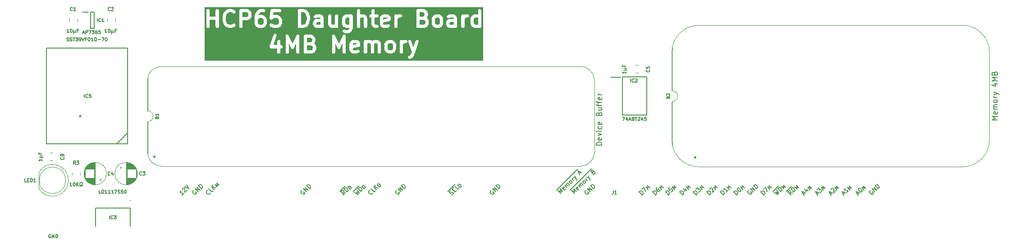
<source format=gto>
%TF.GenerationSoftware,KiCad,Pcbnew,9.0.5-9.0.5~ubuntu24.04.1*%
%TF.CreationDate,2025-10-17T19:25:12+02:00*%
%TF.ProjectId,Memory Board,4d656d6f-7279-4204-926f-6172642e6b69,V0*%
%TF.SameCoordinates,Original*%
%TF.FileFunction,Legend,Top*%
%TF.FilePolarity,Positive*%
%FSLAX46Y46*%
G04 Gerber Fmt 4.6, Leading zero omitted, Abs format (unit mm)*
G04 Created by KiCad (PCBNEW 9.0.5-9.0.5~ubuntu24.04.1) date 2025-10-17 19:25:12*
%MOMM*%
%LPD*%
G01*
G04 APERTURE LIST*
%ADD10C,0.200000*%
%ADD11C,0.600000*%
%ADD12C,0.150000*%
%ADD13C,0.120000*%
%ADD14C,0.227000*%
%ADD15C,0.100000*%
%ADD16C,0.239605*%
G04 APERTURE END LIST*
D10*
X126962581Y5645996D02*
X127231955Y5915370D01*
X127070331Y5430497D02*
X126693207Y6184744D01*
X126693207Y6184744D02*
X127447455Y5807621D01*
X127178080Y6669617D02*
X127231955Y6723492D01*
X127231955Y6723492D02*
X127312767Y6750429D01*
X127312767Y6750429D02*
X127366642Y6750429D01*
X127366642Y6750429D02*
X127447454Y6723492D01*
X127447454Y6723492D02*
X127582141Y6642680D01*
X127582141Y6642680D02*
X127716828Y6507993D01*
X127716828Y6507993D02*
X127797641Y6373306D01*
X127797641Y6373306D02*
X127824578Y6292494D01*
X127824578Y6292494D02*
X127824578Y6238619D01*
X127824578Y6238619D02*
X127797641Y6157807D01*
X127797641Y6157807D02*
X127743766Y6103932D01*
X127743766Y6103932D02*
X127662954Y6076994D01*
X127662954Y6076994D02*
X127609079Y6076994D01*
X127609079Y6076994D02*
X127528267Y6103932D01*
X127528267Y6103932D02*
X127393580Y6184744D01*
X127393580Y6184744D02*
X127258893Y6319431D01*
X127258893Y6319431D02*
X127178080Y6454118D01*
X127178080Y6454118D02*
X127151143Y6534930D01*
X127151143Y6534930D02*
X127151143Y6588805D01*
X127151143Y6588805D02*
X127178080Y6669617D01*
X128210322Y6445498D02*
X127757773Y6898047D01*
X127757773Y6898047D02*
X128231872Y6725647D01*
X128231872Y6725647D02*
X128059472Y7199746D01*
X128059472Y7199746D02*
X128512021Y6747197D01*
X40421707Y6346369D02*
X40340894Y6319431D01*
X40340894Y6319431D02*
X40260082Y6238619D01*
X40260082Y6238619D02*
X40206207Y6130869D01*
X40206207Y6130869D02*
X40206207Y6023120D01*
X40206207Y6023120D02*
X40233145Y5942308D01*
X40233145Y5942308D02*
X40313957Y5807621D01*
X40313957Y5807621D02*
X40394769Y5726808D01*
X40394769Y5726808D02*
X40529456Y5645996D01*
X40529456Y5645996D02*
X40610268Y5619059D01*
X40610268Y5619059D02*
X40718018Y5619059D01*
X40718018Y5619059D02*
X40825768Y5672934D01*
X40825768Y5672934D02*
X40879642Y5726808D01*
X40879642Y5726808D02*
X40933517Y5834558D01*
X40933517Y5834558D02*
X40933517Y5888433D01*
X40933517Y5888433D02*
X40744955Y6076995D01*
X40744955Y6076995D02*
X40637206Y5969245D01*
X41229829Y6076995D02*
X40664143Y6642680D01*
X40664143Y6642680D02*
X41553077Y6400243D01*
X41553077Y6400243D02*
X40987392Y6965929D01*
X41822451Y6669617D02*
X41256766Y7235303D01*
X41256766Y7235303D02*
X41391453Y7369990D01*
X41391453Y7369990D02*
X41499202Y7423865D01*
X41499202Y7423865D02*
X41606952Y7423865D01*
X41606952Y7423865D02*
X41687764Y7396927D01*
X41687764Y7396927D02*
X41822451Y7316115D01*
X41822451Y7316115D02*
X41903263Y7235303D01*
X41903263Y7235303D02*
X41984076Y7100616D01*
X41984076Y7100616D02*
X42011013Y7019804D01*
X42011013Y7019804D02*
X42011013Y6912054D01*
X42011013Y6912054D02*
X41957138Y6804304D01*
X41957138Y6804304D02*
X41822451Y6669617D01*
X22641707Y6346369D02*
X22560894Y6319431D01*
X22560894Y6319431D02*
X22480082Y6238619D01*
X22480082Y6238619D02*
X22426207Y6130869D01*
X22426207Y6130869D02*
X22426207Y6023120D01*
X22426207Y6023120D02*
X22453145Y5942308D01*
X22453145Y5942308D02*
X22533957Y5807621D01*
X22533957Y5807621D02*
X22614769Y5726808D01*
X22614769Y5726808D02*
X22749456Y5645996D01*
X22749456Y5645996D02*
X22830268Y5619059D01*
X22830268Y5619059D02*
X22938018Y5619059D01*
X22938018Y5619059D02*
X23045768Y5672934D01*
X23045768Y5672934D02*
X23099642Y5726808D01*
X23099642Y5726808D02*
X23153517Y5834558D01*
X23153517Y5834558D02*
X23153517Y5888433D01*
X23153517Y5888433D02*
X22964955Y6076995D01*
X22964955Y6076995D02*
X22857206Y5969245D01*
X23449829Y6076995D02*
X22884143Y6642680D01*
X22884143Y6642680D02*
X23773077Y6400243D01*
X23773077Y6400243D02*
X23207392Y6965929D01*
X24042451Y6669617D02*
X23476766Y7235303D01*
X23476766Y7235303D02*
X23611453Y7369990D01*
X23611453Y7369990D02*
X23719202Y7423865D01*
X23719202Y7423865D02*
X23826952Y7423865D01*
X23826952Y7423865D02*
X23907764Y7396927D01*
X23907764Y7396927D02*
X24042451Y7316115D01*
X24042451Y7316115D02*
X24123263Y7235303D01*
X24123263Y7235303D02*
X24204076Y7100616D01*
X24204076Y7100616D02*
X24231013Y7019804D01*
X24231013Y7019804D02*
X24231013Y6912054D01*
X24231013Y6912054D02*
X24177138Y6804304D01*
X24177138Y6804304D02*
X24042451Y6669617D01*
X5373517Y5888433D02*
X5373517Y5834558D01*
X5373517Y5834558D02*
X5319642Y5726808D01*
X5319642Y5726808D02*
X5265768Y5672934D01*
X5265768Y5672934D02*
X5158018Y5619059D01*
X5158018Y5619059D02*
X5050268Y5619059D01*
X5050268Y5619059D02*
X4969456Y5645996D01*
X4969456Y5645996D02*
X4834769Y5726808D01*
X4834769Y5726808D02*
X4753957Y5807621D01*
X4753957Y5807621D02*
X4673145Y5942308D01*
X4673145Y5942308D02*
X4646207Y6023120D01*
X4646207Y6023120D02*
X4646207Y6130869D01*
X4646207Y6130869D02*
X4700082Y6238619D01*
X4700082Y6238619D02*
X4753957Y6292494D01*
X4753957Y6292494D02*
X4861707Y6346369D01*
X4861707Y6346369D02*
X4915581Y6346369D01*
X5939203Y6346369D02*
X5669829Y6076995D01*
X5669829Y6076995D02*
X5104143Y6642680D01*
X6127764Y6534930D02*
X5562079Y7100616D01*
X6451013Y6858179D02*
X5885328Y6938991D01*
X5885328Y7423865D02*
X5885328Y6777367D01*
X6729007Y7011184D02*
X6276459Y7463732D01*
X6276459Y7463732D02*
X6750557Y7291333D01*
X6750557Y7291333D02*
X6578158Y7765431D01*
X6578158Y7765431D02*
X7030706Y7312883D01*
X124295581Y5645996D02*
X124564955Y5915370D01*
X124403331Y5430497D02*
X124026207Y6184744D01*
X124026207Y6184744D02*
X124780455Y5807621D01*
X125265328Y6292494D02*
X124942079Y5969245D01*
X125103703Y6130869D02*
X124538018Y6696555D01*
X124538018Y6696555D02*
X124564955Y6561868D01*
X124564955Y6561868D02*
X124564955Y6454118D01*
X124564955Y6454118D02*
X124538018Y6373306D01*
X125543322Y6445498D02*
X125090773Y6898047D01*
X125090773Y6898047D02*
X125564872Y6725647D01*
X125564872Y6725647D02*
X125392472Y7199746D01*
X125392472Y7199746D02*
X125845021Y6747197D01*
X99211143Y5511309D02*
X98645458Y6076995D01*
X98645458Y6076995D02*
X98780145Y6211682D01*
X98780145Y6211682D02*
X98887894Y6265556D01*
X98887894Y6265556D02*
X98995644Y6265556D01*
X98995644Y6265556D02*
X99076456Y6238619D01*
X99076456Y6238619D02*
X99211143Y6157807D01*
X99211143Y6157807D02*
X99291955Y6076995D01*
X99291955Y6076995D02*
X99372768Y5942308D01*
X99372768Y5942308D02*
X99399705Y5861495D01*
X99399705Y5861495D02*
X99399705Y5753746D01*
X99399705Y5753746D02*
X99345830Y5645996D01*
X99345830Y5645996D02*
X99211143Y5511309D01*
X99238081Y6561868D02*
X99238081Y6615743D01*
X99238081Y6615743D02*
X99265018Y6696555D01*
X99265018Y6696555D02*
X99399705Y6831242D01*
X99399705Y6831242D02*
X99480517Y6858179D01*
X99480517Y6858179D02*
X99534392Y6858179D01*
X99534392Y6858179D02*
X99615204Y6831242D01*
X99615204Y6831242D02*
X99669079Y6777367D01*
X99669079Y6777367D02*
X99722954Y6669617D01*
X99722954Y6669617D02*
X99722954Y6023120D01*
X99722954Y6023120D02*
X100073140Y6373306D01*
X100351134Y6526311D02*
X99898586Y6978859D01*
X99898586Y6978859D02*
X100372684Y6806460D01*
X100372684Y6806460D02*
X100200285Y7280558D01*
X100200285Y7280558D02*
X100652833Y6828010D01*
X447455Y5807621D02*
X124206Y5484372D01*
X285830Y5645996D02*
X-279854Y6211682D01*
X-279854Y6211682D02*
X-252917Y6076995D01*
X-252917Y6076995D02*
X-252917Y5969245D01*
X-252917Y5969245D02*
X-279854Y5888433D01*
X151143Y6534931D02*
X151143Y6588805D01*
X151143Y6588805D02*
X178081Y6669618D01*
X178081Y6669618D02*
X312768Y6804305D01*
X312768Y6804305D02*
X393580Y6831242D01*
X393580Y6831242D02*
X447455Y6831242D01*
X447455Y6831242D02*
X528267Y6804305D01*
X528267Y6804305D02*
X582142Y6750430D01*
X582142Y6750430D02*
X636017Y6642680D01*
X636017Y6642680D02*
X636017Y5996183D01*
X636017Y5996183D02*
X986203Y6346369D01*
X582142Y7073679D02*
X1336389Y6696555D01*
X1336389Y6696555D02*
X959266Y7450802D01*
X114774392Y5834558D02*
X114316456Y5915370D01*
X114451143Y5511309D02*
X113885458Y6076995D01*
X113885458Y6076995D02*
X114100957Y6292494D01*
X114100957Y6292494D02*
X114181769Y6319431D01*
X114181769Y6319431D02*
X114235644Y6319431D01*
X114235644Y6319431D02*
X114316456Y6292494D01*
X114316456Y6292494D02*
X114397268Y6211682D01*
X114397268Y6211682D02*
X114424206Y6130869D01*
X114424206Y6130869D02*
X114424206Y6076995D01*
X114424206Y6076995D02*
X114397268Y5996182D01*
X114397268Y5996182D02*
X114181769Y5780683D01*
X115016829Y6076995D02*
X114451143Y6642680D01*
X114451143Y6642680D02*
X114585830Y6777367D01*
X114585830Y6777367D02*
X114693580Y6831242D01*
X114693580Y6831242D02*
X114801329Y6831242D01*
X114801329Y6831242D02*
X114882142Y6804304D01*
X114882142Y6804304D02*
X115016829Y6723492D01*
X115016829Y6723492D02*
X115097641Y6642680D01*
X115097641Y6642680D02*
X115178453Y6507993D01*
X115178453Y6507993D02*
X115205390Y6427181D01*
X115205390Y6427181D02*
X115205390Y6319431D01*
X115205390Y6319431D02*
X115151516Y6211682D01*
X115151516Y6211682D02*
X115016829Y6076995D01*
X113650294Y6155921D02*
X114668528Y7174155D01*
X115618071Y6553248D02*
X115165523Y7005796D01*
X115165523Y7005796D02*
X115639621Y6833397D01*
X115639621Y6833397D02*
X115467222Y7307495D01*
X115467222Y7307495D02*
X115919770Y6854947D01*
X111291583Y6023120D02*
X111991955Y5592121D01*
X111991955Y5592121D02*
X111695644Y6103932D01*
X111695644Y6103932D02*
X112207455Y5807621D01*
X112207455Y5807621D02*
X111776456Y6507993D01*
X112557641Y6157807D02*
X111991956Y6723492D01*
X111991956Y6723492D02*
X112126643Y6858179D01*
X112126643Y6858179D02*
X112234392Y6912054D01*
X112234392Y6912054D02*
X112342142Y6912054D01*
X112342142Y6912054D02*
X112422954Y6885117D01*
X112422954Y6885117D02*
X112557641Y6804305D01*
X112557641Y6804305D02*
X112638453Y6723492D01*
X112638453Y6723492D02*
X112719265Y6588805D01*
X112719265Y6588805D02*
X112746203Y6507993D01*
X112746203Y6507993D02*
X112746203Y6400244D01*
X112746203Y6400244D02*
X112692328Y6292494D01*
X112692328Y6292494D02*
X112557641Y6157807D01*
X111110294Y6155921D02*
X112209340Y7254967D01*
X113158884Y6634060D02*
X112706335Y7086609D01*
X112706335Y7086609D02*
X113180434Y6914209D01*
X113180434Y6914209D02*
X113008034Y7388308D01*
X113008034Y7388308D02*
X113460583Y6935759D01*
X101751143Y5511309D02*
X101185458Y6076995D01*
X101185458Y6076995D02*
X101320145Y6211682D01*
X101320145Y6211682D02*
X101427894Y6265556D01*
X101427894Y6265556D02*
X101535644Y6265556D01*
X101535644Y6265556D02*
X101616456Y6238619D01*
X101616456Y6238619D02*
X101751143Y6157807D01*
X101751143Y6157807D02*
X101831955Y6076995D01*
X101831955Y6076995D02*
X101912768Y5942308D01*
X101912768Y5942308D02*
X101939705Y5861495D01*
X101939705Y5861495D02*
X101939705Y5753746D01*
X101939705Y5753746D02*
X101885830Y5645996D01*
X101885830Y5645996D02*
X101751143Y5511309D01*
X102613140Y6373306D02*
X102289891Y6050057D01*
X102451516Y6211682D02*
X101885830Y6777367D01*
X101885830Y6777367D02*
X101912768Y6642680D01*
X101912768Y6642680D02*
X101912768Y6534930D01*
X101912768Y6534930D02*
X101885830Y6454118D01*
X102891134Y6526311D02*
X102438586Y6978859D01*
X102438586Y6978859D02*
X102912684Y6806460D01*
X102912684Y6806460D02*
X102740285Y7280558D01*
X102740285Y7280558D02*
X103192833Y6828010D01*
X86511143Y5511309D02*
X85945458Y6076995D01*
X85945458Y6076995D02*
X86080145Y6211682D01*
X86080145Y6211682D02*
X86187894Y6265556D01*
X86187894Y6265556D02*
X86295644Y6265556D01*
X86295644Y6265556D02*
X86376456Y6238619D01*
X86376456Y6238619D02*
X86511143Y6157807D01*
X86511143Y6157807D02*
X86591955Y6076995D01*
X86591955Y6076995D02*
X86672768Y5942308D01*
X86672768Y5942308D02*
X86699705Y5861495D01*
X86699705Y5861495D02*
X86699705Y5753746D01*
X86699705Y5753746D02*
X86645830Y5645996D01*
X86645830Y5645996D02*
X86511143Y5511309D01*
X86457268Y6588805D02*
X86834392Y6965929D01*
X86834392Y6965929D02*
X87157641Y6157807D01*
X87651134Y6526311D02*
X87198586Y6978859D01*
X87198586Y6978859D02*
X87672684Y6806460D01*
X87672684Y6806460D02*
X87500285Y7280558D01*
X87500285Y7280558D02*
X87952833Y6828010D01*
X32424583Y6023120D02*
X33124955Y5592121D01*
X33124955Y5592121D02*
X32828644Y6103932D01*
X32828644Y6103932D02*
X33340455Y5807621D01*
X33340455Y5807621D02*
X32909456Y6507993D01*
X33690641Y6157807D02*
X33124956Y6723492D01*
X33124956Y6723492D02*
X33259643Y6858179D01*
X33259643Y6858179D02*
X33367392Y6912054D01*
X33367392Y6912054D02*
X33475142Y6912054D01*
X33475142Y6912054D02*
X33555954Y6885117D01*
X33555954Y6885117D02*
X33690641Y6804305D01*
X33690641Y6804305D02*
X33771453Y6723492D01*
X33771453Y6723492D02*
X33852265Y6588805D01*
X33852265Y6588805D02*
X33879203Y6507993D01*
X33879203Y6507993D02*
X33879203Y6400244D01*
X33879203Y6400244D02*
X33825328Y6292494D01*
X33825328Y6292494D02*
X33690641Y6157807D01*
X32243294Y6155921D02*
X33342340Y7254967D01*
X34291884Y6634060D02*
X33839335Y7086609D01*
X33839335Y7086609D02*
X33947085Y7194358D01*
X33947085Y7194358D02*
X34033285Y7237458D01*
X34033285Y7237458D02*
X34119484Y7237458D01*
X34119484Y7237458D02*
X34184134Y7215908D01*
X34184134Y7215908D02*
X34291884Y7151258D01*
X34291884Y7151258D02*
X34356534Y7086609D01*
X34356534Y7086609D02*
X34421183Y6978859D01*
X34421183Y6978859D02*
X34442733Y6914209D01*
X34442733Y6914209D02*
X34442733Y6828010D01*
X34442733Y6828010D02*
X34399633Y6741810D01*
X34399633Y6741810D02*
X34291884Y6634060D01*
X96671143Y5511309D02*
X96105458Y6076995D01*
X96105458Y6076995D02*
X96240145Y6211682D01*
X96240145Y6211682D02*
X96347894Y6265556D01*
X96347894Y6265556D02*
X96455644Y6265556D01*
X96455644Y6265556D02*
X96536456Y6238619D01*
X96536456Y6238619D02*
X96671143Y6157807D01*
X96671143Y6157807D02*
X96751955Y6076995D01*
X96751955Y6076995D02*
X96832768Y5942308D01*
X96832768Y5942308D02*
X96859705Y5861495D01*
X96859705Y5861495D02*
X96859705Y5753746D01*
X96859705Y5753746D02*
X96805830Y5645996D01*
X96805830Y5645996D02*
X96671143Y5511309D01*
X96617268Y6588805D02*
X96967455Y6938991D01*
X96967455Y6938991D02*
X96994392Y6534930D01*
X96994392Y6534930D02*
X97075204Y6615743D01*
X97075204Y6615743D02*
X97156016Y6642680D01*
X97156016Y6642680D02*
X97209891Y6642680D01*
X97209891Y6642680D02*
X97290703Y6615743D01*
X97290703Y6615743D02*
X97425390Y6481056D01*
X97425390Y6481056D02*
X97452328Y6400243D01*
X97452328Y6400243D02*
X97452328Y6346369D01*
X97452328Y6346369D02*
X97425390Y6265556D01*
X97425390Y6265556D02*
X97263766Y6103932D01*
X97263766Y6103932D02*
X97182954Y6076995D01*
X97182954Y6076995D02*
X97129079Y6076995D01*
X97811134Y6526311D02*
X97358586Y6978859D01*
X97358586Y6978859D02*
X97832684Y6806460D01*
X97832684Y6806460D02*
X97660285Y7280558D01*
X97660285Y7280558D02*
X98112833Y6828010D01*
X35853517Y5888433D02*
X35853517Y5834558D01*
X35853517Y5834558D02*
X35799642Y5726808D01*
X35799642Y5726808D02*
X35745768Y5672934D01*
X35745768Y5672934D02*
X35638018Y5619059D01*
X35638018Y5619059D02*
X35530268Y5619059D01*
X35530268Y5619059D02*
X35449456Y5645996D01*
X35449456Y5645996D02*
X35314769Y5726808D01*
X35314769Y5726808D02*
X35233957Y5807621D01*
X35233957Y5807621D02*
X35153145Y5942308D01*
X35153145Y5942308D02*
X35126207Y6023120D01*
X35126207Y6023120D02*
X35126207Y6130869D01*
X35126207Y6130869D02*
X35180082Y6238619D01*
X35180082Y6238619D02*
X35233957Y6292494D01*
X35233957Y6292494D02*
X35341707Y6346369D01*
X35341707Y6346369D02*
X35395581Y6346369D01*
X36419203Y6346369D02*
X36149829Y6076995D01*
X36149829Y6076995D02*
X35584143Y6642680D01*
X36607764Y6534930D02*
X36042079Y7100616D01*
X36931013Y6858179D02*
X36365328Y6938991D01*
X36365328Y7423865D02*
X36365328Y6777367D01*
X37209007Y7011184D02*
X36756459Y7463732D01*
X36756459Y7463732D02*
X36864208Y7571482D01*
X36864208Y7571482D02*
X36950408Y7614581D01*
X36950408Y7614581D02*
X37036608Y7614581D01*
X37036608Y7614581D02*
X37101258Y7593032D01*
X37101258Y7593032D02*
X37209007Y7528382D01*
X37209007Y7528382D02*
X37273657Y7463732D01*
X37273657Y7463732D02*
X37338307Y7355982D01*
X37338307Y7355982D02*
X37359857Y7291333D01*
X37359857Y7291333D02*
X37359857Y7205133D01*
X37359857Y7205133D02*
X37316757Y7118933D01*
X37316757Y7118933D02*
X37209007Y7011184D01*
X104291143Y5511309D02*
X103725458Y6076995D01*
X103725458Y6076995D02*
X103860145Y6211682D01*
X103860145Y6211682D02*
X103967894Y6265556D01*
X103967894Y6265556D02*
X104075644Y6265556D01*
X104075644Y6265556D02*
X104156456Y6238619D01*
X104156456Y6238619D02*
X104291143Y6157807D01*
X104291143Y6157807D02*
X104371955Y6076995D01*
X104371955Y6076995D02*
X104452768Y5942308D01*
X104452768Y5942308D02*
X104479705Y5861495D01*
X104479705Y5861495D02*
X104479705Y5753746D01*
X104479705Y5753746D02*
X104425830Y5645996D01*
X104425830Y5645996D02*
X104291143Y5511309D01*
X104398893Y6750430D02*
X104452768Y6804304D01*
X104452768Y6804304D02*
X104533580Y6831242D01*
X104533580Y6831242D02*
X104587455Y6831242D01*
X104587455Y6831242D02*
X104668267Y6804304D01*
X104668267Y6804304D02*
X104802954Y6723492D01*
X104802954Y6723492D02*
X104937641Y6588805D01*
X104937641Y6588805D02*
X105018453Y6454118D01*
X105018453Y6454118D02*
X105045390Y6373306D01*
X105045390Y6373306D02*
X105045390Y6319431D01*
X105045390Y6319431D02*
X105018453Y6238619D01*
X105018453Y6238619D02*
X104964578Y6184744D01*
X104964578Y6184744D02*
X104883766Y6157807D01*
X104883766Y6157807D02*
X104829891Y6157807D01*
X104829891Y6157807D02*
X104749079Y6184744D01*
X104749079Y6184744D02*
X104614392Y6265556D01*
X104614392Y6265556D02*
X104479705Y6400243D01*
X104479705Y6400243D02*
X104398893Y6534930D01*
X104398893Y6534930D02*
X104371955Y6615743D01*
X104371955Y6615743D02*
X104371955Y6669617D01*
X104371955Y6669617D02*
X104398893Y6750430D01*
X105431134Y6526311D02*
X104978586Y6978859D01*
X104978586Y6978859D02*
X105452684Y6806460D01*
X105452684Y6806460D02*
X105280285Y7280558D01*
X105280285Y7280558D02*
X105732833Y6828010D01*
X50770268Y5511309D02*
X50878018Y5565184D01*
X50878018Y5565184D02*
X51012705Y5699871D01*
X51012705Y5699871D02*
X51039642Y5780683D01*
X51039642Y5780683D02*
X51039642Y5834558D01*
X51039642Y5834558D02*
X51012705Y5915370D01*
X51012705Y5915370D02*
X50958830Y5969245D01*
X50958830Y5969245D02*
X50878018Y5996182D01*
X50878018Y5996182D02*
X50824143Y5996182D01*
X50824143Y5996182D02*
X50743331Y5969245D01*
X50743331Y5969245D02*
X50608644Y5888433D01*
X50608644Y5888433D02*
X50527832Y5861495D01*
X50527832Y5861495D02*
X50473957Y5861495D01*
X50473957Y5861495D02*
X50393145Y5888433D01*
X50393145Y5888433D02*
X50339270Y5942308D01*
X50339270Y5942308D02*
X50312333Y6023120D01*
X50312333Y6023120D02*
X50312333Y6076995D01*
X50312333Y6076995D02*
X50339270Y6157807D01*
X50339270Y6157807D02*
X50473957Y6292494D01*
X50473957Y6292494D02*
X50581707Y6346369D01*
X51066580Y6346369D02*
X51255142Y6534931D01*
X51632265Y6319431D02*
X51362891Y6050057D01*
X51362891Y6050057D02*
X50797206Y6615743D01*
X50797206Y6615743D02*
X51066580Y6885117D01*
X52144076Y6831242D02*
X51874702Y6561868D01*
X51874702Y6561868D02*
X51309017Y7127554D01*
X50023294Y6155921D02*
X51418652Y7551279D01*
X52368195Y6930372D02*
X51915647Y7382920D01*
X51915647Y7382920D02*
X52023397Y7490670D01*
X52023397Y7490670D02*
X52109596Y7533770D01*
X52109596Y7533770D02*
X52195796Y7533770D01*
X52195796Y7533770D02*
X52260446Y7512220D01*
X52260446Y7512220D02*
X52368195Y7447570D01*
X52368195Y7447570D02*
X52432845Y7382920D01*
X52432845Y7382920D02*
X52497495Y7275171D01*
X52497495Y7275171D02*
X52519045Y7210521D01*
X52519045Y7210521D02*
X52519045Y7124321D01*
X52519045Y7124321D02*
X52475945Y7038122D01*
X52475945Y7038122D02*
X52368195Y6930372D01*
X2321707Y6346369D02*
X2240894Y6319431D01*
X2240894Y6319431D02*
X2160082Y6238619D01*
X2160082Y6238619D02*
X2106207Y6130869D01*
X2106207Y6130869D02*
X2106207Y6023120D01*
X2106207Y6023120D02*
X2133145Y5942308D01*
X2133145Y5942308D02*
X2213957Y5807621D01*
X2213957Y5807621D02*
X2294769Y5726808D01*
X2294769Y5726808D02*
X2429456Y5645996D01*
X2429456Y5645996D02*
X2510268Y5619059D01*
X2510268Y5619059D02*
X2618018Y5619059D01*
X2618018Y5619059D02*
X2725768Y5672934D01*
X2725768Y5672934D02*
X2779642Y5726808D01*
X2779642Y5726808D02*
X2833517Y5834558D01*
X2833517Y5834558D02*
X2833517Y5888433D01*
X2833517Y5888433D02*
X2644955Y6076995D01*
X2644955Y6076995D02*
X2537206Y5969245D01*
X3129829Y6076995D02*
X2564143Y6642680D01*
X2564143Y6642680D02*
X3453077Y6400243D01*
X3453077Y6400243D02*
X2887392Y6965929D01*
X3722451Y6669617D02*
X3156766Y7235303D01*
X3156766Y7235303D02*
X3291453Y7369990D01*
X3291453Y7369990D02*
X3399202Y7423865D01*
X3399202Y7423865D02*
X3506952Y7423865D01*
X3506952Y7423865D02*
X3587764Y7396927D01*
X3587764Y7396927D02*
X3722451Y7316115D01*
X3722451Y7316115D02*
X3803263Y7235303D01*
X3803263Y7235303D02*
X3884076Y7100616D01*
X3884076Y7100616D02*
X3911013Y7019804D01*
X3911013Y7019804D02*
X3911013Y6912054D01*
X3911013Y6912054D02*
X3857138Y6804304D01*
X3857138Y6804304D02*
X3722451Y6669617D01*
X89051143Y5511309D02*
X88485458Y6076995D01*
X88485458Y6076995D02*
X88620145Y6211682D01*
X88620145Y6211682D02*
X88727894Y6265556D01*
X88727894Y6265556D02*
X88835644Y6265556D01*
X88835644Y6265556D02*
X88916456Y6238619D01*
X88916456Y6238619D02*
X89051143Y6157807D01*
X89051143Y6157807D02*
X89131955Y6076995D01*
X89131955Y6076995D02*
X89212768Y5942308D01*
X89212768Y5942308D02*
X89239705Y5861495D01*
X89239705Y5861495D02*
X89239705Y5753746D01*
X89239705Y5753746D02*
X89185830Y5645996D01*
X89185830Y5645996D02*
X89051143Y5511309D01*
X89293580Y6885117D02*
X89185830Y6777367D01*
X89185830Y6777367D02*
X89158893Y6696555D01*
X89158893Y6696555D02*
X89158893Y6642680D01*
X89158893Y6642680D02*
X89185830Y6507993D01*
X89185830Y6507993D02*
X89266642Y6373306D01*
X89266642Y6373306D02*
X89482142Y6157807D01*
X89482142Y6157807D02*
X89562954Y6130869D01*
X89562954Y6130869D02*
X89616829Y6130869D01*
X89616829Y6130869D02*
X89697641Y6157807D01*
X89697641Y6157807D02*
X89805390Y6265556D01*
X89805390Y6265556D02*
X89832328Y6346369D01*
X89832328Y6346369D02*
X89832328Y6400243D01*
X89832328Y6400243D02*
X89805390Y6481056D01*
X89805390Y6481056D02*
X89670703Y6615743D01*
X89670703Y6615743D02*
X89589891Y6642680D01*
X89589891Y6642680D02*
X89536016Y6642680D01*
X89536016Y6642680D02*
X89455204Y6615743D01*
X89455204Y6615743D02*
X89347455Y6507993D01*
X89347455Y6507993D02*
X89320517Y6427181D01*
X89320517Y6427181D02*
X89320517Y6373306D01*
X89320517Y6373306D02*
X89347455Y6292494D01*
X90191134Y6526311D02*
X89738586Y6978859D01*
X89738586Y6978859D02*
X90212684Y6806460D01*
X90212684Y6806460D02*
X90040285Y7280558D01*
X90040285Y7280558D02*
X90492833Y6828010D01*
X119342581Y5645996D02*
X119611955Y5915370D01*
X119450331Y5430497D02*
X119073207Y6184744D01*
X119073207Y6184744D02*
X119827455Y5807621D01*
X119396456Y6507993D02*
X119746642Y6858179D01*
X119746642Y6858179D02*
X119773580Y6454118D01*
X119773580Y6454118D02*
X119854392Y6534930D01*
X119854392Y6534930D02*
X119935204Y6561868D01*
X119935204Y6561868D02*
X119989079Y6561868D01*
X119989079Y6561868D02*
X120069891Y6534930D01*
X120069891Y6534930D02*
X120204578Y6400243D01*
X120204578Y6400243D02*
X120231515Y6319431D01*
X120231515Y6319431D02*
X120231515Y6265556D01*
X120231515Y6265556D02*
X120204578Y6184744D01*
X120204578Y6184744D02*
X120042954Y6023120D01*
X120042954Y6023120D02*
X119962141Y5996182D01*
X119962141Y5996182D02*
X119908267Y5996182D01*
X120590322Y6445498D02*
X120137773Y6898047D01*
X120137773Y6898047D02*
X120611872Y6725647D01*
X120611872Y6725647D02*
X120439472Y7199746D01*
X120439472Y7199746D02*
X120892021Y6747197D01*
X129448707Y6346369D02*
X129367894Y6319431D01*
X129367894Y6319431D02*
X129287082Y6238619D01*
X129287082Y6238619D02*
X129233207Y6130869D01*
X129233207Y6130869D02*
X129233207Y6023120D01*
X129233207Y6023120D02*
X129260145Y5942308D01*
X129260145Y5942308D02*
X129340957Y5807621D01*
X129340957Y5807621D02*
X129421769Y5726808D01*
X129421769Y5726808D02*
X129556456Y5645996D01*
X129556456Y5645996D02*
X129637268Y5619059D01*
X129637268Y5619059D02*
X129745018Y5619059D01*
X129745018Y5619059D02*
X129852768Y5672934D01*
X129852768Y5672934D02*
X129906642Y5726808D01*
X129906642Y5726808D02*
X129960517Y5834558D01*
X129960517Y5834558D02*
X129960517Y5888433D01*
X129960517Y5888433D02*
X129771955Y6076995D01*
X129771955Y6076995D02*
X129664206Y5969245D01*
X130256829Y6076995D02*
X129691143Y6642680D01*
X129691143Y6642680D02*
X130580077Y6400243D01*
X130580077Y6400243D02*
X130014392Y6965929D01*
X130849451Y6669617D02*
X130283766Y7235303D01*
X130283766Y7235303D02*
X130418453Y7369990D01*
X130418453Y7369990D02*
X130526202Y7423865D01*
X130526202Y7423865D02*
X130633952Y7423865D01*
X130633952Y7423865D02*
X130714764Y7396927D01*
X130714764Y7396927D02*
X130849451Y7316115D01*
X130849451Y7316115D02*
X130930263Y7235303D01*
X130930263Y7235303D02*
X131011076Y7100616D01*
X131011076Y7100616D02*
X131038013Y7019804D01*
X131038013Y7019804D02*
X131038013Y6912054D01*
X131038013Y6912054D02*
X130984138Y6804304D01*
X130984138Y6804304D02*
X130849451Y6669617D01*
D11*
G36*
X24532232Y33589788D02*
G01*
X24590586Y33531433D01*
X24680000Y33352606D01*
X24680000Y33065675D01*
X24590587Y32886849D01*
X24516578Y32812840D01*
X24337751Y32723426D01*
X23565714Y32723426D01*
X23565714Y33694855D01*
X24217031Y33694855D01*
X24532232Y33589788D01*
G37*
G36*
X24373721Y35034012D02*
G01*
X24447730Y34960004D01*
X24537143Y34781178D01*
X24537143Y34637103D01*
X24447729Y34458276D01*
X24373721Y34384268D01*
X24194894Y34294855D01*
X23565714Y34294855D01*
X23565714Y35123426D01*
X24194894Y35123426D01*
X24373721Y35034012D01*
G37*
G36*
X32899249Y34056962D02*
G01*
X32951601Y33952259D01*
X32137142Y33789367D01*
X32137142Y33924035D01*
X32203605Y34056962D01*
X32336534Y34123426D01*
X32766322Y34123426D01*
X32899249Y34056962D01*
G37*
G36*
X39516577Y34034013D02*
G01*
X39590587Y33960003D01*
X39680000Y33781178D01*
X39680000Y33065675D01*
X39590587Y32886849D01*
X39516578Y32812840D01*
X39337750Y32723426D01*
X39050820Y32723426D01*
X38871993Y32812840D01*
X38797984Y32886849D01*
X38708571Y33065675D01*
X38708571Y33781178D01*
X38797984Y33960004D01*
X38871993Y34034013D01*
X39050820Y34123426D01*
X39337751Y34123426D01*
X39516577Y34034013D01*
G37*
G36*
X31537142Y38924990D02*
G01*
X31537142Y37581525D01*
X31480607Y37553258D01*
X31050819Y37553258D01*
X30871992Y37642672D01*
X30797983Y37716681D01*
X30708570Y37895507D01*
X30708570Y38611010D01*
X30797983Y38789836D01*
X30871992Y38863845D01*
X31050819Y38953258D01*
X31480607Y38953258D01*
X31537142Y38924990D01*
G37*
G36*
X15230862Y38720988D02*
G01*
X15304871Y38646979D01*
X15394284Y38468153D01*
X15394284Y37895507D01*
X15304871Y37716681D01*
X15230862Y37642672D01*
X15052035Y37553258D01*
X14622247Y37553258D01*
X14443420Y37642672D01*
X14369411Y37716681D01*
X14279998Y37895507D01*
X14279998Y38468153D01*
X14369411Y38646979D01*
X14443420Y38720988D01*
X14622247Y38810401D01*
X15052035Y38810401D01*
X15230862Y38720988D01*
G37*
G36*
X23103658Y39848190D02*
G01*
X23304871Y39646978D01*
X23411227Y39434266D01*
X23537141Y38930612D01*
X23537141Y38575905D01*
X23411227Y38072251D01*
X23304871Y37859538D01*
X23103658Y37658325D01*
X22788457Y37553258D01*
X22422855Y37553258D01*
X22422855Y39953258D01*
X22788458Y39953258D01*
X23103658Y39848190D01*
G37*
G36*
X26108570Y37581525D02*
G01*
X26052035Y37553258D01*
X25479390Y37553258D01*
X25346461Y37619722D01*
X25279998Y37752650D01*
X25279998Y37896724D01*
X25346461Y38029651D01*
X25479390Y38096116D01*
X26108570Y38096116D01*
X26108570Y37581525D01*
G37*
G36*
X38613535Y38886794D02*
G01*
X38665887Y38782091D01*
X37851428Y38619199D01*
X37851428Y38753867D01*
X37917891Y38886794D01*
X38050820Y38953258D01*
X38480608Y38953258D01*
X38613535Y38886794D01*
G37*
G36*
X45675089Y38419620D02*
G01*
X45733443Y38361265D01*
X45822857Y38182438D01*
X45822857Y37895507D01*
X45733444Y37716681D01*
X45659435Y37642672D01*
X45480608Y37553258D01*
X44708571Y37553258D01*
X44708571Y38524687D01*
X45359888Y38524687D01*
X45675089Y38419620D01*
G37*
G36*
X45516578Y39863844D02*
G01*
X45590587Y39789836D01*
X45680000Y39611010D01*
X45680000Y39466935D01*
X45590586Y39288108D01*
X45516578Y39214100D01*
X45337751Y39124687D01*
X44708571Y39124687D01*
X44708571Y39953258D01*
X45337751Y39953258D01*
X45516578Y39863844D01*
G37*
G36*
X48373720Y38863845D02*
G01*
X48447730Y38789835D01*
X48537143Y38611010D01*
X48537143Y37895507D01*
X48447730Y37716681D01*
X48373721Y37642672D01*
X48194893Y37553258D01*
X47907963Y37553258D01*
X47729136Y37642672D01*
X47655127Y37716681D01*
X47565714Y37895507D01*
X47565714Y38611010D01*
X47655127Y38789836D01*
X47729136Y38863845D01*
X47907963Y38953258D01*
X48194894Y38953258D01*
X48373720Y38863845D01*
G37*
G36*
X51108572Y37581525D02*
G01*
X51052037Y37553258D01*
X50479392Y37553258D01*
X50346463Y37619722D01*
X50280000Y37752650D01*
X50280000Y37896724D01*
X50346463Y38029651D01*
X50479392Y38096116D01*
X51108572Y38096116D01*
X51108572Y37581525D01*
G37*
G36*
X55680001Y38924990D02*
G01*
X55680001Y37581525D01*
X55623466Y37553258D01*
X55193678Y37553258D01*
X55014851Y37642672D01*
X54940842Y37716681D01*
X54851429Y37895507D01*
X54851429Y38611010D01*
X54940842Y38789836D01*
X55014851Y38863845D01*
X55193678Y38953258D01*
X55623466Y38953258D01*
X55680001Y38924990D01*
G37*
G36*
X12373719Y39863844D02*
G01*
X12447728Y39789836D01*
X12537141Y39611010D01*
X12537141Y39324078D01*
X12447728Y39145252D01*
X12373719Y39071243D01*
X12194892Y38981830D01*
X11422855Y38981830D01*
X11422855Y39953258D01*
X12194892Y39953258D01*
X12373719Y39863844D01*
G37*
G36*
X56613334Y30790848D02*
G01*
X4346665Y30790848D01*
X4346665Y33402159D01*
X16537898Y33402159D01*
X16539710Y33393304D01*
X16539710Y33384268D01*
X16547537Y33355055D01*
X16553599Y33325434D01*
X16557639Y33317353D01*
X16559979Y33308621D01*
X16575104Y33282423D01*
X16588623Y33255386D01*
X16594617Y33248625D01*
X16599137Y33240798D01*
X16620517Y33219417D01*
X16640582Y33196790D01*
X16648125Y33191809D01*
X16654515Y33185420D01*
X16680704Y33170299D01*
X16705938Y33153639D01*
X16714509Y33150781D01*
X16722338Y33146262D01*
X16751548Y33138435D01*
X16780235Y33128873D01*
X16789257Y33128331D01*
X16797985Y33125993D01*
X16837143Y33123426D01*
X17965715Y33123426D01*
X17965715Y32423426D01*
X17968282Y32384268D01*
X17988551Y32308621D01*
X18027709Y32240798D01*
X18083087Y32185420D01*
X18150910Y32146262D01*
X18226557Y32125993D01*
X18304873Y32125993D01*
X18380520Y32146262D01*
X18448343Y32185420D01*
X18503721Y32240798D01*
X18542879Y32308621D01*
X18563148Y32384268D01*
X18565715Y32423426D01*
X18565715Y33123426D01*
X18694286Y33123426D01*
X18733444Y33125993D01*
X18809091Y33146262D01*
X18876914Y33185420D01*
X18932292Y33240798D01*
X18971450Y33308621D01*
X18991719Y33384268D01*
X18991719Y33462584D01*
X18971450Y33538231D01*
X18932292Y33606054D01*
X18876914Y33661432D01*
X18809091Y33700590D01*
X18733444Y33720859D01*
X18694286Y33723426D01*
X18565715Y33723426D01*
X18565715Y34423426D01*
X18563148Y34462584D01*
X18542879Y34538231D01*
X18503721Y34606054D01*
X18448343Y34661432D01*
X18380520Y34700590D01*
X18304873Y34720859D01*
X18226557Y34720859D01*
X18150910Y34700590D01*
X18083087Y34661432D01*
X18027709Y34606054D01*
X17988551Y34538231D01*
X17968282Y34462584D01*
X17965715Y34423426D01*
X17965715Y33723426D01*
X17253371Y33723426D01*
X17820037Y35423426D01*
X19537143Y35423426D01*
X19537143Y32423426D01*
X19539710Y32384268D01*
X19559979Y32308621D01*
X19599137Y32240798D01*
X19654515Y32185420D01*
X19722338Y32146262D01*
X19797985Y32125993D01*
X19876301Y32125993D01*
X19951948Y32146262D01*
X20019771Y32185420D01*
X20075149Y32240798D01*
X20114307Y32308621D01*
X20134576Y32384268D01*
X20137143Y32423426D01*
X20137143Y34071157D01*
X20565288Y33153704D01*
X20569729Y33145613D01*
X20570999Y33142123D01*
X20574001Y33137831D01*
X20584173Y33119305D01*
X20600944Y33099329D01*
X20615900Y33077957D01*
X20626027Y33069454D01*
X20634531Y33059326D01*
X20655905Y33044369D01*
X20675879Y33027600D01*
X20687861Y33022007D01*
X20698697Y33014426D01*
X20723206Y33005513D01*
X20746847Y32994481D01*
X20759873Y32992179D01*
X20772298Y32987662D01*
X20798272Y32985397D01*
X20823969Y32980858D01*
X20837148Y32982007D01*
X20850317Y32980859D01*
X20875995Y32985394D01*
X20901988Y32987661D01*
X20914418Y32992181D01*
X20927439Y32994481D01*
X20951070Y33005509D01*
X20975589Y33014425D01*
X20986427Y33022009D01*
X20998407Y33027600D01*
X21018377Y33044367D01*
X21039755Y33059326D01*
X21048258Y33069453D01*
X21058386Y33077957D01*
X21073344Y33099334D01*
X21090112Y33119305D01*
X21100283Y33137830D01*
X21103287Y33142123D01*
X21104555Y33145612D01*
X21108998Y33153703D01*
X21537143Y34071156D01*
X21537143Y32423426D01*
X21539710Y32384268D01*
X21559979Y32308621D01*
X21599137Y32240798D01*
X21654515Y32185420D01*
X21722338Y32146262D01*
X21797985Y32125993D01*
X21876301Y32125993D01*
X21951948Y32146262D01*
X22019771Y32185420D01*
X22075149Y32240798D01*
X22114307Y32308621D01*
X22134576Y32384268D01*
X22137143Y32423426D01*
X22137143Y35423426D01*
X22965714Y35423426D01*
X22965714Y32423426D01*
X22968281Y32384268D01*
X22988550Y32308621D01*
X23027708Y32240798D01*
X23083086Y32185420D01*
X23150909Y32146262D01*
X23226556Y32125993D01*
X23265714Y32123426D01*
X24408571Y32123426D01*
X24424748Y32124486D01*
X24429838Y32124181D01*
X24434433Y32125121D01*
X24447729Y32125993D01*
X24476941Y32133820D01*
X24506563Y32139882D01*
X24518841Y32145046D01*
X24523376Y32146262D01*
X24527795Y32148813D01*
X24542735Y32155098D01*
X24828450Y32297956D01*
X24862326Y32317764D01*
X24869086Y32323758D01*
X24876914Y32328278D01*
X24906418Y32354152D01*
X25049275Y32497009D01*
X25075149Y32526513D01*
X25079668Y32534340D01*
X25085663Y32541101D01*
X25105471Y32574977D01*
X25248328Y32860691D01*
X25254612Y32875630D01*
X25257164Y32880050D01*
X25258379Y32884584D01*
X25263544Y32896863D01*
X25269605Y32926484D01*
X25277433Y32955697D01*
X25278304Y32968992D01*
X25279245Y32973588D01*
X25278939Y32978677D01*
X25280000Y32994855D01*
X25280000Y33423426D01*
X25278939Y33439602D01*
X25279245Y33444692D01*
X25278304Y33449287D01*
X25277433Y33462584D01*
X25269605Y33491797D01*
X25263544Y33521418D01*
X25258379Y33533696D01*
X25257164Y33538231D01*
X25254612Y33542650D01*
X25248328Y33557590D01*
X25105471Y33843305D01*
X25085663Y33877181D01*
X25079668Y33883941D01*
X25075149Y33891769D01*
X25049275Y33921273D01*
X24906418Y34064130D01*
X24904123Y34066142D01*
X24906418Y34068437D01*
X24932292Y34097941D01*
X24936811Y34105768D01*
X24942806Y34112529D01*
X24962614Y34146405D01*
X25105471Y34432120D01*
X25111755Y34447059D01*
X25114307Y34451479D01*
X25115522Y34456013D01*
X25120687Y34468292D01*
X25126748Y34497912D01*
X25134576Y34527126D01*
X25135447Y34540422D01*
X25136388Y34545018D01*
X25136082Y34550107D01*
X25137143Y34566284D01*
X25137143Y34851998D01*
X25136082Y34868175D01*
X25136388Y34873265D01*
X25135447Y34877860D01*
X25134576Y34891156D01*
X25126748Y34920368D01*
X25120687Y34949990D01*
X25115522Y34962268D01*
X25114307Y34966803D01*
X25111755Y34971222D01*
X25105471Y34986162D01*
X24962614Y35271876D01*
X24942806Y35305752D01*
X24936811Y35312512D01*
X24932292Y35320340D01*
X24906418Y35349844D01*
X24832836Y35423426D01*
X28251428Y35423426D01*
X28251428Y32423426D01*
X28253995Y32384268D01*
X28274264Y32308621D01*
X28313422Y32240798D01*
X28368800Y32185420D01*
X28436623Y32146262D01*
X28512270Y32125993D01*
X28590586Y32125993D01*
X28666233Y32146262D01*
X28734056Y32185420D01*
X28789434Y32240798D01*
X28828592Y32308621D01*
X28848861Y32384268D01*
X28851428Y32423426D01*
X28851428Y34071157D01*
X29279573Y33153704D01*
X29284014Y33145613D01*
X29285284Y33142123D01*
X29288286Y33137831D01*
X29298458Y33119305D01*
X29315229Y33099329D01*
X29330185Y33077957D01*
X29340312Y33069454D01*
X29348816Y33059326D01*
X29370190Y33044369D01*
X29390164Y33027600D01*
X29402146Y33022007D01*
X29412982Y33014426D01*
X29437491Y33005513D01*
X29461132Y32994481D01*
X29474158Y32992179D01*
X29486583Y32987662D01*
X29512557Y32985397D01*
X29538254Y32980858D01*
X29551433Y32982007D01*
X29564602Y32980859D01*
X29590280Y32985394D01*
X29616273Y32987661D01*
X29628703Y32992181D01*
X29641724Y32994481D01*
X29665355Y33005509D01*
X29689874Y33014425D01*
X29700712Y33022009D01*
X29712692Y33027600D01*
X29732662Y33044367D01*
X29754040Y33059326D01*
X29762543Y33069453D01*
X29772671Y33077957D01*
X29787629Y33099334D01*
X29804397Y33119305D01*
X29814568Y33137830D01*
X29817572Y33142123D01*
X29818840Y33145612D01*
X29823283Y33153703D01*
X30251428Y34071156D01*
X30251428Y32423426D01*
X30253995Y32384268D01*
X30274264Y32308621D01*
X30313422Y32240798D01*
X30368800Y32185420D01*
X30436623Y32146262D01*
X30512270Y32125993D01*
X30590586Y32125993D01*
X30666233Y32146262D01*
X30734056Y32185420D01*
X30789434Y32240798D01*
X30828592Y32308621D01*
X30848861Y32384268D01*
X30851428Y32423426D01*
X30851428Y33994855D01*
X31537142Y33994855D01*
X31537142Y32851998D01*
X31538202Y32835820D01*
X31537897Y32830731D01*
X31538837Y32826135D01*
X31539709Y32812840D01*
X31547536Y32783627D01*
X31553598Y32754006D01*
X31558762Y32741727D01*
X31559978Y32737193D01*
X31562529Y32732773D01*
X31568814Y32717834D01*
X31711671Y32432120D01*
X31731479Y32398244D01*
X31743434Y32384761D01*
X31753363Y32369724D01*
X31769300Y32355591D01*
X31783438Y32339648D01*
X31798479Y32329716D01*
X31811959Y32317764D01*
X31845835Y32297956D01*
X32131549Y32155098D01*
X32146492Y32148811D01*
X32150909Y32146262D01*
X32155440Y32145047D01*
X32167721Y32139882D01*
X32197345Y32133819D01*
X32226556Y32125993D01*
X32239851Y32125121D01*
X32244447Y32124181D01*
X32249536Y32124486D01*
X32265714Y32123426D01*
X32837142Y32123426D01*
X32853319Y32124486D01*
X32858410Y32124181D01*
X32863005Y32125121D01*
X32876300Y32125993D01*
X32905509Y32133819D01*
X32935135Y32139882D01*
X32947415Y32145047D01*
X32951947Y32146262D01*
X32956363Y32148811D01*
X32971307Y32155098D01*
X33257020Y32297956D01*
X33290896Y32317764D01*
X33349492Y32369724D01*
X33392643Y32435079D01*
X33417409Y32509377D01*
X33422101Y32587551D01*
X33406400Y32664277D01*
X33371375Y32734325D01*
X33319416Y32792921D01*
X33254060Y32836071D01*
X33179763Y32860837D01*
X33101588Y32865529D01*
X33024863Y32849828D01*
X32988691Y32834612D01*
X32766321Y32723426D01*
X32336534Y32723426D01*
X32203605Y32789890D01*
X32137142Y32922818D01*
X32137142Y33177485D01*
X33324549Y33414967D01*
X33362443Y33425163D01*
X33371143Y33429464D01*
X33380519Y33431977D01*
X33406128Y33446762D01*
X33432646Y33459874D01*
X33439939Y33466283D01*
X33448342Y33471135D01*
X33469252Y33492045D01*
X33491472Y33511573D01*
X33496856Y33519649D01*
X33503720Y33526513D01*
X33518510Y33552131D01*
X33534914Y33576736D01*
X33538023Y33585927D01*
X33542878Y33594336D01*
X33550534Y33622912D01*
X33560010Y33650922D01*
X33560634Y33660606D01*
X33563147Y33669983D01*
X33565714Y33709141D01*
X33565714Y33994855D01*
X33564653Y34011032D01*
X33564959Y34016123D01*
X33564018Y34020718D01*
X33563147Y34034013D01*
X33555320Y34063222D01*
X33549258Y34092848D01*
X33544092Y34105128D01*
X33542878Y34109660D01*
X33540328Y34114076D01*
X33534042Y34129020D01*
X33391184Y34414734D01*
X33386102Y34423426D01*
X34251428Y34423426D01*
X34251428Y32423426D01*
X34253995Y32384268D01*
X34274264Y32308621D01*
X34313422Y32240798D01*
X34368800Y32185420D01*
X34436623Y32146262D01*
X34512270Y32125993D01*
X34590586Y32125993D01*
X34666233Y32146262D01*
X34734056Y32185420D01*
X34789434Y32240798D01*
X34828592Y32308621D01*
X34848861Y32384268D01*
X34851428Y32423426D01*
X34851428Y34013448D01*
X34871993Y34034013D01*
X35050820Y34123426D01*
X35337751Y34123426D01*
X35470678Y34056962D01*
X35537143Y33924034D01*
X35537143Y32423426D01*
X35539710Y32384268D01*
X35559979Y32308621D01*
X35599137Y32240798D01*
X35654515Y32185420D01*
X35722338Y32146262D01*
X35797985Y32125993D01*
X35876301Y32125993D01*
X35951948Y32146262D01*
X36019771Y32185420D01*
X36075149Y32240798D01*
X36114307Y32308621D01*
X36134576Y32384268D01*
X36137143Y32423426D01*
X36137143Y33924035D01*
X36203606Y34056962D01*
X36336534Y34123426D01*
X36623465Y34123426D01*
X36756393Y34056962D01*
X36822857Y33924035D01*
X36822857Y32423426D01*
X36825424Y32384268D01*
X36845693Y32308621D01*
X36884851Y32240798D01*
X36940229Y32185420D01*
X37008052Y32146262D01*
X37083699Y32125993D01*
X37162015Y32125993D01*
X37237662Y32146262D01*
X37305485Y32185420D01*
X37360863Y32240798D01*
X37400021Y32308621D01*
X37420290Y32384268D01*
X37422857Y32423426D01*
X37422857Y33851998D01*
X38108571Y33851998D01*
X38108571Y32994855D01*
X38109631Y32978677D01*
X38109326Y32973588D01*
X38110266Y32968992D01*
X38111138Y32955697D01*
X38118965Y32926484D01*
X38125027Y32896863D01*
X38130191Y32884584D01*
X38131407Y32880050D01*
X38133958Y32875630D01*
X38140243Y32860691D01*
X38283100Y32574977D01*
X38302908Y32541101D01*
X38308902Y32534340D01*
X38313422Y32526513D01*
X38339296Y32497009D01*
X38482153Y32354152D01*
X38511657Y32328278D01*
X38519484Y32323758D01*
X38526245Y32317764D01*
X38560121Y32297956D01*
X38845835Y32155098D01*
X38860778Y32148811D01*
X38865195Y32146262D01*
X38869726Y32145047D01*
X38882007Y32139882D01*
X38911631Y32133819D01*
X38940842Y32125993D01*
X38954137Y32125121D01*
X38958733Y32124181D01*
X38963822Y32124486D01*
X38980000Y32123426D01*
X39408571Y32123426D01*
X39424748Y32124486D01*
X39429839Y32124181D01*
X39434434Y32125121D01*
X39447729Y32125993D01*
X39476938Y32133819D01*
X39506564Y32139882D01*
X39518844Y32145047D01*
X39523376Y32146262D01*
X39527792Y32148811D01*
X39542736Y32155098D01*
X39828449Y32297956D01*
X39862325Y32317764D01*
X39869086Y32323760D01*
X39876912Y32328278D01*
X39906416Y32354151D01*
X40049274Y32497008D01*
X40075148Y32526512D01*
X40079667Y32534339D01*
X40085663Y32541101D01*
X40105471Y32574977D01*
X40248328Y32860691D01*
X40254612Y32875630D01*
X40257164Y32880050D01*
X40258379Y32884584D01*
X40263544Y32896863D01*
X40269605Y32926484D01*
X40277433Y32955697D01*
X40278304Y32968992D01*
X40279245Y32973588D01*
X40278939Y32978677D01*
X40280000Y32994855D01*
X40280000Y33851998D01*
X40278939Y33868175D01*
X40279245Y33873265D01*
X40278304Y33877860D01*
X40277433Y33891156D01*
X40269605Y33920368D01*
X40263544Y33949990D01*
X40258379Y33962268D01*
X40257164Y33966803D01*
X40254612Y33971222D01*
X40248328Y33986162D01*
X40105471Y34271876D01*
X40085663Y34305752D01*
X40079667Y34312513D01*
X40075148Y34320341D01*
X40049274Y34349845D01*
X39975692Y34423426D01*
X40965714Y34423426D01*
X40965714Y32423426D01*
X40968281Y32384268D01*
X40988550Y32308621D01*
X41027708Y32240798D01*
X41083086Y32185420D01*
X41150909Y32146262D01*
X41226556Y32125993D01*
X41304872Y32125993D01*
X41380519Y32146262D01*
X41448342Y32185420D01*
X41503720Y32240798D01*
X41542878Y32308621D01*
X41563147Y32384268D01*
X41565714Y32423426D01*
X41565714Y33781178D01*
X41655126Y33960003D01*
X41729137Y34034013D01*
X41907963Y34123426D01*
X42122857Y34123426D01*
X42162015Y34125993D01*
X42237662Y34146262D01*
X42305485Y34185420D01*
X42360863Y34240798D01*
X42400021Y34308621D01*
X42420290Y34384268D01*
X42420290Y34438322D01*
X42537513Y34438322D01*
X42543868Y34360265D01*
X42554620Y34322525D01*
X43230723Y32429437D01*
X43010039Y31877730D01*
X42945149Y31812840D01*
X42702978Y31691754D01*
X42669102Y31671946D01*
X42610506Y31619986D01*
X42567356Y31554631D01*
X42542590Y31480333D01*
X42537898Y31402158D01*
X42553599Y31325433D01*
X42588623Y31255385D01*
X42640583Y31196789D01*
X42705938Y31153639D01*
X42780236Y31128873D01*
X42858411Y31124181D01*
X42935136Y31139882D01*
X42971308Y31155098D01*
X43257021Y31297956D01*
X43290897Y31317764D01*
X43297657Y31323758D01*
X43305485Y31328278D01*
X43334989Y31354152D01*
X43477846Y31497009D01*
X43479484Y31498876D01*
X43480417Y31499611D01*
X43482095Y31501855D01*
X43503720Y31526513D01*
X43514461Y31545117D01*
X43527331Y31562320D01*
X43541480Y31591915D01*
X43542878Y31594336D01*
X43543184Y31595479D01*
X43544257Y31597723D01*
X43829972Y32312009D01*
X43831714Y32317355D01*
X43833952Y32322525D01*
X44548237Y34322525D01*
X44558989Y34360265D01*
X44565344Y34438323D01*
X44551279Y34515365D01*
X44517753Y34586142D01*
X44467051Y34645830D01*
X44402628Y34690361D01*
X44328875Y34716702D01*
X44250818Y34723056D01*
X44173776Y34708991D01*
X44102998Y34675465D01*
X44043310Y34624763D01*
X43998779Y34560340D01*
X43983191Y34524327D01*
X43551428Y33315390D01*
X43119666Y34524327D01*
X43104078Y34560340D01*
X43059547Y34624763D01*
X42999859Y34675465D01*
X42929081Y34708991D01*
X42852039Y34723056D01*
X42773982Y34716701D01*
X42700229Y34690361D01*
X42635806Y34645830D01*
X42585104Y34586142D01*
X42551578Y34515364D01*
X42537513Y34438322D01*
X42420290Y34438322D01*
X42420290Y34462584D01*
X42400021Y34538231D01*
X42360863Y34606054D01*
X42305485Y34661432D01*
X42237662Y34700590D01*
X42162015Y34720859D01*
X42122857Y34723426D01*
X41837143Y34723426D01*
X41820965Y34722365D01*
X41815876Y34722671D01*
X41811280Y34721730D01*
X41797985Y34720859D01*
X41768772Y34713031D01*
X41739151Y34706970D01*
X41726872Y34701805D01*
X41722338Y34700590D01*
X41717918Y34698038D01*
X41702979Y34691754D01*
X41509960Y34595244D01*
X41503720Y34606054D01*
X41448342Y34661432D01*
X41380519Y34700590D01*
X41304872Y34720859D01*
X41226556Y34720859D01*
X41150909Y34700590D01*
X41083086Y34661432D01*
X41027708Y34606054D01*
X40988550Y34538231D01*
X40968281Y34462584D01*
X40965714Y34423426D01*
X39975692Y34423426D01*
X39906416Y34492702D01*
X39876912Y34518575D01*
X39869087Y34523092D01*
X39862325Y34529089D01*
X39828449Y34548897D01*
X39542735Y34691754D01*
X39527795Y34698038D01*
X39523376Y34700590D01*
X39518841Y34701805D01*
X39506563Y34706970D01*
X39476941Y34713031D01*
X39447729Y34720859D01*
X39434433Y34721730D01*
X39429838Y34722671D01*
X39424748Y34722365D01*
X39408571Y34723426D01*
X38980000Y34723426D01*
X38963823Y34722365D01*
X38958734Y34722671D01*
X38954138Y34721730D01*
X38940842Y34720859D01*
X38911628Y34713031D01*
X38882008Y34706970D01*
X38869729Y34701805D01*
X38865195Y34700590D01*
X38860775Y34698038D01*
X38845836Y34691754D01*
X38560121Y34548897D01*
X38526245Y34529089D01*
X38519484Y34523094D01*
X38511657Y34518575D01*
X38482153Y34492701D01*
X38339296Y34349844D01*
X38313422Y34320340D01*
X38308902Y34312512D01*
X38302908Y34305752D01*
X38283100Y34271876D01*
X38140243Y33986162D01*
X38133958Y33971222D01*
X38131407Y33966803D01*
X38130191Y33962268D01*
X38125027Y33949990D01*
X38118965Y33920368D01*
X38111138Y33891156D01*
X38110266Y33877860D01*
X38109326Y33873265D01*
X38109631Y33868175D01*
X38108571Y33851998D01*
X37422857Y33851998D01*
X37422857Y33994855D01*
X37421796Y34011032D01*
X37422102Y34016122D01*
X37421161Y34020717D01*
X37420290Y34034013D01*
X37412462Y34063225D01*
X37406401Y34092847D01*
X37401236Y34105125D01*
X37400021Y34109660D01*
X37397469Y34114079D01*
X37391185Y34129019D01*
X37248328Y34414733D01*
X37228520Y34448609D01*
X37216567Y34462088D01*
X37206636Y34477130D01*
X37190695Y34491264D01*
X37176561Y34507205D01*
X37161520Y34517135D01*
X37148040Y34529089D01*
X37114164Y34548897D01*
X36828449Y34691754D01*
X36813509Y34698038D01*
X36809090Y34700590D01*
X36804555Y34701805D01*
X36792277Y34706970D01*
X36762656Y34713031D01*
X36733443Y34720859D01*
X36720146Y34721730D01*
X36715551Y34722671D01*
X36710461Y34722365D01*
X36694285Y34723426D01*
X36265714Y34723426D01*
X36249536Y34722365D01*
X36244447Y34722671D01*
X36239851Y34721730D01*
X36226556Y34720859D01*
X36197343Y34713031D01*
X36167722Y34706970D01*
X36155443Y34701805D01*
X36150909Y34700590D01*
X36146489Y34698038D01*
X36131550Y34691754D01*
X35845836Y34548897D01*
X35837142Y34543813D01*
X35828449Y34548897D01*
X35542735Y34691754D01*
X35527795Y34698038D01*
X35523376Y34700590D01*
X35518841Y34701805D01*
X35506563Y34706970D01*
X35476941Y34713031D01*
X35447729Y34720859D01*
X35434433Y34721730D01*
X35429838Y34722671D01*
X35424748Y34722365D01*
X35408571Y34723426D01*
X34980000Y34723426D01*
X34963823Y34722365D01*
X34958734Y34722671D01*
X34954138Y34721730D01*
X34940842Y34720859D01*
X34911628Y34713031D01*
X34882008Y34706970D01*
X34869729Y34701805D01*
X34865195Y34700590D01*
X34860775Y34698038D01*
X34845836Y34691754D01*
X34751101Y34644386D01*
X34734056Y34661432D01*
X34666233Y34700590D01*
X34590586Y34720859D01*
X34512270Y34720859D01*
X34436623Y34700590D01*
X34368800Y34661432D01*
X34313422Y34606054D01*
X34274264Y34538231D01*
X34253995Y34462584D01*
X34251428Y34423426D01*
X33386102Y34423426D01*
X33371376Y34448610D01*
X33359420Y34462092D01*
X33349492Y34477130D01*
X33333552Y34491264D01*
X33319416Y34507206D01*
X33304375Y34517136D01*
X33290896Y34529089D01*
X33257020Y34548897D01*
X32971306Y34691754D01*
X32956366Y34698038D01*
X32951947Y34700590D01*
X32947412Y34701805D01*
X32935134Y34706970D01*
X32905512Y34713031D01*
X32876300Y34720859D01*
X32863004Y34721730D01*
X32858409Y34722671D01*
X32853319Y34722365D01*
X32837142Y34723426D01*
X32265714Y34723426D01*
X32249537Y34722365D01*
X32244448Y34722671D01*
X32239852Y34721730D01*
X32226556Y34720859D01*
X32197342Y34713031D01*
X32167722Y34706970D01*
X32155443Y34701805D01*
X32150909Y34700590D01*
X32146489Y34698038D01*
X32131550Y34691754D01*
X31845835Y34548897D01*
X31811959Y34529089D01*
X31798478Y34517135D01*
X31783438Y34507205D01*
X31769303Y34491264D01*
X31753363Y34477130D01*
X31743431Y34462088D01*
X31731479Y34448609D01*
X31711671Y34414733D01*
X31568814Y34129019D01*
X31562529Y34114079D01*
X31559978Y34109660D01*
X31558762Y34105125D01*
X31553598Y34092847D01*
X31547536Y34063225D01*
X31539709Y34034013D01*
X31538837Y34020717D01*
X31537897Y34016122D01*
X31538202Y34011032D01*
X31537142Y33994855D01*
X30851428Y33994855D01*
X30851428Y35423426D01*
X30848861Y35462584D01*
X30845473Y35475227D01*
X30844336Y35488271D01*
X30835377Y35512907D01*
X30828592Y35538231D01*
X30822045Y35549569D01*
X30817572Y35561872D01*
X30802541Y35583351D01*
X30789434Y35606054D01*
X30780178Y35615309D01*
X30772671Y35626038D01*
X30752592Y35642895D01*
X30734056Y35661432D01*
X30722715Y35667979D01*
X30712692Y35676395D01*
X30688944Y35687477D01*
X30666233Y35700590D01*
X30653584Y35703979D01*
X30641724Y35709514D01*
X30615911Y35714073D01*
X30590586Y35720859D01*
X30577493Y35720859D01*
X30564602Y35723136D01*
X30538489Y35720859D01*
X30512270Y35720859D01*
X30499621Y35717469D01*
X30486583Y35716333D01*
X30461956Y35707377D01*
X30436623Y35700590D01*
X30425279Y35694040D01*
X30412982Y35689569D01*
X30391507Y35674542D01*
X30368800Y35661432D01*
X30359543Y35652175D01*
X30348816Y35644669D01*
X30331956Y35624588D01*
X30313422Y35606054D01*
X30306876Y35594716D01*
X30298458Y35584690D01*
X30279573Y35550291D01*
X29551428Y33989981D01*
X28823283Y35550292D01*
X28804397Y35584690D01*
X28795981Y35594713D01*
X28789434Y35606054D01*
X28770897Y35624590D01*
X28754040Y35644669D01*
X28743311Y35652176D01*
X28734056Y35661432D01*
X28711353Y35674539D01*
X28689874Y35689570D01*
X28677571Y35694043D01*
X28666233Y35700590D01*
X28640909Y35707375D01*
X28616273Y35716334D01*
X28603229Y35717471D01*
X28590586Y35720859D01*
X28564379Y35720859D01*
X28538254Y35723137D01*
X28525358Y35720859D01*
X28512270Y35720859D01*
X28486948Y35714074D01*
X28461132Y35709514D01*
X28449271Y35703979D01*
X28436623Y35700590D01*
X28413911Y35687477D01*
X28390164Y35676395D01*
X28380140Y35667979D01*
X28368800Y35661432D01*
X28350263Y35642895D01*
X28330185Y35626038D01*
X28322677Y35615309D01*
X28313422Y35606054D01*
X28300314Y35583351D01*
X28285284Y35561872D01*
X28280810Y35549569D01*
X28274264Y35538231D01*
X28267478Y35512907D01*
X28258520Y35488271D01*
X28257382Y35475227D01*
X28253995Y35462584D01*
X28251428Y35423426D01*
X24832836Y35423426D01*
X24763561Y35492701D01*
X24734057Y35518575D01*
X24726229Y35523094D01*
X24719469Y35529089D01*
X24685593Y35548897D01*
X24399878Y35691754D01*
X24384938Y35698038D01*
X24380519Y35700590D01*
X24375984Y35701805D01*
X24363706Y35706970D01*
X24334085Y35713031D01*
X24304872Y35720859D01*
X24291575Y35721730D01*
X24286980Y35722671D01*
X24281890Y35722365D01*
X24265714Y35723426D01*
X23265714Y35723426D01*
X23226556Y35720859D01*
X23150909Y35700590D01*
X23083086Y35661432D01*
X23027708Y35606054D01*
X22988550Y35538231D01*
X22968281Y35462584D01*
X22965714Y35423426D01*
X22137143Y35423426D01*
X22134576Y35462584D01*
X22131188Y35475227D01*
X22130051Y35488271D01*
X22121092Y35512907D01*
X22114307Y35538231D01*
X22107760Y35549569D01*
X22103287Y35561872D01*
X22088256Y35583351D01*
X22075149Y35606054D01*
X22065893Y35615309D01*
X22058386Y35626038D01*
X22038307Y35642895D01*
X22019771Y35661432D01*
X22008430Y35667979D01*
X21998407Y35676395D01*
X21974659Y35687477D01*
X21951948Y35700590D01*
X21939299Y35703979D01*
X21927439Y35709514D01*
X21901626Y35714073D01*
X21876301Y35720859D01*
X21863208Y35720859D01*
X21850317Y35723136D01*
X21824204Y35720859D01*
X21797985Y35720859D01*
X21785336Y35717469D01*
X21772298Y35716333D01*
X21747671Y35707377D01*
X21722338Y35700590D01*
X21710994Y35694040D01*
X21698697Y35689569D01*
X21677222Y35674542D01*
X21654515Y35661432D01*
X21645258Y35652175D01*
X21634531Y35644669D01*
X21617671Y35624588D01*
X21599137Y35606054D01*
X21592591Y35594716D01*
X21584173Y35584690D01*
X21565288Y35550291D01*
X20837143Y33989981D01*
X20108998Y35550292D01*
X20090112Y35584690D01*
X20081696Y35594713D01*
X20075149Y35606054D01*
X20056612Y35624590D01*
X20039755Y35644669D01*
X20029026Y35652176D01*
X20019771Y35661432D01*
X19997068Y35674539D01*
X19975589Y35689570D01*
X19963286Y35694043D01*
X19951948Y35700590D01*
X19926624Y35707375D01*
X19901988Y35716334D01*
X19888944Y35717471D01*
X19876301Y35720859D01*
X19850094Y35720859D01*
X19823969Y35723137D01*
X19811073Y35720859D01*
X19797985Y35720859D01*
X19772663Y35714074D01*
X19746847Y35709514D01*
X19734986Y35703979D01*
X19722338Y35700590D01*
X19699626Y35687477D01*
X19675879Y35676395D01*
X19665855Y35667979D01*
X19654515Y35661432D01*
X19635978Y35642895D01*
X19615900Y35626038D01*
X19608392Y35615309D01*
X19599137Y35606054D01*
X19586029Y35583351D01*
X19570999Y35561872D01*
X19566525Y35549569D01*
X19559979Y35538231D01*
X19553193Y35512907D01*
X19544235Y35488271D01*
X19543097Y35475227D01*
X19539710Y35462584D01*
X19537143Y35423426D01*
X17820037Y35423426D01*
X17836034Y35471416D01*
X17845982Y35509376D01*
X17850674Y35587551D01*
X17834973Y35664276D01*
X17799949Y35734325D01*
X17747990Y35792921D01*
X17682634Y35836071D01*
X17608337Y35860837D01*
X17530162Y35865530D01*
X17453437Y35849829D01*
X17383389Y35814805D01*
X17324793Y35762845D01*
X17281642Y35697489D01*
X17266824Y35661153D01*
X16552538Y33518294D01*
X16542590Y33480334D01*
X16542048Y33471311D01*
X16539710Y33462584D01*
X16539710Y33432349D01*
X16537898Y33402159D01*
X4346665Y33402159D01*
X4346665Y40253258D01*
X4679998Y40253258D01*
X4679998Y37253258D01*
X4682565Y37214100D01*
X4702834Y37138453D01*
X4741992Y37070630D01*
X4797370Y37015252D01*
X4865193Y36976094D01*
X4940840Y36955825D01*
X5019156Y36955825D01*
X5094803Y36976094D01*
X5162626Y37015252D01*
X5218004Y37070630D01*
X5257162Y37138453D01*
X5277431Y37214100D01*
X5279998Y37253258D01*
X5279998Y38524687D01*
X6394284Y38524687D01*
X6394284Y37253258D01*
X6396851Y37214100D01*
X6417120Y37138453D01*
X6456278Y37070630D01*
X6511656Y37015252D01*
X6579479Y36976094D01*
X6655126Y36955825D01*
X6733442Y36955825D01*
X6809089Y36976094D01*
X6876912Y37015252D01*
X6932290Y37070630D01*
X6971448Y37138453D01*
X6991717Y37214100D01*
X6994284Y37253258D01*
X6994284Y38967544D01*
X7679998Y38967544D01*
X7679998Y38538973D01*
X7682006Y38508327D01*
X7681948Y38504824D01*
X7682399Y38502333D01*
X7682565Y38499815D01*
X7683469Y38496438D01*
X7688955Y38466212D01*
X7831812Y37894784D01*
X7838261Y37874682D01*
X7839311Y37869552D01*
X7841822Y37863580D01*
X7843800Y37857418D01*
X7846339Y37852842D01*
X7854527Y37833380D01*
X7997384Y37547666D01*
X8017192Y37513790D01*
X8023189Y37507026D01*
X8027707Y37499202D01*
X8053580Y37469698D01*
X8339295Y37183984D01*
X8351481Y37173297D01*
X8354866Y37169480D01*
X8358782Y37166894D01*
X8368799Y37158110D01*
X8394983Y37142992D01*
X8420221Y37126329D01*
X8432559Y37121297D01*
X8436622Y37118952D01*
X8441547Y37117632D01*
X8456558Y37111511D01*
X8885129Y36968653D01*
X8923090Y36958705D01*
X8932112Y36958163D01*
X8940840Y36955825D01*
X8979998Y36953258D01*
X9265712Y36953258D01*
X9304870Y36955825D01*
X9313601Y36958164D01*
X9322620Y36958706D01*
X9360581Y36968653D01*
X9789153Y37111511D01*
X9804163Y37117632D01*
X9809089Y37118952D01*
X9813151Y37121297D01*
X9825490Y37126329D01*
X9850727Y37142992D01*
X9876912Y37158110D01*
X9886928Y37166894D01*
X9890845Y37169480D01*
X9894229Y37173297D01*
X9906416Y37183984D01*
X10049273Y37326841D01*
X10075147Y37356345D01*
X10114305Y37424168D01*
X10134574Y37499815D01*
X10134574Y37578131D01*
X10114305Y37653778D01*
X10075147Y37721601D01*
X10019769Y37776979D01*
X9951946Y37816137D01*
X9876299Y37836406D01*
X9797983Y37836406D01*
X9722336Y37816137D01*
X9654513Y37776979D01*
X9625009Y37751105D01*
X9532229Y37658325D01*
X9217028Y37553258D01*
X9028682Y37553258D01*
X8713480Y37658325D01*
X8512267Y37859538D01*
X8405911Y38072250D01*
X8279998Y38575905D01*
X8279998Y38930611D01*
X8405911Y39434266D01*
X8512267Y39646978D01*
X8713481Y39848191D01*
X9028681Y39953258D01*
X9217029Y39953258D01*
X9532230Y39848191D01*
X9625009Y39755412D01*
X9654513Y39729538D01*
X9722336Y39690380D01*
X9797983Y39670111D01*
X9876299Y39670111D01*
X9951946Y39690380D01*
X10019769Y39729538D01*
X10075147Y39784916D01*
X10114305Y39852739D01*
X10134574Y39928386D01*
X10134574Y40006702D01*
X10114305Y40082349D01*
X10075147Y40150172D01*
X10049273Y40179676D01*
X9975691Y40253258D01*
X10822855Y40253258D01*
X10822855Y37253258D01*
X10825422Y37214100D01*
X10845691Y37138453D01*
X10884849Y37070630D01*
X10940227Y37015252D01*
X11008050Y36976094D01*
X11083697Y36955825D01*
X11162013Y36955825D01*
X11237660Y36976094D01*
X11305483Y37015252D01*
X11360861Y37070630D01*
X11400019Y37138453D01*
X11420288Y37214100D01*
X11422855Y37253258D01*
X11422855Y38381830D01*
X12265712Y38381830D01*
X12281888Y38382890D01*
X12286978Y38382585D01*
X12291573Y38383525D01*
X12304870Y38384397D01*
X12334083Y38392224D01*
X12363704Y38398286D01*
X12375982Y38403450D01*
X12380517Y38404666D01*
X12384936Y38407217D01*
X12399876Y38413502D01*
X12685591Y38556359D01*
X12719467Y38576167D01*
X12726227Y38582161D01*
X12734055Y38586681D01*
X12763559Y38612555D01*
X12906416Y38755412D01*
X12932290Y38784916D01*
X12936809Y38792743D01*
X12942804Y38799504D01*
X12962612Y38833380D01*
X13029694Y38967544D01*
X13679998Y38967544D01*
X13679998Y37824687D01*
X13681058Y37808509D01*
X13680753Y37803420D01*
X13681693Y37798824D01*
X13682565Y37785529D01*
X13690392Y37756316D01*
X13696454Y37726695D01*
X13701618Y37714416D01*
X13702834Y37709882D01*
X13705385Y37705462D01*
X13711670Y37690523D01*
X13854527Y37404809D01*
X13874335Y37370933D01*
X13880329Y37364172D01*
X13884849Y37356345D01*
X13910723Y37326841D01*
X14053580Y37183984D01*
X14083084Y37158110D01*
X14090911Y37153590D01*
X14097672Y37147596D01*
X14131548Y37127788D01*
X14417262Y36984930D01*
X14432205Y36978643D01*
X14436622Y36976094D01*
X14441153Y36974879D01*
X14453434Y36969714D01*
X14483058Y36963651D01*
X14512269Y36955825D01*
X14525564Y36954953D01*
X14530160Y36954013D01*
X14535249Y36954318D01*
X14551427Y36953258D01*
X15122855Y36953258D01*
X15139032Y36954318D01*
X15144122Y36954013D01*
X15148717Y36954953D01*
X15162013Y36955825D01*
X15191225Y36963652D01*
X15220847Y36969714D01*
X15233125Y36974878D01*
X15237660Y36976094D01*
X15242079Y36978645D01*
X15257019Y36984930D01*
X15542734Y37127788D01*
X15576610Y37147596D01*
X15583370Y37153590D01*
X15591198Y37158110D01*
X15620702Y37183984D01*
X15763559Y37326841D01*
X15789433Y37356345D01*
X15793952Y37364172D01*
X15799947Y37370933D01*
X15819755Y37404809D01*
X15962612Y37690523D01*
X15968896Y37705462D01*
X15971448Y37709882D01*
X15972663Y37714416D01*
X15977828Y37726695D01*
X15983889Y37756316D01*
X15991717Y37785529D01*
X15992588Y37798824D01*
X15993529Y37803420D01*
X15993223Y37808509D01*
X15994284Y37824687D01*
X15994284Y38538973D01*
X15993223Y38555150D01*
X15993529Y38560240D01*
X15992588Y38564835D01*
X15991717Y38578131D01*
X15983889Y38607343D01*
X15977828Y38636965D01*
X15972663Y38649243D01*
X15971448Y38653778D01*
X15968896Y38658197D01*
X15962612Y38673137D01*
X15891521Y38815319D01*
X16537288Y38815319D01*
X16539708Y38800522D01*
X16539708Y38785529D01*
X16546002Y38762035D01*
X16549929Y38738031D01*
X16556096Y38724365D01*
X16559977Y38709882D01*
X16572139Y38688815D01*
X16582144Y38666648D01*
X16591637Y38655044D01*
X16599135Y38642059D01*
X16616333Y38624860D01*
X16631737Y38606034D01*
X16643912Y38597281D01*
X16654513Y38586681D01*
X16675575Y38574520D01*
X16695327Y38560322D01*
X16709351Y38555019D01*
X16722336Y38547523D01*
X16745830Y38541227D01*
X16768582Y38532626D01*
X16783501Y38531134D01*
X16797983Y38527254D01*
X16822307Y38527254D01*
X16846509Y38524834D01*
X16861305Y38527254D01*
X16876299Y38527254D01*
X16899792Y38533548D01*
X16923797Y38537475D01*
X16937462Y38543642D01*
X16951946Y38547523D01*
X16973012Y38559685D01*
X16995180Y38569690D01*
X17006783Y38579183D01*
X17019769Y38586681D01*
X17049273Y38612555D01*
X17157706Y38720988D01*
X17336533Y38810401D01*
X17909178Y38810401D01*
X18088005Y38720988D01*
X18162014Y38646979D01*
X18251427Y38468153D01*
X18251427Y37895507D01*
X18162014Y37716681D01*
X18088005Y37642672D01*
X17909178Y37553258D01*
X17336533Y37553258D01*
X17157706Y37642672D01*
X17049273Y37751105D01*
X17019769Y37776979D01*
X16951946Y37816137D01*
X16876299Y37836406D01*
X16797983Y37836406D01*
X16722336Y37816137D01*
X16654513Y37776979D01*
X16599135Y37721601D01*
X16559977Y37653778D01*
X16539708Y37578131D01*
X16539708Y37499815D01*
X16559977Y37424168D01*
X16599135Y37356345D01*
X16625009Y37326841D01*
X16767866Y37183984D01*
X16797370Y37158110D01*
X16805197Y37153590D01*
X16811958Y37147596D01*
X16845834Y37127788D01*
X17131548Y36984930D01*
X17146491Y36978643D01*
X17150908Y36976094D01*
X17155439Y36974879D01*
X17167720Y36969714D01*
X17197344Y36963651D01*
X17226555Y36955825D01*
X17239850Y36954953D01*
X17244446Y36954013D01*
X17249535Y36954318D01*
X17265713Y36953258D01*
X17979998Y36953258D01*
X17996175Y36954318D01*
X18001265Y36954013D01*
X18005860Y36954953D01*
X18019156Y36955825D01*
X18048368Y36963652D01*
X18077990Y36969714D01*
X18090268Y36974878D01*
X18094803Y36976094D01*
X18099222Y36978645D01*
X18114162Y36984930D01*
X18399877Y37127788D01*
X18433753Y37147596D01*
X18440513Y37153590D01*
X18448341Y37158110D01*
X18477845Y37183984D01*
X18620702Y37326841D01*
X18646576Y37356345D01*
X18651095Y37364172D01*
X18657090Y37370933D01*
X18676898Y37404809D01*
X18819755Y37690523D01*
X18826039Y37705462D01*
X18828591Y37709882D01*
X18829806Y37714416D01*
X18834971Y37726695D01*
X18841032Y37756316D01*
X18848860Y37785529D01*
X18849731Y37798824D01*
X18850672Y37803420D01*
X18850366Y37808509D01*
X18851427Y37824687D01*
X18851427Y38538973D01*
X18850366Y38555150D01*
X18850672Y38560240D01*
X18849731Y38564835D01*
X18848860Y38578131D01*
X18841032Y38607343D01*
X18834971Y38636965D01*
X18829806Y38649243D01*
X18828591Y38653778D01*
X18826039Y38658197D01*
X18819755Y38673137D01*
X18676898Y38958851D01*
X18657090Y38992727D01*
X18651095Y38999487D01*
X18646576Y39007315D01*
X18620702Y39036819D01*
X18477845Y39179676D01*
X18448341Y39205550D01*
X18440513Y39210069D01*
X18433753Y39216064D01*
X18399877Y39235872D01*
X18114162Y39378729D01*
X18099222Y39385013D01*
X18094803Y39387565D01*
X18090268Y39388780D01*
X18077990Y39393945D01*
X18048369Y39400006D01*
X18019156Y39407834D01*
X18005859Y39408705D01*
X18001264Y39409646D01*
X17996174Y39409340D01*
X17979998Y39410401D01*
X17265713Y39410401D01*
X17249536Y39409340D01*
X17244447Y39409646D01*
X17239851Y39408705D01*
X17226555Y39407834D01*
X17197341Y39400006D01*
X17196144Y39399761D01*
X17251494Y39953258D01*
X18408570Y39953258D01*
X18447728Y39955825D01*
X18523375Y39976094D01*
X18591198Y40015252D01*
X18646576Y40070630D01*
X18685734Y40138453D01*
X18706003Y40214100D01*
X18706003Y40253258D01*
X21822855Y40253258D01*
X21822855Y37253258D01*
X21825422Y37214100D01*
X21845691Y37138453D01*
X21884849Y37070630D01*
X21940227Y37015252D01*
X22008050Y36976094D01*
X22083697Y36955825D01*
X22122855Y36953258D01*
X22837141Y36953258D01*
X22876299Y36955825D01*
X22885030Y36958164D01*
X22894050Y36958706D01*
X22932010Y36968653D01*
X23360581Y37111511D01*
X23375591Y37117632D01*
X23380517Y37118952D01*
X23384579Y37121297D01*
X23396918Y37126329D01*
X23422155Y37142992D01*
X23448340Y37158110D01*
X23458356Y37166894D01*
X23462273Y37169480D01*
X23465657Y37173297D01*
X23477844Y37183984D01*
X23763558Y37469697D01*
X23789432Y37499201D01*
X23793951Y37507028D01*
X23799947Y37513790D01*
X23819755Y37547666D01*
X23962612Y37833380D01*
X23970797Y37852838D01*
X23973339Y37857417D01*
X23975317Y37863584D01*
X23977828Y37869552D01*
X23978877Y37874679D01*
X23985327Y37894783D01*
X24003517Y37967544D01*
X24679998Y37967544D01*
X24679998Y37681830D01*
X24681058Y37665652D01*
X24680753Y37660563D01*
X24681693Y37655967D01*
X24682565Y37642672D01*
X24690392Y37613459D01*
X24696454Y37583838D01*
X24701618Y37571559D01*
X24702834Y37567025D01*
X24705385Y37562605D01*
X24711670Y37547666D01*
X24854527Y37261952D01*
X24874335Y37228076D01*
X24886290Y37214593D01*
X24896219Y37199556D01*
X24912156Y37185423D01*
X24926294Y37169480D01*
X24941335Y37159548D01*
X24954815Y37147596D01*
X24988691Y37127788D01*
X25274405Y36984930D01*
X25289348Y36978643D01*
X25293765Y36976094D01*
X25298296Y36974879D01*
X25310577Y36969714D01*
X25340201Y36963651D01*
X25369412Y36955825D01*
X25382707Y36954953D01*
X25387303Y36954013D01*
X25392392Y36954318D01*
X25408570Y36953258D01*
X26122855Y36953258D01*
X26139032Y36954318D01*
X26144122Y36954013D01*
X26148717Y36954953D01*
X26162013Y36955825D01*
X26191225Y36963652D01*
X26220847Y36969714D01*
X26233125Y36974878D01*
X26237660Y36976094D01*
X26242079Y36978645D01*
X26257019Y36984930D01*
X26268509Y36990675D01*
X26293765Y36976094D01*
X26369412Y36955825D01*
X26447728Y36955825D01*
X26523375Y36976094D01*
X26591198Y37015252D01*
X26646576Y37070630D01*
X26685734Y37138453D01*
X26706003Y37214100D01*
X26708570Y37253258D01*
X26708570Y38824687D01*
X26707509Y38840864D01*
X26707815Y38845955D01*
X26706874Y38850550D01*
X26706003Y38863845D01*
X26698176Y38893054D01*
X26692114Y38922680D01*
X26686948Y38934960D01*
X26685734Y38939492D01*
X26683184Y38943908D01*
X26676898Y38958852D01*
X26534040Y39244566D01*
X26528958Y39253258D01*
X27537141Y39253258D01*
X27537141Y37681830D01*
X27538201Y37665652D01*
X27537896Y37660563D01*
X27538836Y37655967D01*
X27539708Y37642672D01*
X27547535Y37613459D01*
X27553597Y37583838D01*
X27558761Y37571559D01*
X27559977Y37567025D01*
X27562528Y37562605D01*
X27568813Y37547666D01*
X27711670Y37261952D01*
X27731478Y37228076D01*
X27743433Y37214593D01*
X27753362Y37199556D01*
X27769299Y37185423D01*
X27783437Y37169480D01*
X27798478Y37159548D01*
X27811958Y37147596D01*
X27845834Y37127788D01*
X28131548Y36984930D01*
X28146491Y36978643D01*
X28150908Y36976094D01*
X28155439Y36974879D01*
X28167720Y36969714D01*
X28197344Y36963651D01*
X28226555Y36955825D01*
X28239850Y36954953D01*
X28244446Y36954013D01*
X28249535Y36954318D01*
X28265713Y36953258D01*
X28694284Y36953258D01*
X28710461Y36954318D01*
X28715552Y36954013D01*
X28720147Y36954953D01*
X28733442Y36955825D01*
X28762651Y36963651D01*
X28792277Y36969714D01*
X28804557Y36974879D01*
X28809089Y36976094D01*
X28813505Y36978643D01*
X28828449Y36984930D01*
X28923182Y37032297D01*
X28940228Y37015252D01*
X29008051Y36976094D01*
X29083698Y36955825D01*
X29162014Y36955825D01*
X29237661Y36976094D01*
X29305484Y37015252D01*
X29360862Y37070630D01*
X29400020Y37138453D01*
X29420289Y37214100D01*
X29422856Y37253258D01*
X29422856Y38681830D01*
X30108570Y38681830D01*
X30108570Y37824687D01*
X30109630Y37808509D01*
X30109325Y37803420D01*
X30110265Y37798824D01*
X30111137Y37785529D01*
X30118964Y37756316D01*
X30125026Y37726695D01*
X30130190Y37714416D01*
X30131406Y37709882D01*
X30133957Y37705462D01*
X30140242Y37690523D01*
X30283099Y37404809D01*
X30302907Y37370933D01*
X30308901Y37364172D01*
X30313421Y37356345D01*
X30339295Y37326841D01*
X30482152Y37183984D01*
X30511656Y37158110D01*
X30519483Y37153590D01*
X30526244Y37147596D01*
X30560120Y37127788D01*
X30845834Y36984930D01*
X30860777Y36978643D01*
X30865194Y36976094D01*
X30869725Y36974879D01*
X30882006Y36969714D01*
X30911630Y36963651D01*
X30940841Y36955825D01*
X30954136Y36954953D01*
X30958732Y36954013D01*
X30963821Y36954318D01*
X30979999Y36953258D01*
X31537142Y36953258D01*
X31537142Y36895507D01*
X31447727Y36716680D01*
X31373719Y36642672D01*
X31194892Y36553258D01*
X30907962Y36553258D01*
X30685591Y36664444D01*
X30649419Y36679660D01*
X30572694Y36695361D01*
X30494519Y36690669D01*
X30420222Y36665903D01*
X30354867Y36622752D01*
X30302907Y36564156D01*
X30267883Y36494108D01*
X30252182Y36417383D01*
X30256874Y36339208D01*
X30281640Y36264911D01*
X30324791Y36199556D01*
X30383387Y36147596D01*
X30417263Y36127788D01*
X30702977Y35984930D01*
X30717920Y35978643D01*
X30722337Y35976094D01*
X30726868Y35974879D01*
X30739149Y35969714D01*
X30768773Y35963651D01*
X30797984Y35955825D01*
X30811279Y35954953D01*
X30815875Y35954013D01*
X30820964Y35954318D01*
X30837142Y35953258D01*
X31265713Y35953258D01*
X31281890Y35954318D01*
X31286981Y35954013D01*
X31291576Y35954953D01*
X31304871Y35955825D01*
X31334080Y35963651D01*
X31363706Y35969714D01*
X31375986Y35974879D01*
X31380518Y35976094D01*
X31384934Y35978643D01*
X31399878Y35984930D01*
X31685591Y36127788D01*
X31719467Y36147596D01*
X31726227Y36153590D01*
X31734055Y36158110D01*
X31763559Y36183984D01*
X31906416Y36326841D01*
X31932290Y36356345D01*
X31936807Y36364170D01*
X31942804Y36370932D01*
X31962612Y36404808D01*
X32105470Y36690522D01*
X32111756Y36705465D01*
X32114306Y36709882D01*
X32115520Y36714413D01*
X32120686Y36726694D01*
X32126748Y36756319D01*
X32134575Y36785529D01*
X32135446Y36798823D01*
X32136387Y36803419D01*
X32136081Y36808509D01*
X32137142Y36824687D01*
X32137142Y39253258D01*
X32134575Y39292416D01*
X32114306Y39368063D01*
X32075148Y39435886D01*
X32019770Y39491264D01*
X31951947Y39530422D01*
X31876300Y39550691D01*
X31797984Y39550691D01*
X31722337Y39530422D01*
X31697081Y39515840D01*
X31685591Y39521586D01*
X31670651Y39527870D01*
X31666232Y39530422D01*
X31661697Y39531637D01*
X31649419Y39536802D01*
X31619798Y39542863D01*
X31590585Y39550691D01*
X31577288Y39551562D01*
X31572693Y39552503D01*
X31567603Y39552197D01*
X31551427Y39553258D01*
X30979999Y39553258D01*
X30963822Y39552197D01*
X30958733Y39552503D01*
X30954137Y39551562D01*
X30940841Y39550691D01*
X30911627Y39542863D01*
X30882007Y39536802D01*
X30869728Y39531637D01*
X30865194Y39530422D01*
X30860774Y39527870D01*
X30845835Y39521586D01*
X30560120Y39378729D01*
X30526244Y39358921D01*
X30519483Y39352926D01*
X30511656Y39348407D01*
X30482152Y39322533D01*
X30339295Y39179676D01*
X30313421Y39150172D01*
X30308901Y39142344D01*
X30302907Y39135584D01*
X30283099Y39101708D01*
X30140242Y38815994D01*
X30133957Y38801054D01*
X30131406Y38796635D01*
X30130190Y38792100D01*
X30125026Y38779822D01*
X30118964Y38750200D01*
X30111137Y38720988D01*
X30110265Y38707692D01*
X30109325Y38703097D01*
X30109630Y38698007D01*
X30108570Y38681830D01*
X29422856Y38681830D01*
X29422856Y39253258D01*
X29420289Y39292416D01*
X29400020Y39368063D01*
X29360862Y39435886D01*
X29305484Y39491264D01*
X29237661Y39530422D01*
X29162014Y39550691D01*
X29083698Y39550691D01*
X29008051Y39530422D01*
X28940228Y39491264D01*
X28884850Y39435886D01*
X28845692Y39368063D01*
X28825423Y39292416D01*
X28822856Y39253258D01*
X28822856Y37663237D01*
X28802291Y37642672D01*
X28623463Y37553258D01*
X28336533Y37553258D01*
X28203604Y37619722D01*
X28137141Y37752650D01*
X28137141Y39253258D01*
X28134574Y39292416D01*
X28114305Y39368063D01*
X28075147Y39435886D01*
X28019769Y39491264D01*
X27951946Y39530422D01*
X27876299Y39550691D01*
X27797983Y39550691D01*
X27722336Y39530422D01*
X27654513Y39491264D01*
X27599135Y39435886D01*
X27559977Y39368063D01*
X27539708Y39292416D01*
X27537141Y39253258D01*
X26528958Y39253258D01*
X26514232Y39278442D01*
X26502276Y39291924D01*
X26492348Y39306962D01*
X26476408Y39321096D01*
X26462272Y39337038D01*
X26447231Y39346968D01*
X26433752Y39358921D01*
X26399876Y39378729D01*
X26114162Y39521586D01*
X26099222Y39527870D01*
X26094803Y39530422D01*
X26090268Y39531637D01*
X26077990Y39536802D01*
X26048368Y39542863D01*
X26019156Y39550691D01*
X26005860Y39551562D01*
X26001265Y39552503D01*
X25996175Y39552197D01*
X25979998Y39553258D01*
X25408570Y39553258D01*
X25392393Y39552197D01*
X25387304Y39552503D01*
X25382708Y39551562D01*
X25369412Y39550691D01*
X25340198Y39542863D01*
X25310578Y39536802D01*
X25298299Y39531637D01*
X25293765Y39530422D01*
X25289345Y39527870D01*
X25274406Y39521586D01*
X24988691Y39378729D01*
X24954815Y39358921D01*
X24896219Y39306962D01*
X24853068Y39241607D01*
X24828302Y39167309D01*
X24823610Y39089135D01*
X24839311Y39012409D01*
X24874335Y38942361D01*
X24926294Y38883765D01*
X24991649Y38840614D01*
X25065947Y38815848D01*
X25144121Y38811156D01*
X25220847Y38826857D01*
X25257019Y38842073D01*
X25479390Y38953258D01*
X25909178Y38953258D01*
X26042105Y38886794D01*
X26108570Y38753866D01*
X26108570Y38724383D01*
X26052035Y38696116D01*
X25408570Y38696116D01*
X25392392Y38695055D01*
X25387303Y38695361D01*
X25382707Y38694420D01*
X25369412Y38693549D01*
X25340201Y38685722D01*
X25310577Y38679660D01*
X25298296Y38674494D01*
X25293765Y38673280D01*
X25289348Y38670730D01*
X25274405Y38664444D01*
X24988691Y38521586D01*
X24954815Y38501778D01*
X24941335Y38489825D01*
X24926294Y38479894D01*
X24912156Y38463950D01*
X24896219Y38449818D01*
X24886290Y38434780D01*
X24874335Y38421298D01*
X24854527Y38387422D01*
X24711670Y38101708D01*
X24705385Y38086768D01*
X24702834Y38082349D01*
X24701618Y38077814D01*
X24696454Y38065536D01*
X24690392Y38035914D01*
X24682565Y38006702D01*
X24681693Y37993406D01*
X24680753Y37988811D01*
X24681058Y37983721D01*
X24679998Y37967544D01*
X24003517Y37967544D01*
X24128184Y38466212D01*
X24133669Y38496439D01*
X24134574Y38499815D01*
X24134739Y38502332D01*
X24135191Y38504823D01*
X24135132Y38508327D01*
X24137141Y38538973D01*
X24137141Y38967544D01*
X24135132Y38998189D01*
X24135191Y39001694D01*
X24134739Y39004184D01*
X24134574Y39006702D01*
X24133669Y39010077D01*
X24128184Y39040305D01*
X23985327Y39611734D01*
X23978877Y39631837D01*
X23977828Y39636965D01*
X23975317Y39642932D01*
X23973339Y39649100D01*
X23970797Y39653678D01*
X23962612Y39673137D01*
X23819755Y39958851D01*
X23799947Y39992727D01*
X23793951Y39999488D01*
X23789432Y40007316D01*
X23763558Y40036820D01*
X23547119Y40253258D01*
X32965713Y40253258D01*
X32965713Y37253258D01*
X32968280Y37214100D01*
X32988549Y37138453D01*
X33027707Y37070630D01*
X33083085Y37015252D01*
X33150908Y36976094D01*
X33226555Y36955825D01*
X33304871Y36955825D01*
X33380518Y36976094D01*
X33448341Y37015252D01*
X33503719Y37070630D01*
X33542877Y37138453D01*
X33563146Y37214100D01*
X33565713Y37253258D01*
X33565713Y38843280D01*
X33586278Y38863845D01*
X33765105Y38953258D01*
X34052036Y38953258D01*
X34184963Y38886794D01*
X34251428Y38753866D01*
X34251428Y37253258D01*
X34253995Y37214100D01*
X34274264Y37138453D01*
X34313422Y37070630D01*
X34368800Y37015252D01*
X34436623Y36976094D01*
X34512270Y36955825D01*
X34590586Y36955825D01*
X34666233Y36976094D01*
X34734056Y37015252D01*
X34789434Y37070630D01*
X34828592Y37138453D01*
X34848861Y37214100D01*
X34851428Y37253258D01*
X34851428Y38824687D01*
X34850367Y38840864D01*
X34850673Y38845955D01*
X34849732Y38850550D01*
X34848861Y38863845D01*
X34841034Y38893054D01*
X34834972Y38922680D01*
X34829806Y38934960D01*
X34828592Y38939492D01*
X34826042Y38943908D01*
X34819756Y38958852D01*
X34676898Y39244566D01*
X34657090Y39278442D01*
X34645134Y39291924D01*
X34644809Y39292416D01*
X35253995Y39292416D01*
X35253995Y39214100D01*
X35274264Y39138453D01*
X35313422Y39070630D01*
X35368800Y39015252D01*
X35436623Y38976094D01*
X35512270Y38955825D01*
X35551428Y38953258D01*
X35679999Y38953258D01*
X35679999Y37681830D01*
X35681059Y37665652D01*
X35680754Y37660563D01*
X35681694Y37655967D01*
X35682566Y37642672D01*
X35690393Y37613459D01*
X35696455Y37583838D01*
X35701619Y37571559D01*
X35702835Y37567025D01*
X35705386Y37562605D01*
X35711671Y37547666D01*
X35854528Y37261952D01*
X35874336Y37228076D01*
X35886291Y37214593D01*
X35896220Y37199556D01*
X35912157Y37185423D01*
X35926295Y37169480D01*
X35941336Y37159548D01*
X35954816Y37147596D01*
X35988692Y37127788D01*
X36274406Y36984930D01*
X36289349Y36978643D01*
X36293766Y36976094D01*
X36298297Y36974879D01*
X36310578Y36969714D01*
X36340202Y36963651D01*
X36369413Y36955825D01*
X36382708Y36954953D01*
X36387304Y36954013D01*
X36392393Y36954318D01*
X36408571Y36953258D01*
X36694285Y36953258D01*
X36733443Y36955825D01*
X36809090Y36976094D01*
X36876913Y37015252D01*
X36932291Y37070630D01*
X36971449Y37138453D01*
X36991718Y37214100D01*
X36991718Y37292416D01*
X36971449Y37368063D01*
X36932291Y37435886D01*
X36876913Y37491264D01*
X36809090Y37530422D01*
X36733443Y37550691D01*
X36694285Y37553258D01*
X36479391Y37553258D01*
X36346462Y37619722D01*
X36279999Y37752650D01*
X36279999Y38824687D01*
X37251428Y38824687D01*
X37251428Y37681830D01*
X37252488Y37665652D01*
X37252183Y37660563D01*
X37253123Y37655967D01*
X37253995Y37642672D01*
X37261822Y37613459D01*
X37267884Y37583838D01*
X37273048Y37571559D01*
X37274264Y37567025D01*
X37276815Y37562605D01*
X37283100Y37547666D01*
X37425957Y37261952D01*
X37445765Y37228076D01*
X37457720Y37214593D01*
X37467649Y37199556D01*
X37483586Y37185423D01*
X37497724Y37169480D01*
X37512765Y37159548D01*
X37526245Y37147596D01*
X37560121Y37127788D01*
X37845835Y36984930D01*
X37860778Y36978643D01*
X37865195Y36976094D01*
X37869726Y36974879D01*
X37882007Y36969714D01*
X37911631Y36963651D01*
X37940842Y36955825D01*
X37954137Y36954953D01*
X37958733Y36954013D01*
X37963822Y36954318D01*
X37980000Y36953258D01*
X38551428Y36953258D01*
X38567605Y36954318D01*
X38572696Y36954013D01*
X38577291Y36954953D01*
X38590586Y36955825D01*
X38619795Y36963651D01*
X38649421Y36969714D01*
X38661701Y36974879D01*
X38666233Y36976094D01*
X38670649Y36978643D01*
X38685593Y36984930D01*
X38971306Y37127788D01*
X39005182Y37147596D01*
X39063778Y37199556D01*
X39106929Y37264911D01*
X39131695Y37339209D01*
X39136387Y37417383D01*
X39120686Y37494109D01*
X39085661Y37564157D01*
X39033702Y37622753D01*
X38968346Y37665903D01*
X38894049Y37690669D01*
X38815874Y37695361D01*
X38739149Y37679660D01*
X38702977Y37664444D01*
X38480607Y37553258D01*
X38050820Y37553258D01*
X37917891Y37619722D01*
X37851428Y37752650D01*
X37851428Y38007317D01*
X39038835Y38244799D01*
X39076729Y38254995D01*
X39085429Y38259296D01*
X39094805Y38261809D01*
X39120414Y38276594D01*
X39146932Y38289706D01*
X39154225Y38296115D01*
X39162628Y38300967D01*
X39183538Y38321877D01*
X39205758Y38341405D01*
X39211142Y38349481D01*
X39218006Y38356345D01*
X39232796Y38381963D01*
X39249200Y38406568D01*
X39252309Y38415759D01*
X39257164Y38424168D01*
X39264820Y38452744D01*
X39274296Y38480754D01*
X39274920Y38490438D01*
X39277433Y38499815D01*
X39280000Y38538973D01*
X39280000Y38824687D01*
X39278939Y38840864D01*
X39279245Y38845955D01*
X39278304Y38850550D01*
X39277433Y38863845D01*
X39269606Y38893054D01*
X39263544Y38922680D01*
X39258378Y38934960D01*
X39257164Y38939492D01*
X39254614Y38943908D01*
X39248328Y38958852D01*
X39105470Y39244566D01*
X39100388Y39253258D01*
X39965714Y39253258D01*
X39965714Y37253258D01*
X39968281Y37214100D01*
X39988550Y37138453D01*
X40027708Y37070630D01*
X40083086Y37015252D01*
X40150909Y36976094D01*
X40226556Y36955825D01*
X40304872Y36955825D01*
X40380519Y36976094D01*
X40448342Y37015252D01*
X40503720Y37070630D01*
X40542878Y37138453D01*
X40563147Y37214100D01*
X40565714Y37253258D01*
X40565714Y38611010D01*
X40655126Y38789835D01*
X40729137Y38863845D01*
X40907963Y38953258D01*
X41122857Y38953258D01*
X41162015Y38955825D01*
X41237662Y38976094D01*
X41305485Y39015252D01*
X41360863Y39070630D01*
X41400021Y39138453D01*
X41420290Y39214100D01*
X41420290Y39292416D01*
X41400021Y39368063D01*
X41360863Y39435886D01*
X41305485Y39491264D01*
X41237662Y39530422D01*
X41162015Y39550691D01*
X41122857Y39553258D01*
X40837143Y39553258D01*
X40820965Y39552197D01*
X40815876Y39552503D01*
X40811280Y39551562D01*
X40797985Y39550691D01*
X40768772Y39542863D01*
X40739151Y39536802D01*
X40726872Y39531637D01*
X40722338Y39530422D01*
X40717918Y39527870D01*
X40702979Y39521586D01*
X40509960Y39425076D01*
X40503720Y39435886D01*
X40448342Y39491264D01*
X40380519Y39530422D01*
X40304872Y39550691D01*
X40226556Y39550691D01*
X40150909Y39530422D01*
X40083086Y39491264D01*
X40027708Y39435886D01*
X39988550Y39368063D01*
X39968281Y39292416D01*
X39965714Y39253258D01*
X39100388Y39253258D01*
X39085662Y39278442D01*
X39073706Y39291924D01*
X39063778Y39306962D01*
X39047838Y39321096D01*
X39033702Y39337038D01*
X39018661Y39346968D01*
X39005182Y39358921D01*
X38971306Y39378729D01*
X38685592Y39521586D01*
X38670652Y39527870D01*
X38666233Y39530422D01*
X38661698Y39531637D01*
X38649420Y39536802D01*
X38619798Y39542863D01*
X38590586Y39550691D01*
X38577290Y39551562D01*
X38572695Y39552503D01*
X38567605Y39552197D01*
X38551428Y39553258D01*
X37980000Y39553258D01*
X37963823Y39552197D01*
X37958734Y39552503D01*
X37954138Y39551562D01*
X37940842Y39550691D01*
X37911628Y39542863D01*
X37882008Y39536802D01*
X37869729Y39531637D01*
X37865195Y39530422D01*
X37860775Y39527870D01*
X37845836Y39521586D01*
X37560121Y39378729D01*
X37526245Y39358921D01*
X37512764Y39346967D01*
X37497724Y39337037D01*
X37483589Y39321096D01*
X37467649Y39306962D01*
X37457717Y39291920D01*
X37445765Y39278441D01*
X37425957Y39244565D01*
X37283100Y38958851D01*
X37276815Y38943911D01*
X37274264Y38939492D01*
X37273048Y38934957D01*
X37267884Y38922679D01*
X37261822Y38893057D01*
X37253995Y38863845D01*
X37253123Y38850549D01*
X37252183Y38845954D01*
X37252488Y38840864D01*
X37251428Y38824687D01*
X36279999Y38824687D01*
X36279999Y38953258D01*
X36694285Y38953258D01*
X36733443Y38955825D01*
X36809090Y38976094D01*
X36876913Y39015252D01*
X36932291Y39070630D01*
X36971449Y39138453D01*
X36991718Y39214100D01*
X36991718Y39292416D01*
X36971449Y39368063D01*
X36932291Y39435886D01*
X36876913Y39491264D01*
X36809090Y39530422D01*
X36733443Y39550691D01*
X36694285Y39553258D01*
X36279999Y39553258D01*
X36279999Y40253258D01*
X44108571Y40253258D01*
X44108571Y37253258D01*
X44111138Y37214100D01*
X44131407Y37138453D01*
X44170565Y37070630D01*
X44225943Y37015252D01*
X44293766Y36976094D01*
X44369413Y36955825D01*
X44408571Y36953258D01*
X45551428Y36953258D01*
X45567605Y36954318D01*
X45572695Y36954013D01*
X45577290Y36954953D01*
X45590586Y36955825D01*
X45619798Y36963652D01*
X45649420Y36969714D01*
X45661698Y36974878D01*
X45666233Y36976094D01*
X45670652Y36978645D01*
X45685592Y36984930D01*
X45971307Y37127788D01*
X46005183Y37147596D01*
X46011943Y37153590D01*
X46019771Y37158110D01*
X46049275Y37183984D01*
X46192132Y37326841D01*
X46218006Y37356345D01*
X46222525Y37364172D01*
X46228520Y37370933D01*
X46248328Y37404809D01*
X46391185Y37690523D01*
X46397469Y37705462D01*
X46400021Y37709882D01*
X46401236Y37714416D01*
X46406401Y37726695D01*
X46412462Y37756316D01*
X46420290Y37785529D01*
X46421161Y37798824D01*
X46422102Y37803420D01*
X46421796Y37808509D01*
X46422857Y37824687D01*
X46422857Y38253258D01*
X46421796Y38269434D01*
X46422102Y38274524D01*
X46421161Y38279119D01*
X46420290Y38292416D01*
X46412462Y38321629D01*
X46406401Y38351250D01*
X46401236Y38363528D01*
X46400021Y38368063D01*
X46397469Y38372482D01*
X46391185Y38387422D01*
X46248328Y38673137D01*
X46243245Y38681830D01*
X46965714Y38681830D01*
X46965714Y37824687D01*
X46966774Y37808509D01*
X46966469Y37803420D01*
X46967409Y37798824D01*
X46968281Y37785529D01*
X46976108Y37756316D01*
X46982170Y37726695D01*
X46987334Y37714416D01*
X46988550Y37709882D01*
X46991101Y37705462D01*
X46997386Y37690523D01*
X47140243Y37404809D01*
X47160051Y37370933D01*
X47166045Y37364172D01*
X47170565Y37356345D01*
X47196439Y37326841D01*
X47339296Y37183984D01*
X47368800Y37158110D01*
X47376627Y37153590D01*
X47383388Y37147596D01*
X47417264Y37127788D01*
X47702978Y36984930D01*
X47717921Y36978643D01*
X47722338Y36976094D01*
X47726869Y36974879D01*
X47739150Y36969714D01*
X47768774Y36963651D01*
X47797985Y36955825D01*
X47811280Y36954953D01*
X47815876Y36954013D01*
X47820965Y36954318D01*
X47837143Y36953258D01*
X48265714Y36953258D01*
X48281891Y36954318D01*
X48286982Y36954013D01*
X48291577Y36954953D01*
X48304872Y36955825D01*
X48334081Y36963651D01*
X48363707Y36969714D01*
X48375987Y36974879D01*
X48380519Y36976094D01*
X48384935Y36978643D01*
X48399879Y36984930D01*
X48685592Y37127788D01*
X48719468Y37147596D01*
X48726229Y37153592D01*
X48734055Y37158110D01*
X48763559Y37183983D01*
X48906417Y37326840D01*
X48932291Y37356344D01*
X48936810Y37364171D01*
X48942806Y37370933D01*
X48962614Y37404809D01*
X49105471Y37690523D01*
X49111755Y37705462D01*
X49114307Y37709882D01*
X49115522Y37714416D01*
X49120687Y37726695D01*
X49126748Y37756316D01*
X49134576Y37785529D01*
X49135447Y37798824D01*
X49136388Y37803420D01*
X49136082Y37808509D01*
X49137143Y37824687D01*
X49137143Y37967544D01*
X49680000Y37967544D01*
X49680000Y37681830D01*
X49681060Y37665652D01*
X49680755Y37660563D01*
X49681695Y37655967D01*
X49682567Y37642672D01*
X49690394Y37613459D01*
X49696456Y37583838D01*
X49701620Y37571559D01*
X49702836Y37567025D01*
X49705387Y37562605D01*
X49711672Y37547666D01*
X49854529Y37261952D01*
X49874337Y37228076D01*
X49886292Y37214593D01*
X49896221Y37199556D01*
X49912158Y37185423D01*
X49926296Y37169480D01*
X49941337Y37159548D01*
X49954817Y37147596D01*
X49988693Y37127788D01*
X50274407Y36984930D01*
X50289350Y36978643D01*
X50293767Y36976094D01*
X50298298Y36974879D01*
X50310579Y36969714D01*
X50340203Y36963651D01*
X50369414Y36955825D01*
X50382709Y36954953D01*
X50387305Y36954013D01*
X50392394Y36954318D01*
X50408572Y36953258D01*
X51122857Y36953258D01*
X51139034Y36954318D01*
X51144124Y36954013D01*
X51148719Y36954953D01*
X51162015Y36955825D01*
X51191227Y36963652D01*
X51220849Y36969714D01*
X51233127Y36974878D01*
X51237662Y36976094D01*
X51242081Y36978645D01*
X51257021Y36984930D01*
X51268511Y36990675D01*
X51293767Y36976094D01*
X51369414Y36955825D01*
X51447730Y36955825D01*
X51523377Y36976094D01*
X51591200Y37015252D01*
X51646578Y37070630D01*
X51685736Y37138453D01*
X51706005Y37214100D01*
X51708572Y37253258D01*
X51708572Y38824687D01*
X51707511Y38840864D01*
X51707817Y38845955D01*
X51706876Y38850550D01*
X51706005Y38863845D01*
X51698178Y38893054D01*
X51692116Y38922680D01*
X51686950Y38934960D01*
X51685736Y38939492D01*
X51683186Y38943908D01*
X51676900Y38958852D01*
X51534042Y39244566D01*
X51528960Y39253258D01*
X52537143Y39253258D01*
X52537143Y37253258D01*
X52539710Y37214100D01*
X52559979Y37138453D01*
X52599137Y37070630D01*
X52654515Y37015252D01*
X52722338Y36976094D01*
X52797985Y36955825D01*
X52876301Y36955825D01*
X52951948Y36976094D01*
X53019771Y37015252D01*
X53075149Y37070630D01*
X53114307Y37138453D01*
X53134576Y37214100D01*
X53137143Y37253258D01*
X53137143Y38611010D01*
X53172553Y38681830D01*
X54251429Y38681830D01*
X54251429Y37824687D01*
X54252489Y37808509D01*
X54252184Y37803420D01*
X54253124Y37798824D01*
X54253996Y37785529D01*
X54261823Y37756316D01*
X54267885Y37726695D01*
X54273049Y37714416D01*
X54274265Y37709882D01*
X54276816Y37705462D01*
X54283101Y37690523D01*
X54425958Y37404809D01*
X54445766Y37370933D01*
X54451760Y37364172D01*
X54456280Y37356345D01*
X54482154Y37326841D01*
X54625011Y37183984D01*
X54654515Y37158110D01*
X54662342Y37153590D01*
X54669103Y37147596D01*
X54702979Y37127788D01*
X54988693Y36984930D01*
X55003636Y36978643D01*
X55008053Y36976094D01*
X55012584Y36974879D01*
X55024865Y36969714D01*
X55054489Y36963651D01*
X55083700Y36955825D01*
X55096995Y36954953D01*
X55101591Y36954013D01*
X55106680Y36954318D01*
X55122858Y36953258D01*
X55694286Y36953258D01*
X55710463Y36954318D01*
X55715553Y36954013D01*
X55720148Y36954953D01*
X55733444Y36955825D01*
X55762656Y36963652D01*
X55792278Y36969714D01*
X55804556Y36974878D01*
X55809091Y36976094D01*
X55813510Y36978645D01*
X55828450Y36984930D01*
X55839940Y36990675D01*
X55865196Y36976094D01*
X55940843Y36955825D01*
X56019159Y36955825D01*
X56094806Y36976094D01*
X56162629Y37015252D01*
X56218007Y37070630D01*
X56257165Y37138453D01*
X56277434Y37214100D01*
X56280001Y37253258D01*
X56280001Y40253258D01*
X56277434Y40292416D01*
X56257165Y40368063D01*
X56218007Y40435886D01*
X56162629Y40491264D01*
X56094806Y40530422D01*
X56019159Y40550691D01*
X55940843Y40550691D01*
X55865196Y40530422D01*
X55797373Y40491264D01*
X55741995Y40435886D01*
X55702837Y40368063D01*
X55682568Y40292416D01*
X55680001Y40253258D01*
X55680001Y39553258D01*
X55122858Y39553258D01*
X55106681Y39552197D01*
X55101592Y39552503D01*
X55096996Y39551562D01*
X55083700Y39550691D01*
X55054486Y39542863D01*
X55024866Y39536802D01*
X55012587Y39531637D01*
X55008053Y39530422D01*
X55003633Y39527870D01*
X54988694Y39521586D01*
X54702979Y39378729D01*
X54669103Y39358921D01*
X54662342Y39352926D01*
X54654515Y39348407D01*
X54625011Y39322533D01*
X54482154Y39179676D01*
X54456280Y39150172D01*
X54451760Y39142344D01*
X54445766Y39135584D01*
X54425958Y39101708D01*
X54283101Y38815994D01*
X54276816Y38801054D01*
X54274265Y38796635D01*
X54273049Y38792100D01*
X54267885Y38779822D01*
X54261823Y38750200D01*
X54253996Y38720988D01*
X54253124Y38707692D01*
X54252184Y38703097D01*
X54252489Y38698007D01*
X54251429Y38681830D01*
X53172553Y38681830D01*
X53226555Y38789835D01*
X53300566Y38863845D01*
X53479392Y38953258D01*
X53694286Y38953258D01*
X53733444Y38955825D01*
X53809091Y38976094D01*
X53876914Y39015252D01*
X53932292Y39070630D01*
X53971450Y39138453D01*
X53991719Y39214100D01*
X53991719Y39292416D01*
X53971450Y39368063D01*
X53932292Y39435886D01*
X53876914Y39491264D01*
X53809091Y39530422D01*
X53733444Y39550691D01*
X53694286Y39553258D01*
X53408572Y39553258D01*
X53392394Y39552197D01*
X53387305Y39552503D01*
X53382709Y39551562D01*
X53369414Y39550691D01*
X53340201Y39542863D01*
X53310580Y39536802D01*
X53298301Y39531637D01*
X53293767Y39530422D01*
X53289347Y39527870D01*
X53274408Y39521586D01*
X53081389Y39425076D01*
X53075149Y39435886D01*
X53019771Y39491264D01*
X52951948Y39530422D01*
X52876301Y39550691D01*
X52797985Y39550691D01*
X52722338Y39530422D01*
X52654515Y39491264D01*
X52599137Y39435886D01*
X52559979Y39368063D01*
X52539710Y39292416D01*
X52537143Y39253258D01*
X51528960Y39253258D01*
X51514234Y39278442D01*
X51502278Y39291924D01*
X51492350Y39306962D01*
X51476410Y39321096D01*
X51462274Y39337038D01*
X51447233Y39346968D01*
X51433754Y39358921D01*
X51399878Y39378729D01*
X51114164Y39521586D01*
X51099224Y39527870D01*
X51094805Y39530422D01*
X51090270Y39531637D01*
X51077992Y39536802D01*
X51048370Y39542863D01*
X51019158Y39550691D01*
X51005862Y39551562D01*
X51001267Y39552503D01*
X50996177Y39552197D01*
X50980000Y39553258D01*
X50408572Y39553258D01*
X50392395Y39552197D01*
X50387306Y39552503D01*
X50382710Y39551562D01*
X50369414Y39550691D01*
X50340200Y39542863D01*
X50310580Y39536802D01*
X50298301Y39531637D01*
X50293767Y39530422D01*
X50289347Y39527870D01*
X50274408Y39521586D01*
X49988693Y39378729D01*
X49954817Y39358921D01*
X49896221Y39306962D01*
X49853070Y39241607D01*
X49828304Y39167309D01*
X49823612Y39089135D01*
X49839313Y39012409D01*
X49874337Y38942361D01*
X49926296Y38883765D01*
X49991651Y38840614D01*
X50065949Y38815848D01*
X50144123Y38811156D01*
X50220849Y38826857D01*
X50257021Y38842073D01*
X50479392Y38953258D01*
X50909180Y38953258D01*
X51042107Y38886794D01*
X51108572Y38753866D01*
X51108572Y38724383D01*
X51052037Y38696116D01*
X50408572Y38696116D01*
X50392394Y38695055D01*
X50387305Y38695361D01*
X50382709Y38694420D01*
X50369414Y38693549D01*
X50340203Y38685722D01*
X50310579Y38679660D01*
X50298298Y38674494D01*
X50293767Y38673280D01*
X50289350Y38670730D01*
X50274407Y38664444D01*
X49988693Y38521586D01*
X49954817Y38501778D01*
X49941337Y38489825D01*
X49926296Y38479894D01*
X49912158Y38463950D01*
X49896221Y38449818D01*
X49886292Y38434780D01*
X49874337Y38421298D01*
X49854529Y38387422D01*
X49711672Y38101708D01*
X49705387Y38086768D01*
X49702836Y38082349D01*
X49701620Y38077814D01*
X49696456Y38065536D01*
X49690394Y38035914D01*
X49682567Y38006702D01*
X49681695Y37993406D01*
X49680755Y37988811D01*
X49681060Y37983721D01*
X49680000Y37967544D01*
X49137143Y37967544D01*
X49137143Y38681830D01*
X49136082Y38698007D01*
X49136388Y38703097D01*
X49135447Y38707692D01*
X49134576Y38720988D01*
X49126748Y38750200D01*
X49120687Y38779822D01*
X49115522Y38792100D01*
X49114307Y38796635D01*
X49111755Y38801054D01*
X49105471Y38815994D01*
X48962614Y39101708D01*
X48942806Y39135584D01*
X48936810Y39142345D01*
X48932291Y39150173D01*
X48906417Y39179677D01*
X48763559Y39322534D01*
X48734055Y39348407D01*
X48726230Y39352924D01*
X48719468Y39358921D01*
X48685592Y39378729D01*
X48399878Y39521586D01*
X48384938Y39527870D01*
X48380519Y39530422D01*
X48375984Y39531637D01*
X48363706Y39536802D01*
X48334084Y39542863D01*
X48304872Y39550691D01*
X48291576Y39551562D01*
X48286981Y39552503D01*
X48281891Y39552197D01*
X48265714Y39553258D01*
X47837143Y39553258D01*
X47820966Y39552197D01*
X47815877Y39552503D01*
X47811281Y39551562D01*
X47797985Y39550691D01*
X47768771Y39542863D01*
X47739151Y39536802D01*
X47726872Y39531637D01*
X47722338Y39530422D01*
X47717918Y39527870D01*
X47702979Y39521586D01*
X47417264Y39378729D01*
X47383388Y39358921D01*
X47376627Y39352926D01*
X47368800Y39348407D01*
X47339296Y39322533D01*
X47196439Y39179676D01*
X47170565Y39150172D01*
X47166045Y39142344D01*
X47160051Y39135584D01*
X47140243Y39101708D01*
X46997386Y38815994D01*
X46991101Y38801054D01*
X46988550Y38796635D01*
X46987334Y38792100D01*
X46982170Y38779822D01*
X46976108Y38750200D01*
X46968281Y38720988D01*
X46967409Y38707692D01*
X46966469Y38703097D01*
X46966774Y38698007D01*
X46965714Y38681830D01*
X46243245Y38681830D01*
X46228520Y38707013D01*
X46222525Y38713773D01*
X46218006Y38721601D01*
X46192132Y38751105D01*
X46049275Y38893962D01*
X46046980Y38895974D01*
X46049275Y38898269D01*
X46075149Y38927773D01*
X46079668Y38935600D01*
X46085663Y38942361D01*
X46105471Y38976237D01*
X46248328Y39261952D01*
X46254612Y39276891D01*
X46257164Y39281311D01*
X46258379Y39285845D01*
X46263544Y39298124D01*
X46269605Y39327744D01*
X46277433Y39356958D01*
X46278304Y39370254D01*
X46279245Y39374850D01*
X46278939Y39379939D01*
X46280000Y39396116D01*
X46280000Y39681830D01*
X46278939Y39698007D01*
X46279245Y39703097D01*
X46278304Y39707692D01*
X46277433Y39720988D01*
X46269605Y39750200D01*
X46263544Y39779822D01*
X46258379Y39792100D01*
X46257164Y39796635D01*
X46254612Y39801054D01*
X46248328Y39815994D01*
X46105471Y40101708D01*
X46085663Y40135584D01*
X46079668Y40142344D01*
X46075149Y40150172D01*
X46049275Y40179676D01*
X45906418Y40322533D01*
X45876914Y40348407D01*
X45869086Y40352926D01*
X45862326Y40358921D01*
X45828450Y40378729D01*
X45542735Y40521586D01*
X45527795Y40527870D01*
X45523376Y40530422D01*
X45518841Y40531637D01*
X45506563Y40536802D01*
X45476942Y40542863D01*
X45447729Y40550691D01*
X45434432Y40551562D01*
X45429837Y40552503D01*
X45424747Y40552197D01*
X45408571Y40553258D01*
X44408571Y40553258D01*
X44369413Y40550691D01*
X44293766Y40530422D01*
X44225943Y40491264D01*
X44170565Y40435886D01*
X44131407Y40368063D01*
X44111138Y40292416D01*
X44108571Y40253258D01*
X36279999Y40253258D01*
X36277432Y40292416D01*
X36257163Y40368063D01*
X36218005Y40435886D01*
X36162627Y40491264D01*
X36094804Y40530422D01*
X36019157Y40550691D01*
X35940841Y40550691D01*
X35865194Y40530422D01*
X35797371Y40491264D01*
X35741993Y40435886D01*
X35702835Y40368063D01*
X35682566Y40292416D01*
X35679999Y40253258D01*
X35679999Y39553258D01*
X35551428Y39553258D01*
X35512270Y39550691D01*
X35436623Y39530422D01*
X35368800Y39491264D01*
X35313422Y39435886D01*
X35274264Y39368063D01*
X35253995Y39292416D01*
X34644809Y39292416D01*
X34635206Y39306962D01*
X34619266Y39321096D01*
X34605130Y39337038D01*
X34590089Y39346968D01*
X34576610Y39358921D01*
X34542734Y39378729D01*
X34257020Y39521586D01*
X34242080Y39527870D01*
X34237661Y39530422D01*
X34233126Y39531637D01*
X34220848Y39536802D01*
X34191226Y39542863D01*
X34162014Y39550691D01*
X34148718Y39551562D01*
X34144123Y39552503D01*
X34139033Y39552197D01*
X34122856Y39553258D01*
X33694285Y39553258D01*
X33678108Y39552197D01*
X33673019Y39552503D01*
X33668423Y39551562D01*
X33655127Y39550691D01*
X33625913Y39542863D01*
X33596293Y39536802D01*
X33584014Y39531637D01*
X33579480Y39530422D01*
X33575060Y39527870D01*
X33565713Y39523938D01*
X33565713Y40253258D01*
X33563146Y40292416D01*
X33542877Y40368063D01*
X33503719Y40435886D01*
X33448341Y40491264D01*
X33380518Y40530422D01*
X33304871Y40550691D01*
X33226555Y40550691D01*
X33150908Y40530422D01*
X33083085Y40491264D01*
X33027707Y40435886D01*
X32988549Y40368063D01*
X32968280Y40292416D01*
X32965713Y40253258D01*
X23547119Y40253258D01*
X23477844Y40322533D01*
X23465653Y40333223D01*
X23462272Y40337037D01*
X23458359Y40339620D01*
X23448340Y40348407D01*
X23422147Y40363529D01*
X23396917Y40380188D01*
X23384581Y40385218D01*
X23380517Y40387565D01*
X23375589Y40388885D01*
X23360580Y40395006D01*
X22932009Y40537863D01*
X22894049Y40547811D01*
X22885026Y40548352D01*
X22876299Y40550691D01*
X22837141Y40553258D01*
X22122855Y40553258D01*
X22083697Y40550691D01*
X22008050Y40530422D01*
X21940227Y40491264D01*
X21884849Y40435886D01*
X21845691Y40368063D01*
X21825422Y40292416D01*
X21822855Y40253258D01*
X18706003Y40253258D01*
X18706003Y40292416D01*
X18685734Y40368063D01*
X18646576Y40435886D01*
X18591198Y40491264D01*
X18523375Y40530422D01*
X18447728Y40550691D01*
X18408570Y40553258D01*
X16979998Y40553258D01*
X16973451Y40552828D01*
X16970630Y40553111D01*
X16965863Y40552331D01*
X16940840Y40550691D01*
X16917346Y40544396D01*
X16893342Y40540470D01*
X16879676Y40534302D01*
X16865193Y40530422D01*
X16844126Y40518259D01*
X16821959Y40508255D01*
X16810355Y40498761D01*
X16797370Y40491264D01*
X16780171Y40474065D01*
X16761345Y40458662D01*
X16752592Y40446486D01*
X16741992Y40435886D01*
X16729831Y40414823D01*
X16715633Y40395072D01*
X16710330Y40381047D01*
X16702834Y40368063D01*
X16696538Y40344568D01*
X16687937Y40321817D01*
X16683815Y40297083D01*
X16682565Y40292416D01*
X16682565Y40289578D01*
X16681487Y40283109D01*
X16538630Y38854538D01*
X16537288Y38815319D01*
X15891521Y38815319D01*
X15819755Y38958851D01*
X15799947Y38992727D01*
X15793952Y38999487D01*
X15789433Y39007315D01*
X15763559Y39036819D01*
X15620702Y39179676D01*
X15591198Y39205550D01*
X15583370Y39210069D01*
X15576610Y39216064D01*
X15542734Y39235872D01*
X15257019Y39378729D01*
X15242079Y39385013D01*
X15237660Y39387565D01*
X15233125Y39388780D01*
X15220847Y39393945D01*
X15191226Y39400006D01*
X15162013Y39407834D01*
X15148716Y39408705D01*
X15144121Y39409646D01*
X15139031Y39409340D01*
X15122855Y39410401D01*
X14551427Y39410401D01*
X14535250Y39409340D01*
X14530161Y39409646D01*
X14525565Y39408705D01*
X14512269Y39407834D01*
X14483055Y39400006D01*
X14453435Y39393945D01*
X14441156Y39388780D01*
X14436622Y39387565D01*
X14432202Y39385013D01*
X14417263Y39378729D01*
X14388422Y39364308D01*
X14401295Y39415800D01*
X14641706Y39776416D01*
X14729135Y39863845D01*
X14907961Y39953258D01*
X15408570Y39953258D01*
X15447728Y39955825D01*
X15523375Y39976094D01*
X15591198Y40015252D01*
X15646576Y40070630D01*
X15685734Y40138453D01*
X15706003Y40214100D01*
X15706003Y40292416D01*
X15685734Y40368063D01*
X15646576Y40435886D01*
X15591198Y40491264D01*
X15523375Y40530422D01*
X15447728Y40550691D01*
X15408570Y40553258D01*
X14837141Y40553258D01*
X14820963Y40552197D01*
X14815874Y40552503D01*
X14811278Y40551562D01*
X14797983Y40550691D01*
X14768770Y40542863D01*
X14739149Y40536802D01*
X14726870Y40531637D01*
X14722336Y40530422D01*
X14717916Y40527870D01*
X14702977Y40521586D01*
X14417263Y40378729D01*
X14383387Y40358921D01*
X14376626Y40352926D01*
X14368799Y40348407D01*
X14339295Y40322533D01*
X14196438Y40179676D01*
X14186536Y40168384D01*
X14182812Y40165112D01*
X14176935Y40157437D01*
X14170564Y40150172D01*
X14168085Y40145879D01*
X14158955Y40133955D01*
X13873240Y39705383D01*
X13853655Y39671378D01*
X13849734Y39659789D01*
X13843800Y39649099D01*
X13831812Y39611733D01*
X13688955Y39040305D01*
X13683469Y39010078D01*
X13682565Y39006702D01*
X13682399Y39004183D01*
X13681948Y39001693D01*
X13682006Y38998189D01*
X13679998Y38967544D01*
X13029694Y38967544D01*
X13105469Y39119094D01*
X13111753Y39134033D01*
X13114305Y39138453D01*
X13115520Y39142987D01*
X13120685Y39155266D01*
X13126746Y39184887D01*
X13134574Y39214100D01*
X13135445Y39227395D01*
X13136386Y39231991D01*
X13136080Y39237080D01*
X13137141Y39253258D01*
X13137141Y39681830D01*
X13136080Y39698007D01*
X13136386Y39703097D01*
X13135445Y39707692D01*
X13134574Y39720988D01*
X13126746Y39750200D01*
X13120685Y39779822D01*
X13115520Y39792100D01*
X13114305Y39796635D01*
X13111753Y39801054D01*
X13105469Y39815994D01*
X12962612Y40101708D01*
X12942804Y40135584D01*
X12936809Y40142344D01*
X12932290Y40150172D01*
X12906416Y40179676D01*
X12763559Y40322533D01*
X12734055Y40348407D01*
X12726227Y40352926D01*
X12719467Y40358921D01*
X12685591Y40378729D01*
X12399876Y40521586D01*
X12384936Y40527870D01*
X12380517Y40530422D01*
X12375982Y40531637D01*
X12363704Y40536802D01*
X12334083Y40542863D01*
X12304870Y40550691D01*
X12291573Y40551562D01*
X12286978Y40552503D01*
X12281888Y40552197D01*
X12265712Y40553258D01*
X11122855Y40553258D01*
X11083697Y40550691D01*
X11008050Y40530422D01*
X10940227Y40491264D01*
X10884849Y40435886D01*
X10845691Y40368063D01*
X10825422Y40292416D01*
X10822855Y40253258D01*
X9975691Y40253258D01*
X9906416Y40322533D01*
X9894229Y40333220D01*
X9890844Y40337038D01*
X9886927Y40339623D01*
X9876912Y40348407D01*
X9850719Y40363529D01*
X9825488Y40380188D01*
X9813155Y40385217D01*
X9809089Y40387565D01*
X9804159Y40388885D01*
X9789152Y40395006D01*
X9360580Y40537863D01*
X9322620Y40547811D01*
X9313597Y40548352D01*
X9304870Y40550691D01*
X9265712Y40553258D01*
X8979998Y40553258D01*
X8940840Y40550691D01*
X8932108Y40548351D01*
X8923089Y40547810D01*
X8885129Y40537863D01*
X8456559Y40395006D01*
X8441549Y40388885D01*
X8436622Y40387565D01*
X8432557Y40385218D01*
X8420222Y40380188D01*
X8394988Y40363527D01*
X8368799Y40348407D01*
X8358782Y40339622D01*
X8354866Y40337037D01*
X8351481Y40333220D01*
X8339295Y40322533D01*
X8053580Y40036819D01*
X8027707Y40007315D01*
X8023189Y39999490D01*
X8017192Y39992727D01*
X7997384Y39958851D01*
X7854527Y39673137D01*
X7846339Y39653674D01*
X7843800Y39649099D01*
X7841822Y39642936D01*
X7839311Y39636965D01*
X7838261Y39631834D01*
X7831812Y39611733D01*
X7688955Y39040305D01*
X7683469Y39010078D01*
X7682565Y39006702D01*
X7682399Y39004183D01*
X7681948Y39001693D01*
X7682006Y38998189D01*
X7679998Y38967544D01*
X6994284Y38967544D01*
X6994284Y40253258D01*
X6991717Y40292416D01*
X6971448Y40368063D01*
X6932290Y40435886D01*
X6876912Y40491264D01*
X6809089Y40530422D01*
X6733442Y40550691D01*
X6655126Y40550691D01*
X6579479Y40530422D01*
X6511656Y40491264D01*
X6456278Y40435886D01*
X6417120Y40368063D01*
X6396851Y40292416D01*
X6394284Y40253258D01*
X6394284Y39124687D01*
X5279998Y39124687D01*
X5279998Y40253258D01*
X5277431Y40292416D01*
X5257162Y40368063D01*
X5218004Y40435886D01*
X5162626Y40491264D01*
X5094803Y40530422D01*
X5019156Y40550691D01*
X4940840Y40550691D01*
X4865193Y40530422D01*
X4797370Y40491264D01*
X4741992Y40435886D01*
X4702834Y40368063D01*
X4682565Y40292416D01*
X4679998Y40253258D01*
X4346665Y40253258D01*
X4346665Y40886591D01*
X56613334Y40886591D01*
X56613334Y30790848D01*
G37*
D10*
X106588707Y6346369D02*
X106507894Y6319431D01*
X106507894Y6319431D02*
X106427082Y6238619D01*
X106427082Y6238619D02*
X106373207Y6130869D01*
X106373207Y6130869D02*
X106373207Y6023120D01*
X106373207Y6023120D02*
X106400145Y5942308D01*
X106400145Y5942308D02*
X106480957Y5807621D01*
X106480957Y5807621D02*
X106561769Y5726808D01*
X106561769Y5726808D02*
X106696456Y5645996D01*
X106696456Y5645996D02*
X106777268Y5619059D01*
X106777268Y5619059D02*
X106885018Y5619059D01*
X106885018Y5619059D02*
X106992768Y5672934D01*
X106992768Y5672934D02*
X107046642Y5726808D01*
X107046642Y5726808D02*
X107100517Y5834558D01*
X107100517Y5834558D02*
X107100517Y5888433D01*
X107100517Y5888433D02*
X106911955Y6076995D01*
X106911955Y6076995D02*
X106804206Y5969245D01*
X107396829Y6076995D02*
X106831143Y6642680D01*
X106831143Y6642680D02*
X107720077Y6400243D01*
X107720077Y6400243D02*
X107154392Y6965929D01*
X107989451Y6669617D02*
X107423766Y7235303D01*
X107423766Y7235303D02*
X107558453Y7369990D01*
X107558453Y7369990D02*
X107666202Y7423865D01*
X107666202Y7423865D02*
X107773952Y7423865D01*
X107773952Y7423865D02*
X107854764Y7396927D01*
X107854764Y7396927D02*
X107989451Y7316115D01*
X107989451Y7316115D02*
X108070263Y7235303D01*
X108070263Y7235303D02*
X108151076Y7100616D01*
X108151076Y7100616D02*
X108178013Y7019804D01*
X108178013Y7019804D02*
X108178013Y6912054D01*
X108178013Y6912054D02*
X108124138Y6804304D01*
X108124138Y6804304D02*
X107989451Y6669617D01*
X91464143Y5511309D02*
X90898458Y6076995D01*
X90898458Y6076995D02*
X91033145Y6211682D01*
X91033145Y6211682D02*
X91140894Y6265556D01*
X91140894Y6265556D02*
X91248644Y6265556D01*
X91248644Y6265556D02*
X91329456Y6238619D01*
X91329456Y6238619D02*
X91464143Y6157807D01*
X91464143Y6157807D02*
X91544955Y6076995D01*
X91544955Y6076995D02*
X91625768Y5942308D01*
X91625768Y5942308D02*
X91652705Y5861495D01*
X91652705Y5861495D02*
X91652705Y5753746D01*
X91652705Y5753746D02*
X91598830Y5645996D01*
X91598830Y5645996D02*
X91464143Y5511309D01*
X91733517Y6912054D02*
X91464143Y6642680D01*
X91464143Y6642680D02*
X91706580Y6346369D01*
X91706580Y6346369D02*
X91706580Y6400243D01*
X91706580Y6400243D02*
X91733517Y6481056D01*
X91733517Y6481056D02*
X91868204Y6615743D01*
X91868204Y6615743D02*
X91949016Y6642680D01*
X91949016Y6642680D02*
X92002891Y6642680D01*
X92002891Y6642680D02*
X92083703Y6615743D01*
X92083703Y6615743D02*
X92218390Y6481056D01*
X92218390Y6481056D02*
X92245328Y6400243D01*
X92245328Y6400243D02*
X92245328Y6346369D01*
X92245328Y6346369D02*
X92218390Y6265556D01*
X92218390Y6265556D02*
X92083703Y6130869D01*
X92083703Y6130869D02*
X92002891Y6103932D01*
X92002891Y6103932D02*
X91949016Y6103932D01*
X92604134Y6526311D02*
X92151586Y6978859D01*
X92151586Y6978859D02*
X92625684Y6806460D01*
X92625684Y6806460D02*
X92453285Y7280558D01*
X92453285Y7280558D02*
X92905833Y6828010D01*
X121882581Y5645996D02*
X122151955Y5915370D01*
X121990331Y5430497D02*
X121613207Y6184744D01*
X121613207Y6184744D02*
X122367455Y5807621D01*
X122017268Y6481055D02*
X122017268Y6534930D01*
X122017268Y6534930D02*
X122044206Y6615742D01*
X122044206Y6615742D02*
X122178893Y6750429D01*
X122178893Y6750429D02*
X122259705Y6777367D01*
X122259705Y6777367D02*
X122313580Y6777367D01*
X122313580Y6777367D02*
X122394392Y6750429D01*
X122394392Y6750429D02*
X122448267Y6696555D01*
X122448267Y6696555D02*
X122502141Y6588805D01*
X122502141Y6588805D02*
X122502141Y5942307D01*
X122502141Y5942307D02*
X122852328Y6292494D01*
X123130322Y6445498D02*
X122677773Y6898047D01*
X122677773Y6898047D02*
X123151872Y6725647D01*
X123151872Y6725647D02*
X122979472Y7199746D01*
X122979472Y7199746D02*
X123432021Y6747197D01*
X94131143Y5511309D02*
X93565458Y6076995D01*
X93565458Y6076995D02*
X93700145Y6211682D01*
X93700145Y6211682D02*
X93807894Y6265556D01*
X93807894Y6265556D02*
X93915644Y6265556D01*
X93915644Y6265556D02*
X93996456Y6238619D01*
X93996456Y6238619D02*
X94131143Y6157807D01*
X94131143Y6157807D02*
X94211955Y6076995D01*
X94211955Y6076995D02*
X94292768Y5942308D01*
X94292768Y5942308D02*
X94319705Y5861495D01*
X94319705Y5861495D02*
X94319705Y5753746D01*
X94319705Y5753746D02*
X94265830Y5645996D01*
X94265830Y5645996D02*
X94131143Y5511309D01*
X94562142Y6696555D02*
X94939265Y6319431D01*
X94211955Y6777367D02*
X94481329Y6238619D01*
X94481329Y6238619D02*
X94831516Y6588805D01*
X95271134Y6526311D02*
X94818586Y6978859D01*
X94818586Y6978859D02*
X95292684Y6806460D01*
X95292684Y6806460D02*
X95120285Y7280558D01*
X95120285Y7280558D02*
X95572833Y6828010D01*
X109371143Y5511309D02*
X108805458Y6076995D01*
X108805458Y6076995D02*
X108940145Y6211682D01*
X108940145Y6211682D02*
X109047894Y6265556D01*
X109047894Y6265556D02*
X109155644Y6265556D01*
X109155644Y6265556D02*
X109236456Y6238619D01*
X109236456Y6238619D02*
X109371143Y6157807D01*
X109371143Y6157807D02*
X109451955Y6076995D01*
X109451955Y6076995D02*
X109532768Y5942308D01*
X109532768Y5942308D02*
X109559705Y5861495D01*
X109559705Y5861495D02*
X109559705Y5753746D01*
X109559705Y5753746D02*
X109505830Y5645996D01*
X109505830Y5645996D02*
X109371143Y5511309D01*
X109317268Y6588805D02*
X109694392Y6965929D01*
X109694392Y6965929D02*
X110017641Y6157807D01*
X110511134Y6526311D02*
X110058586Y6978859D01*
X110058586Y6978859D02*
X110532684Y6806460D01*
X110532684Y6806460D02*
X110360285Y7280558D01*
X110360285Y7280558D02*
X110812833Y6828010D01*
X116802581Y5645996D02*
X117071955Y5915370D01*
X116910331Y5430497D02*
X116533207Y6184744D01*
X116533207Y6184744D02*
X117287455Y5807621D01*
X117341329Y6615742D02*
X117718453Y6238619D01*
X116991143Y6696555D02*
X117260517Y6157807D01*
X117260517Y6157807D02*
X117610703Y6507993D01*
X118050322Y6445498D02*
X117597773Y6898047D01*
X117597773Y6898047D02*
X118071872Y6725647D01*
X118071872Y6725647D02*
X117899472Y7199746D01*
X117899472Y7199746D02*
X118352021Y6747197D01*
X75981707Y6346369D02*
X75900894Y6319431D01*
X75900894Y6319431D02*
X75820082Y6238619D01*
X75820082Y6238619D02*
X75766207Y6130869D01*
X75766207Y6130869D02*
X75766207Y6023120D01*
X75766207Y6023120D02*
X75793145Y5942308D01*
X75793145Y5942308D02*
X75873957Y5807621D01*
X75873957Y5807621D02*
X75954769Y5726808D01*
X75954769Y5726808D02*
X76089456Y5645996D01*
X76089456Y5645996D02*
X76170268Y5619059D01*
X76170268Y5619059D02*
X76278018Y5619059D01*
X76278018Y5619059D02*
X76385768Y5672934D01*
X76385768Y5672934D02*
X76439642Y5726808D01*
X76439642Y5726808D02*
X76493517Y5834558D01*
X76493517Y5834558D02*
X76493517Y5888433D01*
X76493517Y5888433D02*
X76304955Y6076995D01*
X76304955Y6076995D02*
X76197206Y5969245D01*
X76789829Y6076995D02*
X76224143Y6642680D01*
X76224143Y6642680D02*
X77113077Y6400243D01*
X77113077Y6400243D02*
X76547392Y6965929D01*
X77382451Y6669617D02*
X76816766Y7235303D01*
X76816766Y7235303D02*
X76951453Y7369990D01*
X76951453Y7369990D02*
X77059202Y7423865D01*
X77059202Y7423865D02*
X77166952Y7423865D01*
X77166952Y7423865D02*
X77247764Y7396927D01*
X77247764Y7396927D02*
X77382451Y7316115D01*
X77382451Y7316115D02*
X77463263Y7235303D01*
X77463263Y7235303D02*
X77544076Y7100616D01*
X77544076Y7100616D02*
X77571013Y7019804D01*
X77571013Y7019804D02*
X77571013Y6912054D01*
X77571013Y6912054D02*
X77517138Y6804304D01*
X77517138Y6804304D02*
X77382451Y6669617D01*
X30827392Y5834558D02*
X30369456Y5915370D01*
X30504143Y5511309D02*
X29938458Y6076995D01*
X29938458Y6076995D02*
X30153957Y6292494D01*
X30153957Y6292494D02*
X30234769Y6319431D01*
X30234769Y6319431D02*
X30288644Y6319431D01*
X30288644Y6319431D02*
X30369456Y6292494D01*
X30369456Y6292494D02*
X30450268Y6211682D01*
X30450268Y6211682D02*
X30477206Y6130869D01*
X30477206Y6130869D02*
X30477206Y6076995D01*
X30477206Y6076995D02*
X30450268Y5996182D01*
X30450268Y5996182D02*
X30234769Y5780683D01*
X31069829Y6076995D02*
X30504143Y6642680D01*
X30504143Y6642680D02*
X30638830Y6777367D01*
X30638830Y6777367D02*
X30746580Y6831242D01*
X30746580Y6831242D02*
X30854329Y6831242D01*
X30854329Y6831242D02*
X30935142Y6804304D01*
X30935142Y6804304D02*
X31069829Y6723492D01*
X31069829Y6723492D02*
X31150641Y6642680D01*
X31150641Y6642680D02*
X31231453Y6507993D01*
X31231453Y6507993D02*
X31258390Y6427181D01*
X31258390Y6427181D02*
X31258390Y6319431D01*
X31258390Y6319431D02*
X31204516Y6211682D01*
X31204516Y6211682D02*
X31069829Y6076995D01*
X29703294Y6155921D02*
X30721528Y7174155D01*
X31671071Y6553248D02*
X31218523Y7005796D01*
X31218523Y7005796D02*
X31326273Y7113546D01*
X31326273Y7113546D02*
X31412472Y7156646D01*
X31412472Y7156646D02*
X31498672Y7156646D01*
X31498672Y7156646D02*
X31563322Y7135096D01*
X31563322Y7135096D02*
X31671071Y7070446D01*
X31671071Y7070446D02*
X31735721Y7005796D01*
X31735721Y7005796D02*
X31800371Y6898047D01*
X31800371Y6898047D02*
X31821921Y6833397D01*
X31821921Y6833397D02*
X31821921Y6747197D01*
X31821921Y6747197D02*
X31778821Y6660998D01*
X31778821Y6660998D02*
X31671071Y6553248D01*
X73811143Y5765309D02*
X73245458Y6330995D01*
X73245458Y6330995D02*
X73838081Y6115495D01*
X73838081Y6115495D02*
X73622581Y6708118D01*
X73622581Y6708118D02*
X74188267Y6142433D01*
X74646203Y6654244D02*
X74619265Y6573431D01*
X74619265Y6573431D02*
X74511516Y6465682D01*
X74511516Y6465682D02*
X74430704Y6438744D01*
X74430704Y6438744D02*
X74349891Y6465682D01*
X74349891Y6465682D02*
X74134392Y6681181D01*
X74134392Y6681181D02*
X74107455Y6761993D01*
X74107455Y6761993D02*
X74134392Y6842805D01*
X74134392Y6842805D02*
X74242142Y6950555D01*
X74242142Y6950555D02*
X74322954Y6977492D01*
X74322954Y6977492D02*
X74403766Y6950555D01*
X74403766Y6950555D02*
X74457641Y6896680D01*
X74457641Y6896680D02*
X74242142Y6573431D01*
X74942514Y6896680D02*
X74565390Y7273804D01*
X74619265Y7219929D02*
X74619265Y7273804D01*
X74619265Y7273804D02*
X74646203Y7354616D01*
X74646203Y7354616D02*
X74727015Y7435428D01*
X74727015Y7435428D02*
X74807827Y7462366D01*
X74807827Y7462366D02*
X74888639Y7435428D01*
X74888639Y7435428D02*
X75184951Y7139117D01*
X74888639Y7435428D02*
X74861702Y7516240D01*
X74861702Y7516240D02*
X74888639Y7597053D01*
X74888639Y7597053D02*
X74969451Y7677865D01*
X74969451Y7677865D02*
X75050264Y7704802D01*
X75050264Y7704802D02*
X75131076Y7677865D01*
X75131076Y7677865D02*
X75427387Y7381553D01*
X75777574Y7731740D02*
X75696761Y7704802D01*
X75696761Y7704802D02*
X75642887Y7704802D01*
X75642887Y7704802D02*
X75562074Y7731740D01*
X75562074Y7731740D02*
X75400450Y7893364D01*
X75400450Y7893364D02*
X75373513Y7974176D01*
X75373513Y7974176D02*
X75373513Y8028051D01*
X75373513Y8028051D02*
X75400450Y8108863D01*
X75400450Y8108863D02*
X75481262Y8189676D01*
X75481262Y8189676D02*
X75562074Y8216613D01*
X75562074Y8216613D02*
X75615949Y8216613D01*
X75615949Y8216613D02*
X75696761Y8189676D01*
X75696761Y8189676D02*
X75858386Y8028051D01*
X75858386Y8028051D02*
X75885323Y7947239D01*
X75885323Y7947239D02*
X75885323Y7893364D01*
X75885323Y7893364D02*
X75858386Y7812552D01*
X75858386Y7812552D02*
X75777574Y7731740D01*
X76208572Y8162739D02*
X75831449Y8539862D01*
X75939198Y8432113D02*
X75912261Y8512925D01*
X75912261Y8512925D02*
X75912261Y8566800D01*
X75912261Y8566800D02*
X75939198Y8647612D01*
X75939198Y8647612D02*
X75993073Y8701487D01*
X76127760Y8836173D02*
X76639571Y8593737D01*
X76397134Y9105547D02*
X76639571Y8593737D01*
X76639571Y8593737D02*
X76720383Y8405175D01*
X76720383Y8405175D02*
X76720383Y8351300D01*
X76720383Y8351300D02*
X76693446Y8270488D01*
X77313006Y9859795D02*
X77420756Y9913670D01*
X77420756Y9913670D02*
X77474631Y9913670D01*
X77474631Y9913670D02*
X77555443Y9886732D01*
X77555443Y9886732D02*
X77636255Y9805920D01*
X77636255Y9805920D02*
X77663192Y9725108D01*
X77663192Y9725108D02*
X77663192Y9671233D01*
X77663192Y9671233D02*
X77636255Y9590421D01*
X77636255Y9590421D02*
X77420756Y9374922D01*
X77420756Y9374922D02*
X76855070Y9940607D01*
X76855070Y9940607D02*
X77043632Y10129169D01*
X77043632Y10129169D02*
X77124444Y10156106D01*
X77124444Y10156106D02*
X77178319Y10156106D01*
X77178319Y10156106D02*
X77259131Y10129169D01*
X77259131Y10129169D02*
X77313006Y10075294D01*
X77313006Y10075294D02*
X77339944Y9994482D01*
X77339944Y9994482D02*
X77339944Y9940607D01*
X77339944Y9940607D02*
X77313006Y9859795D01*
X77313006Y9859795D02*
X77124444Y9671233D01*
X73010294Y6409921D02*
X77072455Y10472082D01*
X71271143Y5765309D02*
X70705458Y6330995D01*
X70705458Y6330995D02*
X71298081Y6115495D01*
X71298081Y6115495D02*
X71082581Y6708118D01*
X71082581Y6708118D02*
X71648267Y6142433D01*
X72106203Y6654244D02*
X72079265Y6573431D01*
X72079265Y6573431D02*
X71971516Y6465682D01*
X71971516Y6465682D02*
X71890704Y6438744D01*
X71890704Y6438744D02*
X71809891Y6465682D01*
X71809891Y6465682D02*
X71594392Y6681181D01*
X71594392Y6681181D02*
X71567455Y6761993D01*
X71567455Y6761993D02*
X71594392Y6842805D01*
X71594392Y6842805D02*
X71702142Y6950555D01*
X71702142Y6950555D02*
X71782954Y6977492D01*
X71782954Y6977492D02*
X71863766Y6950555D01*
X71863766Y6950555D02*
X71917641Y6896680D01*
X71917641Y6896680D02*
X71702142Y6573431D01*
X72402514Y6896680D02*
X72025390Y7273804D01*
X72079265Y7219929D02*
X72079265Y7273804D01*
X72079265Y7273804D02*
X72106203Y7354616D01*
X72106203Y7354616D02*
X72187015Y7435428D01*
X72187015Y7435428D02*
X72267827Y7462366D01*
X72267827Y7462366D02*
X72348639Y7435428D01*
X72348639Y7435428D02*
X72644951Y7139117D01*
X72348639Y7435428D02*
X72321702Y7516240D01*
X72321702Y7516240D02*
X72348639Y7597053D01*
X72348639Y7597053D02*
X72429451Y7677865D01*
X72429451Y7677865D02*
X72510264Y7704802D01*
X72510264Y7704802D02*
X72591076Y7677865D01*
X72591076Y7677865D02*
X72887387Y7381553D01*
X73237574Y7731740D02*
X73156761Y7704802D01*
X73156761Y7704802D02*
X73102887Y7704802D01*
X73102887Y7704802D02*
X73022074Y7731740D01*
X73022074Y7731740D02*
X72860450Y7893364D01*
X72860450Y7893364D02*
X72833513Y7974176D01*
X72833513Y7974176D02*
X72833513Y8028051D01*
X72833513Y8028051D02*
X72860450Y8108863D01*
X72860450Y8108863D02*
X72941262Y8189676D01*
X72941262Y8189676D02*
X73022074Y8216613D01*
X73022074Y8216613D02*
X73075949Y8216613D01*
X73075949Y8216613D02*
X73156761Y8189676D01*
X73156761Y8189676D02*
X73318386Y8028051D01*
X73318386Y8028051D02*
X73345323Y7947239D01*
X73345323Y7947239D02*
X73345323Y7893364D01*
X73345323Y7893364D02*
X73318386Y7812552D01*
X73318386Y7812552D02*
X73237574Y7731740D01*
X73668572Y8162739D02*
X73291449Y8539862D01*
X73399198Y8432113D02*
X73372261Y8512925D01*
X73372261Y8512925D02*
X73372261Y8566800D01*
X73372261Y8566800D02*
X73399198Y8647612D01*
X73399198Y8647612D02*
X73453073Y8701487D01*
X73587760Y8836173D02*
X74099571Y8593737D01*
X73857134Y9105547D02*
X74099571Y8593737D01*
X74099571Y8593737D02*
X74180383Y8405175D01*
X74180383Y8405175D02*
X74180383Y8351300D01*
X74180383Y8351300D02*
X74153446Y8270488D01*
X74692194Y9509609D02*
X74961568Y9778983D01*
X74799944Y9294110D02*
X74422820Y10048357D01*
X74422820Y10048357D02*
X75177067Y9671233D01*
X70470294Y6409921D02*
X74451643Y10391270D01*
X58201707Y6346369D02*
X58120894Y6319431D01*
X58120894Y6319431D02*
X58040082Y6238619D01*
X58040082Y6238619D02*
X57986207Y6130869D01*
X57986207Y6130869D02*
X57986207Y6023120D01*
X57986207Y6023120D02*
X58013145Y5942308D01*
X58013145Y5942308D02*
X58093957Y5807621D01*
X58093957Y5807621D02*
X58174769Y5726808D01*
X58174769Y5726808D02*
X58309456Y5645996D01*
X58309456Y5645996D02*
X58390268Y5619059D01*
X58390268Y5619059D02*
X58498018Y5619059D01*
X58498018Y5619059D02*
X58605768Y5672934D01*
X58605768Y5672934D02*
X58659642Y5726808D01*
X58659642Y5726808D02*
X58713517Y5834558D01*
X58713517Y5834558D02*
X58713517Y5888433D01*
X58713517Y5888433D02*
X58524955Y6076995D01*
X58524955Y6076995D02*
X58417206Y5969245D01*
X59009829Y6076995D02*
X58444143Y6642680D01*
X58444143Y6642680D02*
X59333077Y6400243D01*
X59333077Y6400243D02*
X58767392Y6965929D01*
X59602451Y6669617D02*
X59036766Y7235303D01*
X59036766Y7235303D02*
X59171453Y7369990D01*
X59171453Y7369990D02*
X59279202Y7423865D01*
X59279202Y7423865D02*
X59386952Y7423865D01*
X59386952Y7423865D02*
X59467764Y7396927D01*
X59467764Y7396927D02*
X59602451Y7316115D01*
X59602451Y7316115D02*
X59683263Y7235303D01*
X59683263Y7235303D02*
X59764076Y7100616D01*
X59764076Y7100616D02*
X59791013Y7019804D01*
X59791013Y7019804D02*
X59791013Y6912054D01*
X59791013Y6912054D02*
X59737138Y6804304D01*
X59737138Y6804304D02*
X59602451Y6669617D01*
D12*
X87848486Y29077167D02*
X87878725Y29046929D01*
X87878725Y29046929D02*
X87908963Y28956215D01*
X87908963Y28956215D02*
X87908963Y28895739D01*
X87908963Y28895739D02*
X87878725Y28805024D01*
X87878725Y28805024D02*
X87818248Y28744548D01*
X87818248Y28744548D02*
X87757772Y28714310D01*
X87757772Y28714310D02*
X87636820Y28684072D01*
X87636820Y28684072D02*
X87546105Y28684072D01*
X87546105Y28684072D02*
X87425153Y28714310D01*
X87425153Y28714310D02*
X87364677Y28744548D01*
X87364677Y28744548D02*
X87304201Y28805024D01*
X87304201Y28805024D02*
X87273963Y28895739D01*
X87273963Y28895739D02*
X87273963Y28956215D01*
X87273963Y28956215D02*
X87304201Y29046929D01*
X87304201Y29046929D02*
X87334439Y29077167D01*
X87273963Y29651691D02*
X87273963Y29349310D01*
X87273963Y29349310D02*
X87576344Y29319072D01*
X87576344Y29319072D02*
X87546105Y29349310D01*
X87546105Y29349310D02*
X87515867Y29409786D01*
X87515867Y29409786D02*
X87515867Y29560977D01*
X87515867Y29560977D02*
X87546105Y29621453D01*
X87546105Y29621453D02*
X87576344Y29651691D01*
X87576344Y29651691D02*
X87636820Y29681929D01*
X87636820Y29681929D02*
X87788010Y29681929D01*
X87788010Y29681929D02*
X87848486Y29651691D01*
X87848486Y29651691D02*
X87878725Y29621453D01*
X87878725Y29621453D02*
X87908963Y29560977D01*
X87908963Y29560977D02*
X87908963Y29409786D01*
X87908963Y29409786D02*
X87878725Y29349310D01*
X87878725Y29349310D02*
X87848486Y29319072D01*
X83470963Y28786666D02*
X83470963Y28423809D01*
X83470963Y28605237D02*
X82835963Y28605237D01*
X82835963Y28605237D02*
X82926677Y28544761D01*
X82926677Y28544761D02*
X82987153Y28484285D01*
X82987153Y28484285D02*
X83017391Y28423809D01*
X83047629Y29058809D02*
X83682629Y29058809D01*
X83380248Y29361190D02*
X83440725Y29391428D01*
X83440725Y29391428D02*
X83470963Y29451904D01*
X83380248Y29058809D02*
X83440725Y29089047D01*
X83440725Y29089047D02*
X83470963Y29149523D01*
X83470963Y29149523D02*
X83470963Y29270476D01*
X83470963Y29270476D02*
X83440725Y29330952D01*
X83440725Y29330952D02*
X83380248Y29361190D01*
X83380248Y29361190D02*
X83047629Y29361190D01*
X83138344Y29935714D02*
X83138344Y29724047D01*
X83470963Y29724047D02*
X82835963Y29724047D01*
X82835963Y29724047D02*
X82835963Y30026428D01*
X-22165513Y12567167D02*
X-22135275Y12536929D01*
X-22135275Y12536929D02*
X-22105036Y12446215D01*
X-22105036Y12446215D02*
X-22105036Y12385739D01*
X-22105036Y12385739D02*
X-22135275Y12295024D01*
X-22135275Y12295024D02*
X-22195751Y12234548D01*
X-22195751Y12234548D02*
X-22256227Y12204310D01*
X-22256227Y12204310D02*
X-22377179Y12174072D01*
X-22377179Y12174072D02*
X-22467894Y12174072D01*
X-22467894Y12174072D02*
X-22588846Y12204310D01*
X-22588846Y12204310D02*
X-22649322Y12234548D01*
X-22649322Y12234548D02*
X-22709798Y12295024D01*
X-22709798Y12295024D02*
X-22740036Y12385739D01*
X-22740036Y12385739D02*
X-22740036Y12446215D01*
X-22740036Y12446215D02*
X-22709798Y12536929D01*
X-22709798Y12536929D02*
X-22679560Y12567167D01*
X-22105036Y12869548D02*
X-22105036Y12990500D01*
X-22105036Y12990500D02*
X-22135275Y13050977D01*
X-22135275Y13050977D02*
X-22165513Y13081215D01*
X-22165513Y13081215D02*
X-22256227Y13141691D01*
X-22256227Y13141691D02*
X-22377179Y13171929D01*
X-22377179Y13171929D02*
X-22619084Y13171929D01*
X-22619084Y13171929D02*
X-22679560Y13141691D01*
X-22679560Y13141691D02*
X-22709798Y13111453D01*
X-22709798Y13111453D02*
X-22740036Y13050977D01*
X-22740036Y13050977D02*
X-22740036Y12930024D01*
X-22740036Y12930024D02*
X-22709798Y12869548D01*
X-22709798Y12869548D02*
X-22679560Y12839310D01*
X-22679560Y12839310D02*
X-22619084Y12809072D01*
X-22619084Y12809072D02*
X-22467894Y12809072D01*
X-22467894Y12809072D02*
X-22407417Y12839310D01*
X-22407417Y12839310D02*
X-22377179Y12869548D01*
X-22377179Y12869548D02*
X-22346941Y12930024D01*
X-22346941Y12930024D02*
X-22346941Y13050977D01*
X-22346941Y13050977D02*
X-22377179Y13111453D01*
X-22377179Y13111453D02*
X-22407417Y13141691D01*
X-22407417Y13141691D02*
X-22467894Y13171929D01*
X-26212036Y12276666D02*
X-26212036Y11913809D01*
X-26212036Y12095237D02*
X-26847036Y12095237D01*
X-26847036Y12095237D02*
X-26756322Y12034761D01*
X-26756322Y12034761D02*
X-26695846Y11974285D01*
X-26695846Y11974285D02*
X-26665608Y11913809D01*
X-26635370Y12548809D02*
X-26000370Y12548809D01*
X-26302751Y12851190D02*
X-26242275Y12881428D01*
X-26242275Y12881428D02*
X-26212036Y12941904D01*
X-26302751Y12548809D02*
X-26242275Y12579047D01*
X-26242275Y12579047D02*
X-26212036Y12639523D01*
X-26212036Y12639523D02*
X-26212036Y12760476D01*
X-26212036Y12760476D02*
X-26242275Y12820952D01*
X-26242275Y12820952D02*
X-26302751Y12851190D01*
X-26302751Y12851190D02*
X-26635370Y12851190D01*
X-26544655Y13425714D02*
X-26544655Y13214047D01*
X-26212036Y13214047D02*
X-26847036Y13214047D01*
X-26847036Y13214047D02*
X-26847036Y13516428D01*
X-13440833Y9299513D02*
X-13471071Y9269275D01*
X-13471071Y9269275D02*
X-13561785Y9239036D01*
X-13561785Y9239036D02*
X-13622261Y9239036D01*
X-13622261Y9239036D02*
X-13712976Y9269275D01*
X-13712976Y9269275D02*
X-13773452Y9329751D01*
X-13773452Y9329751D02*
X-13803690Y9390227D01*
X-13803690Y9390227D02*
X-13833928Y9511179D01*
X-13833928Y9511179D02*
X-13833928Y9601894D01*
X-13833928Y9601894D02*
X-13803690Y9722846D01*
X-13803690Y9722846D02*
X-13773452Y9783322D01*
X-13773452Y9783322D02*
X-13712976Y9843798D01*
X-13712976Y9843798D02*
X-13622261Y9874036D01*
X-13622261Y9874036D02*
X-13561785Y9874036D01*
X-13561785Y9874036D02*
X-13471071Y9843798D01*
X-13471071Y9843798D02*
X-13440833Y9813560D01*
X-12896547Y9662370D02*
X-12896547Y9239036D01*
X-13047738Y9904275D02*
X-13198928Y9450703D01*
X-13198928Y9450703D02*
X-12805833Y9450703D01*
X-24613809Y-1967201D02*
X-24674285Y-1936963D01*
X-24674285Y-1936963D02*
X-24764999Y-1936963D01*
X-24764999Y-1936963D02*
X-24855714Y-1967201D01*
X-24855714Y-1967201D02*
X-24916190Y-2027677D01*
X-24916190Y-2027677D02*
X-24946428Y-2088153D01*
X-24946428Y-2088153D02*
X-24976666Y-2209105D01*
X-24976666Y-2209105D02*
X-24976666Y-2299820D01*
X-24976666Y-2299820D02*
X-24946428Y-2420772D01*
X-24946428Y-2420772D02*
X-24916190Y-2481248D01*
X-24916190Y-2481248D02*
X-24855714Y-2541725D01*
X-24855714Y-2541725D02*
X-24764999Y-2571963D01*
X-24764999Y-2571963D02*
X-24704523Y-2571963D01*
X-24704523Y-2571963D02*
X-24613809Y-2541725D01*
X-24613809Y-2541725D02*
X-24583571Y-2511486D01*
X-24583571Y-2511486D02*
X-24583571Y-2299820D01*
X-24583571Y-2299820D02*
X-24704523Y-2299820D01*
X-24311428Y-2571963D02*
X-24311428Y-1936963D01*
X-24311428Y-1936963D02*
X-23948571Y-2571963D01*
X-23948571Y-2571963D02*
X-23948571Y-1936963D01*
X-23646190Y-2571963D02*
X-23646190Y-1936963D01*
X-23646190Y-1936963D02*
X-23495000Y-1936963D01*
X-23495000Y-1936963D02*
X-23404285Y-1967201D01*
X-23404285Y-1967201D02*
X-23343809Y-2027677D01*
X-23343809Y-2027677D02*
X-23313571Y-2088153D01*
X-23313571Y-2088153D02*
X-23283333Y-2209105D01*
X-23283333Y-2209105D02*
X-23283333Y-2299820D01*
X-23283333Y-2299820D02*
X-23313571Y-2420772D01*
X-23313571Y-2420772D02*
X-23343809Y-2481248D01*
X-23343809Y-2481248D02*
X-23404285Y-2541725D01*
X-23404285Y-2541725D02*
X-23495000Y-2571963D01*
X-23495000Y-2571963D02*
X-23646190Y-2571963D01*
X-29158595Y7969036D02*
X-29460976Y7969036D01*
X-29460976Y7969036D02*
X-29460976Y8604036D01*
X-28946928Y8301655D02*
X-28735261Y8301655D01*
X-28644547Y7969036D02*
X-28946928Y7969036D01*
X-28946928Y7969036D02*
X-28946928Y8604036D01*
X-28946928Y8604036D02*
X-28644547Y8604036D01*
X-28372404Y7969036D02*
X-28372404Y8604036D01*
X-28372404Y8604036D02*
X-28221214Y8604036D01*
X-28221214Y8604036D02*
X-28130499Y8573798D01*
X-28130499Y8573798D02*
X-28070023Y8513322D01*
X-28070023Y8513322D02*
X-28039785Y8452846D01*
X-28039785Y8452846D02*
X-28009547Y8331894D01*
X-28009547Y8331894D02*
X-28009547Y8241179D01*
X-28009547Y8241179D02*
X-28039785Y8120227D01*
X-28039785Y8120227D02*
X-28070023Y8059751D01*
X-28070023Y8059751D02*
X-28130499Y7999275D01*
X-28130499Y7999275D02*
X-28221214Y7969036D01*
X-28221214Y7969036D02*
X-28372404Y7969036D01*
X-27404785Y7969036D02*
X-27767642Y7969036D01*
X-27586214Y7969036D02*
X-27586214Y8604036D01*
X-27586214Y8604036D02*
X-27646690Y8513322D01*
X-27646690Y8513322D02*
X-27707166Y8452846D01*
X-27707166Y8452846D02*
X-27767642Y8422608D01*
X-18272880Y23844036D02*
X-18272880Y24479036D01*
X-17607642Y23904513D02*
X-17637880Y23874275D01*
X-17637880Y23874275D02*
X-17728594Y23844036D01*
X-17728594Y23844036D02*
X-17789070Y23844036D01*
X-17789070Y23844036D02*
X-17879785Y23874275D01*
X-17879785Y23874275D02*
X-17940261Y23934751D01*
X-17940261Y23934751D02*
X-17970499Y23995227D01*
X-17970499Y23995227D02*
X-18000737Y24116179D01*
X-18000737Y24116179D02*
X-18000737Y24206894D01*
X-18000737Y24206894D02*
X-17970499Y24327846D01*
X-17970499Y24327846D02*
X-17940261Y24388322D01*
X-17940261Y24388322D02*
X-17879785Y24448798D01*
X-17879785Y24448798D02*
X-17789070Y24479036D01*
X-17789070Y24479036D02*
X-17728594Y24479036D01*
X-17728594Y24479036D02*
X-17637880Y24448798D01*
X-17637880Y24448798D02*
X-17607642Y24418560D01*
X-17033118Y24479036D02*
X-17335499Y24479036D01*
X-17335499Y24479036D02*
X-17365737Y24176655D01*
X-17365737Y24176655D02*
X-17335499Y24206894D01*
X-17335499Y24206894D02*
X-17275023Y24237132D01*
X-17275023Y24237132D02*
X-17123832Y24237132D01*
X-17123832Y24237132D02*
X-17063356Y24206894D01*
X-17063356Y24206894D02*
X-17033118Y24176655D01*
X-17033118Y24176655D02*
X-17002880Y24116179D01*
X-17002880Y24116179D02*
X-17002880Y23964989D01*
X-17002880Y23964989D02*
X-17033118Y23904513D01*
X-17033118Y23904513D02*
X-17063356Y23874275D01*
X-17063356Y23874275D02*
X-17123832Y23844036D01*
X-17123832Y23844036D02*
X-17275023Y23844036D01*
X-17275023Y23844036D02*
X-17335499Y23874275D01*
X-17335499Y23874275D02*
X-17365737Y23904513D01*
X-21559762Y34542275D02*
X-21469048Y34512036D01*
X-21469048Y34512036D02*
X-21317857Y34512036D01*
X-21317857Y34512036D02*
X-21257381Y34542275D01*
X-21257381Y34542275D02*
X-21227143Y34572513D01*
X-21227143Y34572513D02*
X-21196905Y34632989D01*
X-21196905Y34632989D02*
X-21196905Y34693465D01*
X-21196905Y34693465D02*
X-21227143Y34753941D01*
X-21227143Y34753941D02*
X-21257381Y34784179D01*
X-21257381Y34784179D02*
X-21317857Y34814417D01*
X-21317857Y34814417D02*
X-21438810Y34844655D01*
X-21438810Y34844655D02*
X-21499286Y34874894D01*
X-21499286Y34874894D02*
X-21529524Y34905132D01*
X-21529524Y34905132D02*
X-21559762Y34965608D01*
X-21559762Y34965608D02*
X-21559762Y35026084D01*
X-21559762Y35026084D02*
X-21529524Y35086560D01*
X-21529524Y35086560D02*
X-21499286Y35116798D01*
X-21499286Y35116798D02*
X-21438810Y35147036D01*
X-21438810Y35147036D02*
X-21287619Y35147036D01*
X-21287619Y35147036D02*
X-21196905Y35116798D01*
X-20955000Y34542275D02*
X-20864286Y34512036D01*
X-20864286Y34512036D02*
X-20713095Y34512036D01*
X-20713095Y34512036D02*
X-20652619Y34542275D01*
X-20652619Y34542275D02*
X-20622381Y34572513D01*
X-20622381Y34572513D02*
X-20592143Y34632989D01*
X-20592143Y34632989D02*
X-20592143Y34693465D01*
X-20592143Y34693465D02*
X-20622381Y34753941D01*
X-20622381Y34753941D02*
X-20652619Y34784179D01*
X-20652619Y34784179D02*
X-20713095Y34814417D01*
X-20713095Y34814417D02*
X-20834048Y34844655D01*
X-20834048Y34844655D02*
X-20894524Y34874894D01*
X-20894524Y34874894D02*
X-20924762Y34905132D01*
X-20924762Y34905132D02*
X-20955000Y34965608D01*
X-20955000Y34965608D02*
X-20955000Y35026084D01*
X-20955000Y35026084D02*
X-20924762Y35086560D01*
X-20924762Y35086560D02*
X-20894524Y35116798D01*
X-20894524Y35116798D02*
X-20834048Y35147036D01*
X-20834048Y35147036D02*
X-20682857Y35147036D01*
X-20682857Y35147036D02*
X-20592143Y35116798D01*
X-20410714Y35147036D02*
X-20047857Y35147036D01*
X-20229286Y34512036D02*
X-20229286Y35147036D01*
X-19896666Y35147036D02*
X-19503571Y35147036D01*
X-19503571Y35147036D02*
X-19715238Y34905132D01*
X-19715238Y34905132D02*
X-19624523Y34905132D01*
X-19624523Y34905132D02*
X-19564047Y34874894D01*
X-19564047Y34874894D02*
X-19533809Y34844655D01*
X-19533809Y34844655D02*
X-19503571Y34784179D01*
X-19503571Y34784179D02*
X-19503571Y34632989D01*
X-19503571Y34632989D02*
X-19533809Y34572513D01*
X-19533809Y34572513D02*
X-19564047Y34542275D01*
X-19564047Y34542275D02*
X-19624523Y34512036D01*
X-19624523Y34512036D02*
X-19805952Y34512036D01*
X-19805952Y34512036D02*
X-19866428Y34542275D01*
X-19866428Y34542275D02*
X-19896666Y34572513D01*
X-19201190Y34512036D02*
X-19080238Y34512036D01*
X-19080238Y34512036D02*
X-19019761Y34542275D01*
X-19019761Y34542275D02*
X-18989523Y34572513D01*
X-18989523Y34572513D02*
X-18929047Y34663227D01*
X-18929047Y34663227D02*
X-18898809Y34784179D01*
X-18898809Y34784179D02*
X-18898809Y35026084D01*
X-18898809Y35026084D02*
X-18929047Y35086560D01*
X-18929047Y35086560D02*
X-18959285Y35116798D01*
X-18959285Y35116798D02*
X-19019761Y35147036D01*
X-19019761Y35147036D02*
X-19140714Y35147036D01*
X-19140714Y35147036D02*
X-19201190Y35116798D01*
X-19201190Y35116798D02*
X-19231428Y35086560D01*
X-19231428Y35086560D02*
X-19261666Y35026084D01*
X-19261666Y35026084D02*
X-19261666Y34874894D01*
X-19261666Y34874894D02*
X-19231428Y34814417D01*
X-19231428Y34814417D02*
X-19201190Y34784179D01*
X-19201190Y34784179D02*
X-19140714Y34753941D01*
X-19140714Y34753941D02*
X-19019761Y34753941D01*
X-19019761Y34753941D02*
X-18959285Y34784179D01*
X-18959285Y34784179D02*
X-18929047Y34814417D01*
X-18929047Y34814417D02*
X-18898809Y34874894D01*
X-18717380Y35147036D02*
X-18505714Y34512036D01*
X-18505714Y34512036D02*
X-18294047Y35147036D01*
X-17870713Y34844655D02*
X-18082380Y34844655D01*
X-18082380Y34512036D02*
X-18082380Y35147036D01*
X-18082380Y35147036D02*
X-17779999Y35147036D01*
X-17417142Y35147036D02*
X-17356665Y35147036D01*
X-17356665Y35147036D02*
X-17296189Y35116798D01*
X-17296189Y35116798D02*
X-17265951Y35086560D01*
X-17265951Y35086560D02*
X-17235713Y35026084D01*
X-17235713Y35026084D02*
X-17205475Y34905132D01*
X-17205475Y34905132D02*
X-17205475Y34753941D01*
X-17205475Y34753941D02*
X-17235713Y34632989D01*
X-17235713Y34632989D02*
X-17265951Y34572513D01*
X-17265951Y34572513D02*
X-17296189Y34542275D01*
X-17296189Y34542275D02*
X-17356665Y34512036D01*
X-17356665Y34512036D02*
X-17417142Y34512036D01*
X-17417142Y34512036D02*
X-17477618Y34542275D01*
X-17477618Y34542275D02*
X-17507856Y34572513D01*
X-17507856Y34572513D02*
X-17538094Y34632989D01*
X-17538094Y34632989D02*
X-17568332Y34753941D01*
X-17568332Y34753941D02*
X-17568332Y34905132D01*
X-17568332Y34905132D02*
X-17538094Y35026084D01*
X-17538094Y35026084D02*
X-17507856Y35086560D01*
X-17507856Y35086560D02*
X-17477618Y35116798D01*
X-17477618Y35116798D02*
X-17417142Y35147036D01*
X-16600713Y34512036D02*
X-16963570Y34512036D01*
X-16782142Y34512036D02*
X-16782142Y35147036D01*
X-16782142Y35147036D02*
X-16842618Y35056322D01*
X-16842618Y35056322D02*
X-16903094Y34995846D01*
X-16903094Y34995846D02*
X-16963570Y34965608D01*
X-16207618Y35147036D02*
X-16147141Y35147036D01*
X-16147141Y35147036D02*
X-16086665Y35116798D01*
X-16086665Y35116798D02*
X-16056427Y35086560D01*
X-16056427Y35086560D02*
X-16026189Y35026084D01*
X-16026189Y35026084D02*
X-15995951Y34905132D01*
X-15995951Y34905132D02*
X-15995951Y34753941D01*
X-15995951Y34753941D02*
X-16026189Y34632989D01*
X-16026189Y34632989D02*
X-16056427Y34572513D01*
X-16056427Y34572513D02*
X-16086665Y34542275D01*
X-16086665Y34542275D02*
X-16147141Y34512036D01*
X-16147141Y34512036D02*
X-16207618Y34512036D01*
X-16207618Y34512036D02*
X-16268094Y34542275D01*
X-16268094Y34542275D02*
X-16298332Y34572513D01*
X-16298332Y34572513D02*
X-16328570Y34632989D01*
X-16328570Y34632989D02*
X-16358808Y34753941D01*
X-16358808Y34753941D02*
X-16358808Y34905132D01*
X-16358808Y34905132D02*
X-16328570Y35026084D01*
X-16328570Y35026084D02*
X-16298332Y35086560D01*
X-16298332Y35086560D02*
X-16268094Y35116798D01*
X-16268094Y35116798D02*
X-16207618Y35147036D01*
X-15723808Y34753941D02*
X-15239999Y34753941D01*
X-14998094Y35147036D02*
X-14574761Y35147036D01*
X-14574761Y35147036D02*
X-14846904Y34512036D01*
X-14211904Y35147036D02*
X-14151427Y35147036D01*
X-14151427Y35147036D02*
X-14090951Y35116798D01*
X-14090951Y35116798D02*
X-14060713Y35086560D01*
X-14060713Y35086560D02*
X-14030475Y35026084D01*
X-14030475Y35026084D02*
X-14000237Y34905132D01*
X-14000237Y34905132D02*
X-14000237Y34753941D01*
X-14000237Y34753941D02*
X-14030475Y34632989D01*
X-14030475Y34632989D02*
X-14060713Y34572513D01*
X-14060713Y34572513D02*
X-14090951Y34542275D01*
X-14090951Y34542275D02*
X-14151427Y34512036D01*
X-14151427Y34512036D02*
X-14211904Y34512036D01*
X-14211904Y34512036D02*
X-14272380Y34542275D01*
X-14272380Y34542275D02*
X-14302618Y34572513D01*
X-14302618Y34572513D02*
X-14332856Y34632989D01*
X-14332856Y34632989D02*
X-14363094Y34753941D01*
X-14363094Y34753941D02*
X-14363094Y34905132D01*
X-14363094Y34905132D02*
X-14332856Y35026084D01*
X-14332856Y35026084D02*
X-14302618Y35086560D01*
X-14302618Y35086560D02*
X-14272380Y35116798D01*
X-14272380Y35116798D02*
X-14211904Y35147036D01*
X-7471833Y9299513D02*
X-7502071Y9269275D01*
X-7502071Y9269275D02*
X-7592785Y9239036D01*
X-7592785Y9239036D02*
X-7653261Y9239036D01*
X-7653261Y9239036D02*
X-7743976Y9269275D01*
X-7743976Y9269275D02*
X-7804452Y9329751D01*
X-7804452Y9329751D02*
X-7834690Y9390227D01*
X-7834690Y9390227D02*
X-7864928Y9511179D01*
X-7864928Y9511179D02*
X-7864928Y9601894D01*
X-7864928Y9601894D02*
X-7834690Y9722846D01*
X-7834690Y9722846D02*
X-7804452Y9783322D01*
X-7804452Y9783322D02*
X-7743976Y9843798D01*
X-7743976Y9843798D02*
X-7653261Y9874036D01*
X-7653261Y9874036D02*
X-7592785Y9874036D01*
X-7592785Y9874036D02*
X-7502071Y9843798D01*
X-7502071Y9843798D02*
X-7471833Y9813560D01*
X-7260166Y9874036D02*
X-6867071Y9874036D01*
X-6867071Y9874036D02*
X-7078738Y9632132D01*
X-7078738Y9632132D02*
X-6988023Y9632132D01*
X-6988023Y9632132D02*
X-6927547Y9601894D01*
X-6927547Y9601894D02*
X-6897309Y9571655D01*
X-6897309Y9571655D02*
X-6867071Y9511179D01*
X-6867071Y9511179D02*
X-6867071Y9359989D01*
X-6867071Y9359989D02*
X-6897309Y9299513D01*
X-6897309Y9299513D02*
X-6927547Y9269275D01*
X-6927547Y9269275D02*
X-6988023Y9239036D01*
X-6988023Y9239036D02*
X-7169452Y9239036D01*
X-7169452Y9239036D02*
X-7229928Y9269275D01*
X-7229928Y9269275D02*
X-7260166Y9299513D01*
X-13559880Y984036D02*
X-13559880Y1619036D01*
X-12894642Y1044513D02*
X-12924880Y1014275D01*
X-12924880Y1014275D02*
X-13015594Y984036D01*
X-13015594Y984036D02*
X-13076070Y984036D01*
X-13076070Y984036D02*
X-13166785Y1014275D01*
X-13166785Y1014275D02*
X-13227261Y1074751D01*
X-13227261Y1074751D02*
X-13257499Y1135227D01*
X-13257499Y1135227D02*
X-13287737Y1256179D01*
X-13287737Y1256179D02*
X-13287737Y1346894D01*
X-13287737Y1346894D02*
X-13257499Y1467846D01*
X-13257499Y1467846D02*
X-13227261Y1528322D01*
X-13227261Y1528322D02*
X-13166785Y1588798D01*
X-13166785Y1588798D02*
X-13076070Y1619036D01*
X-13076070Y1619036D02*
X-13015594Y1619036D01*
X-13015594Y1619036D02*
X-12924880Y1588798D01*
X-12924880Y1588798D02*
X-12894642Y1558560D01*
X-12682975Y1619036D02*
X-12289880Y1619036D01*
X-12289880Y1619036D02*
X-12501547Y1377132D01*
X-12501547Y1377132D02*
X-12410832Y1377132D01*
X-12410832Y1377132D02*
X-12350356Y1346894D01*
X-12350356Y1346894D02*
X-12320118Y1316655D01*
X-12320118Y1316655D02*
X-12289880Y1256179D01*
X-12289880Y1256179D02*
X-12289880Y1104989D01*
X-12289880Y1104989D02*
X-12320118Y1044513D01*
X-12320118Y1044513D02*
X-12350356Y1014275D01*
X-12350356Y1014275D02*
X-12410832Y984036D01*
X-12410832Y984036D02*
X-12592261Y984036D01*
X-12592261Y984036D02*
X-12652737Y1014275D01*
X-12652737Y1014275D02*
X-12682975Y1044513D01*
X-15177619Y5810036D02*
X-15480000Y5810036D01*
X-15480000Y5810036D02*
X-15480000Y6445036D01*
X-14965952Y5810036D02*
X-14965952Y6445036D01*
X-14965952Y6445036D02*
X-14814762Y6445036D01*
X-14814762Y6445036D02*
X-14724047Y6414798D01*
X-14724047Y6414798D02*
X-14663571Y6354322D01*
X-14663571Y6354322D02*
X-14633333Y6293846D01*
X-14633333Y6293846D02*
X-14603095Y6172894D01*
X-14603095Y6172894D02*
X-14603095Y6082179D01*
X-14603095Y6082179D02*
X-14633333Y5961227D01*
X-14633333Y5961227D02*
X-14663571Y5900751D01*
X-14663571Y5900751D02*
X-14724047Y5840275D01*
X-14724047Y5840275D02*
X-14814762Y5810036D01*
X-14814762Y5810036D02*
X-14965952Y5810036D01*
X-13998333Y5810036D02*
X-14361190Y5810036D01*
X-14179762Y5810036D02*
X-14179762Y6445036D01*
X-14179762Y6445036D02*
X-14240238Y6354322D01*
X-14240238Y6354322D02*
X-14300714Y6293846D01*
X-14300714Y6293846D02*
X-14361190Y6263608D01*
X-13393571Y5810036D02*
X-13756428Y5810036D01*
X-13575000Y5810036D02*
X-13575000Y6445036D01*
X-13575000Y6445036D02*
X-13635476Y6354322D01*
X-13635476Y6354322D02*
X-13695952Y6293846D01*
X-13695952Y6293846D02*
X-13756428Y6263608D01*
X-12788809Y5810036D02*
X-13151666Y5810036D01*
X-12970238Y5810036D02*
X-12970238Y6445036D01*
X-12970238Y6445036D02*
X-13030714Y6354322D01*
X-13030714Y6354322D02*
X-13091190Y6293846D01*
X-13091190Y6293846D02*
X-13151666Y6263608D01*
X-12577142Y6445036D02*
X-12153809Y6445036D01*
X-12153809Y6445036D02*
X-12425952Y5810036D01*
X-11942142Y5840275D02*
X-11851428Y5810036D01*
X-11851428Y5810036D02*
X-11700237Y5810036D01*
X-11700237Y5810036D02*
X-11639761Y5840275D01*
X-11639761Y5840275D02*
X-11609523Y5870513D01*
X-11609523Y5870513D02*
X-11579285Y5930989D01*
X-11579285Y5930989D02*
X-11579285Y5991465D01*
X-11579285Y5991465D02*
X-11609523Y6051941D01*
X-11609523Y6051941D02*
X-11639761Y6082179D01*
X-11639761Y6082179D02*
X-11700237Y6112417D01*
X-11700237Y6112417D02*
X-11821190Y6142655D01*
X-11821190Y6142655D02*
X-11881666Y6172894D01*
X-11881666Y6172894D02*
X-11911904Y6203132D01*
X-11911904Y6203132D02*
X-11942142Y6263608D01*
X-11942142Y6263608D02*
X-11942142Y6324084D01*
X-11942142Y6324084D02*
X-11911904Y6384560D01*
X-11911904Y6384560D02*
X-11881666Y6414798D01*
X-11881666Y6414798D02*
X-11821190Y6445036D01*
X-11821190Y6445036D02*
X-11669999Y6445036D01*
X-11669999Y6445036D02*
X-11579285Y6414798D01*
X-11004761Y6445036D02*
X-11307142Y6445036D01*
X-11307142Y6445036D02*
X-11337380Y6142655D01*
X-11337380Y6142655D02*
X-11307142Y6172894D01*
X-11307142Y6172894D02*
X-11246666Y6203132D01*
X-11246666Y6203132D02*
X-11095475Y6203132D01*
X-11095475Y6203132D02*
X-11034999Y6172894D01*
X-11034999Y6172894D02*
X-11004761Y6142655D01*
X-11004761Y6142655D02*
X-10974523Y6082179D01*
X-10974523Y6082179D02*
X-10974523Y5930989D01*
X-10974523Y5930989D02*
X-11004761Y5870513D01*
X-11004761Y5870513D02*
X-11034999Y5840275D01*
X-11034999Y5840275D02*
X-11095475Y5810036D01*
X-11095475Y5810036D02*
X-11246666Y5810036D01*
X-11246666Y5810036D02*
X-11307142Y5840275D01*
X-11307142Y5840275D02*
X-11337380Y5870513D01*
X-10581428Y6445036D02*
X-10520951Y6445036D01*
X-10520951Y6445036D02*
X-10460475Y6414798D01*
X-10460475Y6414798D02*
X-10430237Y6384560D01*
X-10430237Y6384560D02*
X-10399999Y6324084D01*
X-10399999Y6324084D02*
X-10369761Y6203132D01*
X-10369761Y6203132D02*
X-10369761Y6051941D01*
X-10369761Y6051941D02*
X-10399999Y5930989D01*
X-10399999Y5930989D02*
X-10430237Y5870513D01*
X-10430237Y5870513D02*
X-10460475Y5840275D01*
X-10460475Y5840275D02*
X-10520951Y5810036D01*
X-10520951Y5810036D02*
X-10581428Y5810036D01*
X-10581428Y5810036D02*
X-10641904Y5840275D01*
X-10641904Y5840275D02*
X-10672142Y5870513D01*
X-10672142Y5870513D02*
X-10702380Y5930989D01*
X-10702380Y5930989D02*
X-10732618Y6051941D01*
X-10732618Y6051941D02*
X-10732618Y6203132D01*
X-10732618Y6203132D02*
X-10702380Y6324084D01*
X-10702380Y6324084D02*
X-10672142Y6384560D01*
X-10672142Y6384560D02*
X-10641904Y6414798D01*
X-10641904Y6414798D02*
X-10581428Y6445036D01*
X-13413833Y40285513D02*
X-13444071Y40255275D01*
X-13444071Y40255275D02*
X-13534785Y40225036D01*
X-13534785Y40225036D02*
X-13595261Y40225036D01*
X-13595261Y40225036D02*
X-13685976Y40255275D01*
X-13685976Y40255275D02*
X-13746452Y40315751D01*
X-13746452Y40315751D02*
X-13776690Y40376227D01*
X-13776690Y40376227D02*
X-13806928Y40497179D01*
X-13806928Y40497179D02*
X-13806928Y40587894D01*
X-13806928Y40587894D02*
X-13776690Y40708846D01*
X-13776690Y40708846D02*
X-13746452Y40769322D01*
X-13746452Y40769322D02*
X-13685976Y40829798D01*
X-13685976Y40829798D02*
X-13595261Y40860036D01*
X-13595261Y40860036D02*
X-13534785Y40860036D01*
X-13534785Y40860036D02*
X-13444071Y40829798D01*
X-13444071Y40829798D02*
X-13413833Y40799560D01*
X-13171928Y40799560D02*
X-13141690Y40829798D01*
X-13141690Y40829798D02*
X-13081214Y40860036D01*
X-13081214Y40860036D02*
X-12930023Y40860036D01*
X-12930023Y40860036D02*
X-12869547Y40829798D01*
X-12869547Y40829798D02*
X-12839309Y40799560D01*
X-12839309Y40799560D02*
X-12809071Y40739084D01*
X-12809071Y40739084D02*
X-12809071Y40678608D01*
X-12809071Y40678608D02*
X-12839309Y40587894D01*
X-12839309Y40587894D02*
X-13202166Y40225036D01*
X-13202166Y40225036D02*
X-12809071Y40225036D01*
X-14060714Y36118036D02*
X-14423571Y36118036D01*
X-14242143Y36118036D02*
X-14242143Y36753036D01*
X-14242143Y36753036D02*
X-14302619Y36662322D01*
X-14302619Y36662322D02*
X-14363095Y36601846D01*
X-14363095Y36601846D02*
X-14423571Y36571608D01*
X-13667619Y36753036D02*
X-13607142Y36753036D01*
X-13607142Y36753036D02*
X-13546666Y36722798D01*
X-13546666Y36722798D02*
X-13516428Y36692560D01*
X-13516428Y36692560D02*
X-13486190Y36632084D01*
X-13486190Y36632084D02*
X-13455952Y36511132D01*
X-13455952Y36511132D02*
X-13455952Y36359941D01*
X-13455952Y36359941D02*
X-13486190Y36238989D01*
X-13486190Y36238989D02*
X-13516428Y36178513D01*
X-13516428Y36178513D02*
X-13546666Y36148275D01*
X-13546666Y36148275D02*
X-13607142Y36118036D01*
X-13607142Y36118036D02*
X-13667619Y36118036D01*
X-13667619Y36118036D02*
X-13728095Y36148275D01*
X-13728095Y36148275D02*
X-13758333Y36178513D01*
X-13758333Y36178513D02*
X-13788571Y36238989D01*
X-13788571Y36238989D02*
X-13818809Y36359941D01*
X-13818809Y36359941D02*
X-13818809Y36511132D01*
X-13818809Y36511132D02*
X-13788571Y36632084D01*
X-13788571Y36632084D02*
X-13758333Y36692560D01*
X-13758333Y36692560D02*
X-13728095Y36722798D01*
X-13728095Y36722798D02*
X-13667619Y36753036D01*
X-13183809Y36541370D02*
X-13183809Y35906370D01*
X-12881428Y36208751D02*
X-12851190Y36148275D01*
X-12851190Y36148275D02*
X-12790714Y36118036D01*
X-13183809Y36208751D02*
X-13153571Y36148275D01*
X-13153571Y36148275D02*
X-13093095Y36118036D01*
X-13093095Y36118036D02*
X-12972142Y36118036D01*
X-12972142Y36118036D02*
X-12911666Y36148275D01*
X-12911666Y36148275D02*
X-12881428Y36208751D01*
X-12881428Y36208751D02*
X-12881428Y36541370D01*
X-12306904Y36450655D02*
X-12518571Y36450655D01*
X-12518571Y36118036D02*
X-12518571Y36753036D01*
X-12518571Y36753036D02*
X-12216190Y36753036D01*
X91393344Y23872976D02*
X91423582Y23963690D01*
X91423582Y23963690D02*
X91453820Y23993928D01*
X91453820Y23993928D02*
X91514296Y24024166D01*
X91514296Y24024166D02*
X91605010Y24024166D01*
X91605010Y24024166D02*
X91665486Y23993928D01*
X91665486Y23993928D02*
X91695725Y23963690D01*
X91695725Y23963690D02*
X91725963Y23903214D01*
X91725963Y23903214D02*
X91725963Y23661309D01*
X91725963Y23661309D02*
X91090963Y23661309D01*
X91090963Y23661309D02*
X91090963Y23872976D01*
X91090963Y23872976D02*
X91121201Y23933452D01*
X91121201Y23933452D02*
X91151439Y23963690D01*
X91151439Y23963690D02*
X91211915Y23993928D01*
X91211915Y23993928D02*
X91272391Y23993928D01*
X91272391Y23993928D02*
X91332867Y23963690D01*
X91332867Y23963690D02*
X91363105Y23933452D01*
X91363105Y23933452D02*
X91393344Y23872976D01*
X91393344Y23872976D02*
X91393344Y23661309D01*
X91151439Y24266071D02*
X91121201Y24296309D01*
X91121201Y24296309D02*
X91090963Y24356785D01*
X91090963Y24356785D02*
X91090963Y24507976D01*
X91090963Y24507976D02*
X91121201Y24568452D01*
X91121201Y24568452D02*
X91151439Y24598690D01*
X91151439Y24598690D02*
X91211915Y24628928D01*
X91211915Y24628928D02*
X91272391Y24628928D01*
X91272391Y24628928D02*
X91363105Y24598690D01*
X91363105Y24598690D02*
X91725963Y24235833D01*
X91725963Y24235833D02*
X91725963Y24628928D01*
D10*
X153233219Y19630000D02*
X152233219Y19630000D01*
X152233219Y19630000D02*
X152947504Y19963333D01*
X152947504Y19963333D02*
X152233219Y20296666D01*
X152233219Y20296666D02*
X153233219Y20296666D01*
X153185600Y21153809D02*
X153233219Y21058571D01*
X153233219Y21058571D02*
X153233219Y20868095D01*
X153233219Y20868095D02*
X153185600Y20772857D01*
X153185600Y20772857D02*
X153090361Y20725238D01*
X153090361Y20725238D02*
X152709409Y20725238D01*
X152709409Y20725238D02*
X152614171Y20772857D01*
X152614171Y20772857D02*
X152566552Y20868095D01*
X152566552Y20868095D02*
X152566552Y21058571D01*
X152566552Y21058571D02*
X152614171Y21153809D01*
X152614171Y21153809D02*
X152709409Y21201428D01*
X152709409Y21201428D02*
X152804647Y21201428D01*
X152804647Y21201428D02*
X152899885Y20725238D01*
X153233219Y21630000D02*
X152566552Y21630000D01*
X152661790Y21630000D02*
X152614171Y21677619D01*
X152614171Y21677619D02*
X152566552Y21772857D01*
X152566552Y21772857D02*
X152566552Y21915714D01*
X152566552Y21915714D02*
X152614171Y22010952D01*
X152614171Y22010952D02*
X152709409Y22058571D01*
X152709409Y22058571D02*
X153233219Y22058571D01*
X152709409Y22058571D02*
X152614171Y22106190D01*
X152614171Y22106190D02*
X152566552Y22201428D01*
X152566552Y22201428D02*
X152566552Y22344285D01*
X152566552Y22344285D02*
X152614171Y22439524D01*
X152614171Y22439524D02*
X152709409Y22487143D01*
X152709409Y22487143D02*
X153233219Y22487143D01*
X153233219Y23106190D02*
X153185600Y23010952D01*
X153185600Y23010952D02*
X153137980Y22963333D01*
X153137980Y22963333D02*
X153042742Y22915714D01*
X153042742Y22915714D02*
X152757028Y22915714D01*
X152757028Y22915714D02*
X152661790Y22963333D01*
X152661790Y22963333D02*
X152614171Y23010952D01*
X152614171Y23010952D02*
X152566552Y23106190D01*
X152566552Y23106190D02*
X152566552Y23249047D01*
X152566552Y23249047D02*
X152614171Y23344285D01*
X152614171Y23344285D02*
X152661790Y23391904D01*
X152661790Y23391904D02*
X152757028Y23439523D01*
X152757028Y23439523D02*
X153042742Y23439523D01*
X153042742Y23439523D02*
X153137980Y23391904D01*
X153137980Y23391904D02*
X153185600Y23344285D01*
X153185600Y23344285D02*
X153233219Y23249047D01*
X153233219Y23249047D02*
X153233219Y23106190D01*
X153233219Y23868095D02*
X152566552Y23868095D01*
X152757028Y23868095D02*
X152661790Y23915714D01*
X152661790Y23915714D02*
X152614171Y23963333D01*
X152614171Y23963333D02*
X152566552Y24058571D01*
X152566552Y24058571D02*
X152566552Y24153809D01*
X152566552Y24391905D02*
X153233219Y24630000D01*
X152566552Y24868095D02*
X153233219Y24630000D01*
X153233219Y24630000D02*
X153471314Y24534762D01*
X153471314Y24534762D02*
X153518933Y24487143D01*
X153518933Y24487143D02*
X153566552Y24391905D01*
X152566552Y26439524D02*
X153233219Y26439524D01*
X152185600Y26201429D02*
X152899885Y25963334D01*
X152899885Y25963334D02*
X152899885Y26582381D01*
X153233219Y26963334D02*
X152233219Y26963334D01*
X152233219Y26963334D02*
X152947504Y27296667D01*
X152947504Y27296667D02*
X152233219Y27630000D01*
X152233219Y27630000D02*
X153233219Y27630000D01*
X152709409Y28439524D02*
X152757028Y28582381D01*
X152757028Y28582381D02*
X152804647Y28630000D01*
X152804647Y28630000D02*
X152899885Y28677619D01*
X152899885Y28677619D02*
X153042742Y28677619D01*
X153042742Y28677619D02*
X153137980Y28630000D01*
X153137980Y28630000D02*
X153185600Y28582381D01*
X153185600Y28582381D02*
X153233219Y28487143D01*
X153233219Y28487143D02*
X153233219Y28106191D01*
X153233219Y28106191D02*
X152233219Y28106191D01*
X152233219Y28106191D02*
X152233219Y28439524D01*
X152233219Y28439524D02*
X152280838Y28534762D01*
X152280838Y28534762D02*
X152328457Y28582381D01*
X152328457Y28582381D02*
X152423695Y28630000D01*
X152423695Y28630000D02*
X152518933Y28630000D01*
X152518933Y28630000D02*
X152614171Y28582381D01*
X152614171Y28582381D02*
X152661790Y28534762D01*
X152661790Y28534762D02*
X152709409Y28439524D01*
X152709409Y28439524D02*
X152709409Y28106191D01*
D12*
X-15859880Y38150036D02*
X-15859880Y38785036D01*
X-15194642Y38210513D02*
X-15224880Y38180275D01*
X-15224880Y38180275D02*
X-15315594Y38150036D01*
X-15315594Y38150036D02*
X-15376070Y38150036D01*
X-15376070Y38150036D02*
X-15466785Y38180275D01*
X-15466785Y38180275D02*
X-15527261Y38240751D01*
X-15527261Y38240751D02*
X-15557499Y38301227D01*
X-15557499Y38301227D02*
X-15587737Y38422179D01*
X-15587737Y38422179D02*
X-15587737Y38512894D01*
X-15587737Y38512894D02*
X-15557499Y38633846D01*
X-15557499Y38633846D02*
X-15527261Y38694322D01*
X-15527261Y38694322D02*
X-15466785Y38754798D01*
X-15466785Y38754798D02*
X-15376070Y38785036D01*
X-15376070Y38785036D02*
X-15315594Y38785036D01*
X-15315594Y38785036D02*
X-15224880Y38754798D01*
X-15224880Y38754798D02*
X-15194642Y38724560D01*
X-14589880Y38150036D02*
X-14952737Y38150036D01*
X-14771309Y38150036D02*
X-14771309Y38785036D01*
X-14771309Y38785036D02*
X-14831785Y38694322D01*
X-14831785Y38694322D02*
X-14892261Y38633846D01*
X-14892261Y38633846D02*
X-14952737Y38603608D01*
X-18569214Y36045465D02*
X-18266833Y36045465D01*
X-18629690Y35864036D02*
X-18418024Y36499036D01*
X-18418024Y36499036D02*
X-18206357Y35864036D01*
X-17994690Y35864036D02*
X-17994690Y36499036D01*
X-17994690Y36499036D02*
X-17752785Y36499036D01*
X-17752785Y36499036D02*
X-17692309Y36468798D01*
X-17692309Y36468798D02*
X-17662071Y36438560D01*
X-17662071Y36438560D02*
X-17631833Y36378084D01*
X-17631833Y36378084D02*
X-17631833Y36287370D01*
X-17631833Y36287370D02*
X-17662071Y36226894D01*
X-17662071Y36226894D02*
X-17692309Y36196655D01*
X-17692309Y36196655D02*
X-17752785Y36166417D01*
X-17752785Y36166417D02*
X-17994690Y36166417D01*
X-17420166Y36499036D02*
X-16996833Y36499036D01*
X-16996833Y36499036D02*
X-17268976Y35864036D01*
X-16815404Y36499036D02*
X-16422309Y36499036D01*
X-16422309Y36499036D02*
X-16633976Y36257132D01*
X-16633976Y36257132D02*
X-16543261Y36257132D01*
X-16543261Y36257132D02*
X-16482785Y36226894D01*
X-16482785Y36226894D02*
X-16452547Y36196655D01*
X-16452547Y36196655D02*
X-16422309Y36136179D01*
X-16422309Y36136179D02*
X-16422309Y35984989D01*
X-16422309Y35984989D02*
X-16452547Y35924513D01*
X-16452547Y35924513D02*
X-16482785Y35894275D01*
X-16482785Y35894275D02*
X-16543261Y35864036D01*
X-16543261Y35864036D02*
X-16724690Y35864036D01*
X-16724690Y35864036D02*
X-16785166Y35894275D01*
X-16785166Y35894275D02*
X-16815404Y35924513D01*
X-15878023Y36499036D02*
X-15998976Y36499036D01*
X-15998976Y36499036D02*
X-16059452Y36468798D01*
X-16059452Y36468798D02*
X-16089690Y36438560D01*
X-16089690Y36438560D02*
X-16150166Y36347846D01*
X-16150166Y36347846D02*
X-16180404Y36226894D01*
X-16180404Y36226894D02*
X-16180404Y35984989D01*
X-16180404Y35984989D02*
X-16150166Y35924513D01*
X-16150166Y35924513D02*
X-16119928Y35894275D01*
X-16119928Y35894275D02*
X-16059452Y35864036D01*
X-16059452Y35864036D02*
X-15938499Y35864036D01*
X-15938499Y35864036D02*
X-15878023Y35894275D01*
X-15878023Y35894275D02*
X-15847785Y35924513D01*
X-15847785Y35924513D02*
X-15817547Y35984989D01*
X-15817547Y35984989D02*
X-15817547Y36136179D01*
X-15817547Y36136179D02*
X-15847785Y36196655D01*
X-15847785Y36196655D02*
X-15878023Y36226894D01*
X-15878023Y36226894D02*
X-15938499Y36257132D01*
X-15938499Y36257132D02*
X-16059452Y36257132D01*
X-16059452Y36257132D02*
X-16119928Y36226894D01*
X-16119928Y36226894D02*
X-16150166Y36196655D01*
X-16150166Y36196655D02*
X-16180404Y36136179D01*
X-15243023Y36499036D02*
X-15545404Y36499036D01*
X-15545404Y36499036D02*
X-15575642Y36196655D01*
X-15575642Y36196655D02*
X-15545404Y36226894D01*
X-15545404Y36226894D02*
X-15484928Y36257132D01*
X-15484928Y36257132D02*
X-15333737Y36257132D01*
X-15333737Y36257132D02*
X-15273261Y36226894D01*
X-15273261Y36226894D02*
X-15243023Y36196655D01*
X-15243023Y36196655D02*
X-15212785Y36136179D01*
X-15212785Y36136179D02*
X-15212785Y35984989D01*
X-15212785Y35984989D02*
X-15243023Y35924513D01*
X-15243023Y35924513D02*
X-15273261Y35894275D01*
X-15273261Y35894275D02*
X-15333737Y35864036D01*
X-15333737Y35864036D02*
X-15484928Y35864036D01*
X-15484928Y35864036D02*
X-15545404Y35894275D01*
X-15545404Y35894275D02*
X-15575642Y35924513D01*
X81078581Y6318036D02*
X81078581Y5864465D01*
X81078581Y5864465D02*
X81048342Y5773751D01*
X81048342Y5773751D02*
X80987866Y5713275D01*
X80987866Y5713275D02*
X80897152Y5683036D01*
X80897152Y5683036D02*
X80836676Y5683036D01*
X81713581Y5683036D02*
X81350724Y5683036D01*
X81532152Y5683036D02*
X81532152Y6318036D01*
X81532152Y6318036D02*
X81471676Y6227322D01*
X81471676Y6227322D02*
X81411200Y6166846D01*
X81411200Y6166846D02*
X81350724Y6136608D01*
X84343119Y26765036D02*
X84343119Y27400036D01*
X85008357Y26825513D02*
X84978119Y26795275D01*
X84978119Y26795275D02*
X84887405Y26765036D01*
X84887405Y26765036D02*
X84826929Y26765036D01*
X84826929Y26765036D02*
X84736214Y26795275D01*
X84736214Y26795275D02*
X84675738Y26855751D01*
X84675738Y26855751D02*
X84645500Y26916227D01*
X84645500Y26916227D02*
X84615262Y27037179D01*
X84615262Y27037179D02*
X84615262Y27127894D01*
X84615262Y27127894D02*
X84645500Y27248846D01*
X84645500Y27248846D02*
X84675738Y27309322D01*
X84675738Y27309322D02*
X84736214Y27369798D01*
X84736214Y27369798D02*
X84826929Y27400036D01*
X84826929Y27400036D02*
X84887405Y27400036D01*
X84887405Y27400036D02*
X84978119Y27369798D01*
X84978119Y27369798D02*
X85008357Y27339560D01*
X85250262Y27339560D02*
X85280500Y27369798D01*
X85280500Y27369798D02*
X85340976Y27400036D01*
X85340976Y27400036D02*
X85492167Y27400036D01*
X85492167Y27400036D02*
X85552643Y27369798D01*
X85552643Y27369798D02*
X85582881Y27339560D01*
X85582881Y27339560D02*
X85613119Y27279084D01*
X85613119Y27279084D02*
X85613119Y27218608D01*
X85613119Y27218608D02*
X85582881Y27127894D01*
X85582881Y27127894D02*
X85220024Y26765036D01*
X85220024Y26765036D02*
X85613119Y26765036D01*
X82837261Y20161036D02*
X83260594Y20161036D01*
X83260594Y20161036D02*
X82988451Y19526036D01*
X83774642Y19949370D02*
X83774642Y19526036D01*
X83623451Y20191275D02*
X83472261Y19737703D01*
X83472261Y19737703D02*
X83865356Y19737703D01*
X84077023Y19707465D02*
X84379404Y19707465D01*
X84016547Y19526036D02*
X84228213Y20161036D01*
X84228213Y20161036D02*
X84439880Y19526036D01*
X84863214Y19858655D02*
X84953928Y19828417D01*
X84953928Y19828417D02*
X84984166Y19798179D01*
X84984166Y19798179D02*
X85014404Y19737703D01*
X85014404Y19737703D02*
X85014404Y19646989D01*
X85014404Y19646989D02*
X84984166Y19586513D01*
X84984166Y19586513D02*
X84953928Y19556275D01*
X84953928Y19556275D02*
X84893452Y19526036D01*
X84893452Y19526036D02*
X84651547Y19526036D01*
X84651547Y19526036D02*
X84651547Y20161036D01*
X84651547Y20161036D02*
X84863214Y20161036D01*
X84863214Y20161036D02*
X84923690Y20130798D01*
X84923690Y20130798D02*
X84953928Y20100560D01*
X84953928Y20100560D02*
X84984166Y20040084D01*
X84984166Y20040084D02*
X84984166Y19979608D01*
X84984166Y19979608D02*
X84953928Y19919132D01*
X84953928Y19919132D02*
X84923690Y19888894D01*
X84923690Y19888894D02*
X84863214Y19858655D01*
X84863214Y19858655D02*
X84651547Y19858655D01*
X85195833Y20161036D02*
X85558690Y20161036D01*
X85377261Y19526036D02*
X85377261Y20161036D01*
X85740119Y20100560D02*
X85770357Y20130798D01*
X85770357Y20130798D02*
X85830833Y20161036D01*
X85830833Y20161036D02*
X85982024Y20161036D01*
X85982024Y20161036D02*
X86042500Y20130798D01*
X86042500Y20130798D02*
X86072738Y20100560D01*
X86072738Y20100560D02*
X86102976Y20040084D01*
X86102976Y20040084D02*
X86102976Y19979608D01*
X86102976Y19979608D02*
X86072738Y19888894D01*
X86072738Y19888894D02*
X85709881Y19526036D01*
X85709881Y19526036D02*
X86102976Y19526036D01*
X86647262Y19949370D02*
X86647262Y19526036D01*
X86496071Y20191275D02*
X86344881Y19737703D01*
X86344881Y19737703D02*
X86737976Y19737703D01*
X87282262Y20161036D02*
X86979881Y20161036D01*
X86979881Y20161036D02*
X86949643Y19858655D01*
X86949643Y19858655D02*
X86979881Y19888894D01*
X86979881Y19888894D02*
X87040357Y19919132D01*
X87040357Y19919132D02*
X87191548Y19919132D01*
X87191548Y19919132D02*
X87252024Y19888894D01*
X87252024Y19888894D02*
X87282262Y19858655D01*
X87282262Y19858655D02*
X87312500Y19798179D01*
X87312500Y19798179D02*
X87312500Y19646989D01*
X87312500Y19646989D02*
X87282262Y19586513D01*
X87282262Y19586513D02*
X87252024Y19556275D01*
X87252024Y19556275D02*
X87191548Y19526036D01*
X87191548Y19526036D02*
X87040357Y19526036D01*
X87040357Y19526036D02*
X86979881Y19556275D01*
X86979881Y19556275D02*
X86949643Y19586513D01*
X-4618655Y20062976D02*
X-4588417Y20153690D01*
X-4588417Y20153690D02*
X-4558179Y20183928D01*
X-4558179Y20183928D02*
X-4497703Y20214166D01*
X-4497703Y20214166D02*
X-4406989Y20214166D01*
X-4406989Y20214166D02*
X-4346513Y20183928D01*
X-4346513Y20183928D02*
X-4316275Y20153690D01*
X-4316275Y20153690D02*
X-4286036Y20093214D01*
X-4286036Y20093214D02*
X-4286036Y19851309D01*
X-4286036Y19851309D02*
X-4921036Y19851309D01*
X-4921036Y19851309D02*
X-4921036Y20062976D01*
X-4921036Y20062976D02*
X-4890798Y20123452D01*
X-4890798Y20123452D02*
X-4860560Y20153690D01*
X-4860560Y20153690D02*
X-4800084Y20183928D01*
X-4800084Y20183928D02*
X-4739608Y20183928D01*
X-4739608Y20183928D02*
X-4679132Y20153690D01*
X-4679132Y20153690D02*
X-4648894Y20123452D01*
X-4648894Y20123452D02*
X-4618655Y20062976D01*
X-4618655Y20062976D02*
X-4618655Y19851309D01*
X-4286036Y20818928D02*
X-4286036Y20456071D01*
X-4286036Y20637499D02*
X-4921036Y20637499D01*
X-4921036Y20637499D02*
X-4830322Y20577023D01*
X-4830322Y20577023D02*
X-4769846Y20516547D01*
X-4769846Y20516547D02*
X-4739608Y20456071D01*
D10*
X78938219Y14875475D02*
X77938219Y14875475D01*
X77938219Y14875475D02*
X77938219Y15113570D01*
X77938219Y15113570D02*
X77985838Y15256427D01*
X77985838Y15256427D02*
X78081076Y15351665D01*
X78081076Y15351665D02*
X78176314Y15399284D01*
X78176314Y15399284D02*
X78366790Y15446903D01*
X78366790Y15446903D02*
X78509647Y15446903D01*
X78509647Y15446903D02*
X78700123Y15399284D01*
X78700123Y15399284D02*
X78795361Y15351665D01*
X78795361Y15351665D02*
X78890600Y15256427D01*
X78890600Y15256427D02*
X78938219Y15113570D01*
X78938219Y15113570D02*
X78938219Y14875475D01*
X78890600Y16256427D02*
X78938219Y16161189D01*
X78938219Y16161189D02*
X78938219Y15970713D01*
X78938219Y15970713D02*
X78890600Y15875475D01*
X78890600Y15875475D02*
X78795361Y15827856D01*
X78795361Y15827856D02*
X78414409Y15827856D01*
X78414409Y15827856D02*
X78319171Y15875475D01*
X78319171Y15875475D02*
X78271552Y15970713D01*
X78271552Y15970713D02*
X78271552Y16161189D01*
X78271552Y16161189D02*
X78319171Y16256427D01*
X78319171Y16256427D02*
X78414409Y16304046D01*
X78414409Y16304046D02*
X78509647Y16304046D01*
X78509647Y16304046D02*
X78604885Y15827856D01*
X78271552Y16637380D02*
X78938219Y16875475D01*
X78938219Y16875475D02*
X78271552Y17113570D01*
X78938219Y17494523D02*
X78271552Y17494523D01*
X77938219Y17494523D02*
X77985838Y17446904D01*
X77985838Y17446904D02*
X78033457Y17494523D01*
X78033457Y17494523D02*
X77985838Y17542142D01*
X77985838Y17542142D02*
X77938219Y17494523D01*
X77938219Y17494523D02*
X78033457Y17494523D01*
X78890600Y18399284D02*
X78938219Y18304046D01*
X78938219Y18304046D02*
X78938219Y18113570D01*
X78938219Y18113570D02*
X78890600Y18018332D01*
X78890600Y18018332D02*
X78842980Y17970713D01*
X78842980Y17970713D02*
X78747742Y17923094D01*
X78747742Y17923094D02*
X78462028Y17923094D01*
X78462028Y17923094D02*
X78366790Y17970713D01*
X78366790Y17970713D02*
X78319171Y18018332D01*
X78319171Y18018332D02*
X78271552Y18113570D01*
X78271552Y18113570D02*
X78271552Y18304046D01*
X78271552Y18304046D02*
X78319171Y18399284D01*
X78890600Y19208808D02*
X78938219Y19113570D01*
X78938219Y19113570D02*
X78938219Y18923094D01*
X78938219Y18923094D02*
X78890600Y18827856D01*
X78890600Y18827856D02*
X78795361Y18780237D01*
X78795361Y18780237D02*
X78414409Y18780237D01*
X78414409Y18780237D02*
X78319171Y18827856D01*
X78319171Y18827856D02*
X78271552Y18923094D01*
X78271552Y18923094D02*
X78271552Y19113570D01*
X78271552Y19113570D02*
X78319171Y19208808D01*
X78319171Y19208808D02*
X78414409Y19256427D01*
X78414409Y19256427D02*
X78509647Y19256427D01*
X78509647Y19256427D02*
X78604885Y18780237D01*
X78414409Y20780237D02*
X78462028Y20923094D01*
X78462028Y20923094D02*
X78509647Y20970713D01*
X78509647Y20970713D02*
X78604885Y21018332D01*
X78604885Y21018332D02*
X78747742Y21018332D01*
X78747742Y21018332D02*
X78842980Y20970713D01*
X78842980Y20970713D02*
X78890600Y20923094D01*
X78890600Y20923094D02*
X78938219Y20827856D01*
X78938219Y20827856D02*
X78938219Y20446904D01*
X78938219Y20446904D02*
X77938219Y20446904D01*
X77938219Y20446904D02*
X77938219Y20780237D01*
X77938219Y20780237D02*
X77985838Y20875475D01*
X77985838Y20875475D02*
X78033457Y20923094D01*
X78033457Y20923094D02*
X78128695Y20970713D01*
X78128695Y20970713D02*
X78223933Y20970713D01*
X78223933Y20970713D02*
X78319171Y20923094D01*
X78319171Y20923094D02*
X78366790Y20875475D01*
X78366790Y20875475D02*
X78414409Y20780237D01*
X78414409Y20780237D02*
X78414409Y20446904D01*
X78271552Y21875475D02*
X78938219Y21875475D01*
X78271552Y21446904D02*
X78795361Y21446904D01*
X78795361Y21446904D02*
X78890600Y21494523D01*
X78890600Y21494523D02*
X78938219Y21589761D01*
X78938219Y21589761D02*
X78938219Y21732618D01*
X78938219Y21732618D02*
X78890600Y21827856D01*
X78890600Y21827856D02*
X78842980Y21875475D01*
X78271552Y22208809D02*
X78271552Y22589761D01*
X78938219Y22351666D02*
X78081076Y22351666D01*
X78081076Y22351666D02*
X77985838Y22399285D01*
X77985838Y22399285D02*
X77938219Y22494523D01*
X77938219Y22494523D02*
X77938219Y22589761D01*
X78271552Y22780238D02*
X78271552Y23161190D01*
X78938219Y22923095D02*
X78081076Y22923095D01*
X78081076Y22923095D02*
X77985838Y22970714D01*
X77985838Y22970714D02*
X77938219Y23065952D01*
X77938219Y23065952D02*
X77938219Y23161190D01*
X78890600Y23875476D02*
X78938219Y23780238D01*
X78938219Y23780238D02*
X78938219Y23589762D01*
X78938219Y23589762D02*
X78890600Y23494524D01*
X78890600Y23494524D02*
X78795361Y23446905D01*
X78795361Y23446905D02*
X78414409Y23446905D01*
X78414409Y23446905D02*
X78319171Y23494524D01*
X78319171Y23494524D02*
X78271552Y23589762D01*
X78271552Y23589762D02*
X78271552Y23780238D01*
X78271552Y23780238D02*
X78319171Y23875476D01*
X78319171Y23875476D02*
X78414409Y23923095D01*
X78414409Y23923095D02*
X78509647Y23923095D01*
X78509647Y23923095D02*
X78604885Y23446905D01*
X78938219Y24351667D02*
X78271552Y24351667D01*
X78462028Y24351667D02*
X78366790Y24399286D01*
X78366790Y24399286D02*
X78319171Y24446905D01*
X78319171Y24446905D02*
X78271552Y24542143D01*
X78271552Y24542143D02*
X78271552Y24637381D01*
D12*
X-20525833Y40285513D02*
X-20556071Y40255275D01*
X-20556071Y40255275D02*
X-20646785Y40225036D01*
X-20646785Y40225036D02*
X-20707261Y40225036D01*
X-20707261Y40225036D02*
X-20797976Y40255275D01*
X-20797976Y40255275D02*
X-20858452Y40315751D01*
X-20858452Y40315751D02*
X-20888690Y40376227D01*
X-20888690Y40376227D02*
X-20918928Y40497179D01*
X-20918928Y40497179D02*
X-20918928Y40587894D01*
X-20918928Y40587894D02*
X-20888690Y40708846D01*
X-20888690Y40708846D02*
X-20858452Y40769322D01*
X-20858452Y40769322D02*
X-20797976Y40829798D01*
X-20797976Y40829798D02*
X-20707261Y40860036D01*
X-20707261Y40860036D02*
X-20646785Y40860036D01*
X-20646785Y40860036D02*
X-20556071Y40829798D01*
X-20556071Y40829798D02*
X-20525833Y40799560D01*
X-19921071Y40225036D02*
X-20283928Y40225036D01*
X-20102500Y40225036D02*
X-20102500Y40860036D01*
X-20102500Y40860036D02*
X-20162976Y40769322D01*
X-20162976Y40769322D02*
X-20223452Y40708846D01*
X-20223452Y40708846D02*
X-20283928Y40678608D01*
X-21172714Y36118036D02*
X-21535571Y36118036D01*
X-21354143Y36118036D02*
X-21354143Y36753036D01*
X-21354143Y36753036D02*
X-21414619Y36662322D01*
X-21414619Y36662322D02*
X-21475095Y36601846D01*
X-21475095Y36601846D02*
X-21535571Y36571608D01*
X-20779619Y36753036D02*
X-20719142Y36753036D01*
X-20719142Y36753036D02*
X-20658666Y36722798D01*
X-20658666Y36722798D02*
X-20628428Y36692560D01*
X-20628428Y36692560D02*
X-20598190Y36632084D01*
X-20598190Y36632084D02*
X-20567952Y36511132D01*
X-20567952Y36511132D02*
X-20567952Y36359941D01*
X-20567952Y36359941D02*
X-20598190Y36238989D01*
X-20598190Y36238989D02*
X-20628428Y36178513D01*
X-20628428Y36178513D02*
X-20658666Y36148275D01*
X-20658666Y36148275D02*
X-20719142Y36118036D01*
X-20719142Y36118036D02*
X-20779619Y36118036D01*
X-20779619Y36118036D02*
X-20840095Y36148275D01*
X-20840095Y36148275D02*
X-20870333Y36178513D01*
X-20870333Y36178513D02*
X-20900571Y36238989D01*
X-20900571Y36238989D02*
X-20930809Y36359941D01*
X-20930809Y36359941D02*
X-20930809Y36511132D01*
X-20930809Y36511132D02*
X-20900571Y36632084D01*
X-20900571Y36632084D02*
X-20870333Y36692560D01*
X-20870333Y36692560D02*
X-20840095Y36722798D01*
X-20840095Y36722798D02*
X-20779619Y36753036D01*
X-20295809Y36541370D02*
X-20295809Y35906370D01*
X-19993428Y36208751D02*
X-19963190Y36148275D01*
X-19963190Y36148275D02*
X-19902714Y36118036D01*
X-20295809Y36208751D02*
X-20265571Y36148275D01*
X-20265571Y36148275D02*
X-20205095Y36118036D01*
X-20205095Y36118036D02*
X-20084142Y36118036D01*
X-20084142Y36118036D02*
X-20023666Y36148275D01*
X-20023666Y36148275D02*
X-19993428Y36208751D01*
X-19993428Y36208751D02*
X-19993428Y36541370D01*
X-19418904Y36450655D02*
X-19630571Y36450655D01*
X-19630571Y36118036D02*
X-19630571Y36753036D01*
X-19630571Y36753036D02*
X-19328190Y36753036D01*
X-19917833Y11271036D02*
X-20129500Y11573417D01*
X-20280690Y11271036D02*
X-20280690Y11906036D01*
X-20280690Y11906036D02*
X-20038785Y11906036D01*
X-20038785Y11906036D02*
X-19978309Y11875798D01*
X-19978309Y11875798D02*
X-19948071Y11845560D01*
X-19948071Y11845560D02*
X-19917833Y11785084D01*
X-19917833Y11785084D02*
X-19917833Y11694370D01*
X-19917833Y11694370D02*
X-19948071Y11633894D01*
X-19948071Y11633894D02*
X-19978309Y11603655D01*
X-19978309Y11603655D02*
X-20038785Y11573417D01*
X-20038785Y11573417D02*
X-20280690Y11573417D01*
X-19706166Y11906036D02*
X-19313071Y11906036D01*
X-19313071Y11906036D02*
X-19524738Y11664132D01*
X-19524738Y11664132D02*
X-19434023Y11664132D01*
X-19434023Y11664132D02*
X-19373547Y11633894D01*
X-19373547Y11633894D02*
X-19343309Y11603655D01*
X-19343309Y11603655D02*
X-19313071Y11543179D01*
X-19313071Y11543179D02*
X-19313071Y11391989D01*
X-19313071Y11391989D02*
X-19343309Y11331513D01*
X-19343309Y11331513D02*
X-19373547Y11301275D01*
X-19373547Y11301275D02*
X-19434023Y11271036D01*
X-19434023Y11271036D02*
X-19615452Y11271036D01*
X-19615452Y11271036D02*
X-19675928Y11301275D01*
X-19675928Y11301275D02*
X-19706166Y11331513D01*
X-20613309Y7207036D02*
X-20976166Y7207036D01*
X-20794738Y7207036D02*
X-20794738Y7842036D01*
X-20794738Y7842036D02*
X-20855214Y7751322D01*
X-20855214Y7751322D02*
X-20915690Y7690846D01*
X-20915690Y7690846D02*
X-20976166Y7660608D01*
X-20220214Y7842036D02*
X-20159737Y7842036D01*
X-20159737Y7842036D02*
X-20099261Y7811798D01*
X-20099261Y7811798D02*
X-20069023Y7781560D01*
X-20069023Y7781560D02*
X-20038785Y7721084D01*
X-20038785Y7721084D02*
X-20008547Y7600132D01*
X-20008547Y7600132D02*
X-20008547Y7448941D01*
X-20008547Y7448941D02*
X-20038785Y7327989D01*
X-20038785Y7327989D02*
X-20069023Y7267513D01*
X-20069023Y7267513D02*
X-20099261Y7237275D01*
X-20099261Y7237275D02*
X-20159737Y7207036D01*
X-20159737Y7207036D02*
X-20220214Y7207036D01*
X-20220214Y7207036D02*
X-20280690Y7237275D01*
X-20280690Y7237275D02*
X-20310928Y7267513D01*
X-20310928Y7267513D02*
X-20341166Y7327989D01*
X-20341166Y7327989D02*
X-20371404Y7448941D01*
X-20371404Y7448941D02*
X-20371404Y7600132D01*
X-20371404Y7600132D02*
X-20341166Y7721084D01*
X-20341166Y7721084D02*
X-20310928Y7781560D01*
X-20310928Y7781560D02*
X-20280690Y7811798D01*
X-20280690Y7811798D02*
X-20220214Y7842036D01*
X-19736404Y7207036D02*
X-19736404Y7842036D01*
X-19373547Y7207036D02*
X-19645690Y7569894D01*
X-19373547Y7842036D02*
X-19736404Y7479179D01*
X-19131642Y7207036D02*
X-18980452Y7207036D01*
X-18980452Y7207036D02*
X-18980452Y7327989D01*
X-18980452Y7327989D02*
X-19040928Y7358227D01*
X-19040928Y7358227D02*
X-19101404Y7418703D01*
X-19101404Y7418703D02*
X-19131642Y7509417D01*
X-19131642Y7509417D02*
X-19131642Y7660608D01*
X-19131642Y7660608D02*
X-19101404Y7751322D01*
X-19101404Y7751322D02*
X-19040928Y7811798D01*
X-19040928Y7811798D02*
X-18950214Y7842036D01*
X-18950214Y7842036D02*
X-18829261Y7842036D01*
X-18829261Y7842036D02*
X-18738547Y7811798D01*
X-18738547Y7811798D02*
X-18678071Y7751322D01*
X-18678071Y7751322D02*
X-18647833Y7660608D01*
X-18647833Y7660608D02*
X-18647833Y7509417D01*
X-18647833Y7509417D02*
X-18678071Y7418703D01*
X-18678071Y7418703D02*
X-18738547Y7358227D01*
X-18738547Y7358227D02*
X-18799023Y7327989D01*
X-18799023Y7327989D02*
X-18799023Y7207036D01*
X-18799023Y7207036D02*
X-18647833Y7207036D01*
D13*
%TO.C,C5*%
X85793252Y29945000D02*
X85270748Y29945000D01*
X85793252Y28475000D02*
X85270748Y28475000D01*
%TO.C,C9*%
X-24711252Y13435000D02*
X-24188748Y13435000D01*
X-24711252Y11965000D02*
X-24188748Y11965000D01*
%TO.C,C4*%
X-18321000Y9155000D02*
X-18321000Y9895000D01*
X-18281000Y8988000D02*
X-18281000Y10062000D01*
X-18241000Y8861000D02*
X-18241000Y10189000D01*
X-18201000Y8757000D02*
X-18201000Y10293000D01*
X-18161000Y8666000D02*
X-18161000Y10384000D01*
X-18121000Y8585000D02*
X-18121000Y10465000D01*
X-18081000Y8512000D02*
X-18081000Y10538000D01*
X-18041000Y10365000D02*
X-18041000Y10605000D01*
X-18041000Y8445000D02*
X-18041000Y8685000D01*
X-18001000Y10365000D02*
X-18001000Y10667000D01*
X-18001000Y8383000D02*
X-18001000Y8685000D01*
X-17961000Y10365000D02*
X-17961000Y10725000D01*
X-17961000Y8325000D02*
X-17961000Y8685000D01*
X-17921000Y10365000D02*
X-17921000Y10779000D01*
X-17921000Y8271000D02*
X-17921000Y8685000D01*
X-17881000Y10365000D02*
X-17881000Y10829000D01*
X-17881000Y8221000D02*
X-17881000Y8685000D01*
X-17841000Y10365000D02*
X-17841000Y10876000D01*
X-17841000Y8174000D02*
X-17841000Y8685000D01*
X-17801000Y10365000D02*
X-17801000Y10921000D01*
X-17801000Y8129000D02*
X-17801000Y8685000D01*
X-17761000Y10365000D02*
X-17761000Y10963000D01*
X-17761000Y8087000D02*
X-17761000Y8685000D01*
X-17721000Y10365000D02*
X-17721000Y11003000D01*
X-17721000Y8047000D02*
X-17721000Y8685000D01*
X-17681000Y10365000D02*
X-17681000Y11041000D01*
X-17681000Y8009000D02*
X-17681000Y8685000D01*
X-17641000Y10365000D02*
X-17641000Y11077000D01*
X-17641000Y7973000D02*
X-17641000Y8685000D01*
X-17601000Y10365000D02*
X-17601000Y11112000D01*
X-17601000Y7938000D02*
X-17601000Y8685000D01*
X-17561000Y10365000D02*
X-17561000Y11144000D01*
X-17561000Y7906000D02*
X-17561000Y8685000D01*
X-17521000Y10365000D02*
X-17521000Y11175000D01*
X-17521000Y7875000D02*
X-17521000Y8685000D01*
X-17481000Y10365000D02*
X-17481000Y11205000D01*
X-17481000Y7845000D02*
X-17481000Y8685000D01*
X-17441000Y10365000D02*
X-17441000Y11233000D01*
X-17441000Y7817000D02*
X-17441000Y8685000D01*
X-17401000Y10365000D02*
X-17401000Y11260000D01*
X-17401000Y7790000D02*
X-17401000Y8685000D01*
X-17361000Y10365000D02*
X-17361000Y11285000D01*
X-17361000Y7765000D02*
X-17361000Y8685000D01*
X-17321000Y10365000D02*
X-17321000Y11310000D01*
X-17321000Y7740000D02*
X-17321000Y8685000D01*
X-17281000Y10365000D02*
X-17281000Y11333000D01*
X-17281000Y7717000D02*
X-17281000Y8685000D01*
X-17241000Y10365000D02*
X-17241000Y11355000D01*
X-17241000Y7695000D02*
X-17241000Y8685000D01*
X-17201000Y10365000D02*
X-17201000Y11376000D01*
X-17201000Y7674000D02*
X-17201000Y8685000D01*
X-17161000Y10365000D02*
X-17161000Y11395000D01*
X-17161000Y7655000D02*
X-17161000Y8685000D01*
X-17121000Y10365000D02*
X-17121000Y11414000D01*
X-17121000Y7636000D02*
X-17121000Y8685000D01*
X-17081000Y10365000D02*
X-17081000Y11432000D01*
X-17081000Y7618000D02*
X-17081000Y8685000D01*
X-17041000Y10365000D02*
X-17041000Y11449000D01*
X-17041000Y7601000D02*
X-17041000Y8685000D01*
X-17001000Y10365000D02*
X-17001000Y11465000D01*
X-17001000Y7585000D02*
X-17001000Y8685000D01*
X-16961000Y10365000D02*
X-16961000Y11479000D01*
X-16961000Y7571000D02*
X-16961000Y8685000D01*
X-16920000Y10365000D02*
X-16920000Y11493000D01*
X-16920000Y7557000D02*
X-16920000Y8685000D01*
X-16880000Y10365000D02*
X-16880000Y11507000D01*
X-16880000Y7543000D02*
X-16880000Y8685000D01*
X-16840000Y10365000D02*
X-16840000Y11519000D01*
X-16840000Y7531000D02*
X-16840000Y8685000D01*
X-16800000Y10365000D02*
X-16800000Y11530000D01*
X-16800000Y7520000D02*
X-16800000Y8685000D01*
X-16760000Y10365000D02*
X-16760000Y11541000D01*
X-16760000Y7509000D02*
X-16760000Y8685000D01*
X-16720000Y10365000D02*
X-16720000Y11550000D01*
X-16720000Y7500000D02*
X-16720000Y8685000D01*
X-16680000Y10365000D02*
X-16680000Y11559000D01*
X-16680000Y7491000D02*
X-16680000Y8685000D01*
X-16640000Y10365000D02*
X-16640000Y11567000D01*
X-16640000Y7483000D02*
X-16640000Y8685000D01*
X-16600000Y10365000D02*
X-16600000Y11575000D01*
X-16600000Y7475000D02*
X-16600000Y8685000D01*
X-16560000Y10365000D02*
X-16560000Y11581000D01*
X-16560000Y7469000D02*
X-16560000Y8685000D01*
X-16520000Y10365000D02*
X-16520000Y11587000D01*
X-16520000Y7463000D02*
X-16520000Y8685000D01*
X-16480000Y10365000D02*
X-16480000Y11592000D01*
X-16480000Y7458000D02*
X-16480000Y8685000D01*
X-16440000Y10365000D02*
X-16440000Y11596000D01*
X-16440000Y7454000D02*
X-16440000Y8685000D01*
X-16400000Y7451000D02*
X-16400000Y11599000D01*
X-16360000Y7448000D02*
X-16360000Y11602000D01*
X-16320000Y7446000D02*
X-16320000Y11604000D01*
X-16280000Y7445000D02*
X-16280000Y11605000D01*
X-16240000Y7445000D02*
X-16240000Y11605000D01*
X-15240000Y8182000D02*
X-15240000Y8582000D01*
X-15040000Y8382000D02*
X-15440000Y8382000D01*
X-14120000Y9525000D02*
G75*
G02*
X-18360000Y9525000I-2120000J0D01*
G01*
X-18360000Y9525000D02*
G75*
G02*
X-14120000Y9525000I2120000J0D01*
G01*
%TO.C,LED1*%
X-26817000Y9800000D02*
X-26817000Y6710000D01*
X-26817000Y9799830D02*
G75*
G02*
X-21267000Y8254538I2560000J-1544830D01*
G01*
X-21267000Y8255462D02*
G75*
G02*
X-26817000Y6710170I-2990000J-462D01*
G01*
X-21756999Y8255000D02*
G75*
G02*
X-26756999Y8255000I-2500000J0D01*
G01*
X-26756999Y8255000D02*
G75*
G02*
X-21756999Y8255000I2500000J0D01*
G01*
D10*
%TO.C,IC5*%
X-25400000Y33150000D02*
X-10160000Y33150000D01*
X-25400000Y15110000D02*
X-25400000Y33150000D01*
X-12195000Y15110000D02*
X-10160000Y17145000D01*
X-10160000Y33150000D02*
X-10160000Y15110000D01*
X-10160000Y15110000D02*
X-25400000Y15110000D01*
D14*
X-18936500Y20320000D02*
G75*
G02*
X-19163500Y20320000I-113500J0D01*
G01*
X-19163500Y20320000D02*
G75*
G02*
X-18936500Y20320000I113500J0D01*
G01*
D13*
%TO.C,C3*%
X-11630000Y10668000D02*
X-11230000Y10668000D01*
X-11430000Y10868000D02*
X-11430000Y10468000D01*
X-10430000Y11605000D02*
X-10430000Y7445000D01*
X-10390000Y11605000D02*
X-10390000Y7445000D01*
X-10350000Y11604000D02*
X-10350000Y7446000D01*
X-10310000Y11602000D02*
X-10310000Y7448000D01*
X-10270000Y11599000D02*
X-10270000Y7451000D01*
X-10230000Y11596000D02*
X-10230000Y10365000D01*
X-10230000Y8685000D02*
X-10230000Y7454000D01*
X-10190000Y11592000D02*
X-10190000Y10365000D01*
X-10190000Y8685000D02*
X-10190000Y7458000D01*
X-10150000Y11587000D02*
X-10150000Y10365000D01*
X-10150000Y8685000D02*
X-10150000Y7463000D01*
X-10110000Y11581000D02*
X-10110000Y10365000D01*
X-10110000Y8685000D02*
X-10110000Y7469000D01*
X-10070000Y11575000D02*
X-10070000Y10365000D01*
X-10070000Y8685000D02*
X-10070000Y7475000D01*
X-10030000Y11567000D02*
X-10030000Y10365000D01*
X-10030000Y8685000D02*
X-10030000Y7483000D01*
X-9990000Y11559000D02*
X-9990000Y10365000D01*
X-9990000Y8685000D02*
X-9990000Y7491000D01*
X-9950000Y11550000D02*
X-9950000Y10365000D01*
X-9950000Y8685000D02*
X-9950000Y7500000D01*
X-9910000Y11541000D02*
X-9910000Y10365000D01*
X-9910000Y8685000D02*
X-9910000Y7509000D01*
X-9870000Y11530000D02*
X-9870000Y10365000D01*
X-9870000Y8685000D02*
X-9870000Y7520000D01*
X-9830000Y11519000D02*
X-9830000Y10365000D01*
X-9830000Y8685000D02*
X-9830000Y7531000D01*
X-9790000Y11507000D02*
X-9790000Y10365000D01*
X-9790000Y8685000D02*
X-9790000Y7543000D01*
X-9750000Y11493000D02*
X-9750000Y10365000D01*
X-9750000Y8685000D02*
X-9750000Y7557000D01*
X-9709000Y11479000D02*
X-9709000Y10365000D01*
X-9709000Y8685000D02*
X-9709000Y7571000D01*
X-9669000Y11465000D02*
X-9669000Y10365000D01*
X-9669000Y8685000D02*
X-9669000Y7585000D01*
X-9629000Y11449000D02*
X-9629000Y10365000D01*
X-9629000Y8685000D02*
X-9629000Y7601000D01*
X-9589000Y11432000D02*
X-9589000Y10365000D01*
X-9589000Y8685000D02*
X-9589000Y7618000D01*
X-9549000Y11414000D02*
X-9549000Y10365000D01*
X-9549000Y8685000D02*
X-9549000Y7636000D01*
X-9509000Y11395000D02*
X-9509000Y10365000D01*
X-9509000Y8685000D02*
X-9509000Y7655000D01*
X-9469000Y11376000D02*
X-9469000Y10365000D01*
X-9469000Y8685000D02*
X-9469000Y7674000D01*
X-9429000Y11355000D02*
X-9429000Y10365000D01*
X-9429000Y8685000D02*
X-9429000Y7695000D01*
X-9389000Y11333000D02*
X-9389000Y10365000D01*
X-9389000Y8685000D02*
X-9389000Y7717000D01*
X-9349000Y11310000D02*
X-9349000Y10365000D01*
X-9349000Y8685000D02*
X-9349000Y7740000D01*
X-9309000Y11285000D02*
X-9309000Y10365000D01*
X-9309000Y8685000D02*
X-9309000Y7765000D01*
X-9269000Y11260000D02*
X-9269000Y10365000D01*
X-9269000Y8685000D02*
X-9269000Y7790000D01*
X-9229000Y11233000D02*
X-9229000Y10365000D01*
X-9229000Y8685000D02*
X-9229000Y7817000D01*
X-9189000Y11205000D02*
X-9189000Y10365000D01*
X-9189000Y8685000D02*
X-9189000Y7845000D01*
X-9149000Y11175000D02*
X-9149000Y10365000D01*
X-9149000Y8685000D02*
X-9149000Y7875000D01*
X-9109000Y11144000D02*
X-9109000Y10365000D01*
X-9109000Y8685000D02*
X-9109000Y7906000D01*
X-9069000Y11112000D02*
X-9069000Y10365000D01*
X-9069000Y8685000D02*
X-9069000Y7938000D01*
X-9029000Y11077000D02*
X-9029000Y10365000D01*
X-9029000Y8685000D02*
X-9029000Y7973000D01*
X-8989000Y11041000D02*
X-8989000Y10365000D01*
X-8989000Y8685000D02*
X-8989000Y8009000D01*
X-8949000Y11003000D02*
X-8949000Y10365000D01*
X-8949000Y8685000D02*
X-8949000Y8047000D01*
X-8909000Y10963000D02*
X-8909000Y10365000D01*
X-8909000Y8685000D02*
X-8909000Y8087000D01*
X-8869000Y10921000D02*
X-8869000Y10365000D01*
X-8869000Y8685000D02*
X-8869000Y8129000D01*
X-8829000Y10876000D02*
X-8829000Y10365000D01*
X-8829000Y8685000D02*
X-8829000Y8174000D01*
X-8789000Y10829000D02*
X-8789000Y10365000D01*
X-8789000Y8685000D02*
X-8789000Y8221000D01*
X-8749000Y10779000D02*
X-8749000Y10365000D01*
X-8749000Y8685000D02*
X-8749000Y8271000D01*
X-8709000Y10725000D02*
X-8709000Y10365000D01*
X-8709000Y8685000D02*
X-8709000Y8325000D01*
X-8669000Y10667000D02*
X-8669000Y10365000D01*
X-8669000Y8685000D02*
X-8669000Y8383000D01*
X-8629000Y10605000D02*
X-8629000Y10365000D01*
X-8629000Y8685000D02*
X-8629000Y8445000D01*
X-8589000Y10538000D02*
X-8589000Y8512000D01*
X-8549000Y10465000D02*
X-8549000Y8585000D01*
X-8509000Y10384000D02*
X-8509000Y8666000D01*
X-8469000Y10293000D02*
X-8469000Y8757000D01*
X-8429000Y10189000D02*
X-8429000Y8861000D01*
X-8389000Y10062000D02*
X-8389000Y8988000D01*
X-8349000Y9895000D02*
X-8349000Y9155000D01*
X-8310000Y9525000D02*
G75*
G02*
X-12550000Y9525000I-2120000J0D01*
G01*
X-12550000Y9525000D02*
G75*
G02*
X-8310000Y9525000I2120000J0D01*
G01*
D10*
%TO.C,IC3*%
X-16190000Y3020000D02*
X-9690000Y3020000D01*
X-16190000Y-381000D02*
X-16190000Y3020000D01*
X-9690000Y3020000D02*
X-9690000Y-381000D01*
D15*
X-9688000Y4495000D02*
X-9688000Y4495000D01*
X-9688000Y4395000D02*
X-9688000Y4395000D01*
X-9688000Y4495000D02*
G75*
G02*
X-9688000Y4395000I0J-50000D01*
G01*
X-9688000Y4395000D02*
G75*
G02*
X-9688000Y4495000I0J50000D01*
G01*
D13*
%TO.C,C2*%
X-13943000Y38681252D02*
X-13943000Y38158748D01*
X-12473000Y38681252D02*
X-12473000Y38158748D01*
D15*
%TO.C,B2*%
X92075000Y32385000D02*
X92074996Y25125087D01*
X92075000Y23114000D02*
X92075000Y15875000D01*
D13*
X92174000Y33274000D02*
X92174000Y25130000D01*
X92174000Y23130000D02*
X92174000Y14986000D01*
D15*
X97155000Y10795000D02*
X146685000Y10795000D01*
X146685000Y37465000D02*
X97155000Y37465000D01*
X151765000Y32385000D02*
X151765000Y15875000D01*
X92075000Y32385000D02*
G75*
G02*
X97155000Y37465000I5080000J0D01*
G01*
D13*
X92174000Y25130000D02*
G75*
G02*
X92174000Y23130000I0J-1000000D01*
G01*
D15*
X97155000Y10795000D02*
G75*
G02*
X92075000Y15875000I2J5080002D01*
G01*
X146685000Y37465000D02*
G75*
G02*
X151765000Y32385000I0J-5080000D01*
G01*
X151765000Y15875000D02*
G75*
G02*
X146685000Y10795000I-5080000J0D01*
G01*
D16*
X96587197Y12573000D02*
G75*
G02*
X96347593Y12573000I-119802J0D01*
G01*
X96347593Y12573000D02*
G75*
G02*
X96587197Y12573000I119802J0D01*
G01*
D10*
%TO.C,IC1*%
X-18639000Y39936000D02*
X-17489000Y39936000D01*
X-17139000Y39936000D02*
X-16389000Y39936000D01*
X-17139000Y36936000D02*
X-17139000Y39936000D01*
X-16389000Y39936000D02*
X-16389000Y36936000D01*
X-16389000Y36936000D02*
X-17139000Y36936000D01*
%TO.C,IC2*%
X80640000Y27630000D02*
X82440000Y27630000D01*
X82790000Y27730000D02*
X87390000Y27730000D01*
X82790000Y20530000D02*
X82790000Y27730000D01*
X87390000Y27730000D02*
X87390000Y20530000D01*
X87390000Y20530000D02*
X82790000Y20530000D01*
D15*
%TO.C,B1*%
X-6423732Y21336000D02*
X-6423732Y27104268D01*
X-6423732Y13535732D02*
X-6423732Y19304000D01*
D13*
X-6334000Y27686000D02*
X-6334000Y21320000D01*
X-6334000Y19320000D02*
X-6334000Y12954000D01*
D15*
X74930000Y10922000D02*
X-3810000Y10922000D01*
X74930001Y29718001D02*
X-3810000Y29718000D01*
X77543733Y27104269D02*
X77543733Y13535733D01*
X-6423732Y27104268D02*
G75*
G02*
X-3810000Y29718002I2613732J2D01*
G01*
D13*
X-6334000Y21320000D02*
G75*
G02*
X-6334000Y19320000I0J-1000000D01*
G01*
D15*
X-3810000Y10922000D02*
G75*
G02*
X-6423732Y13535732I-1J2613731D01*
G01*
X74930001Y29718001D02*
G75*
G02*
X77543731Y27104269I-1J-2613731D01*
G01*
X77543733Y13535733D02*
G75*
G02*
X74930000Y10921997I-2613733J-3D01*
G01*
D16*
X-5012803Y12700000D02*
G75*
G02*
X-5252407Y12700000I-119802J0D01*
G01*
X-5252407Y12700000D02*
G75*
G02*
X-5012803Y12700000I119802J0D01*
G01*
D13*
%TO.C,C1*%
X-21055000Y38681252D02*
X-21055000Y38158748D01*
X-19585000Y38681252D02*
X-19585000Y38158748D01*
%TO.C,R3*%
X-20557000Y9297936D02*
X-20557000Y9752064D01*
X-19087000Y9297936D02*
X-19087000Y9752064D01*
%TD*%
M02*

</source>
